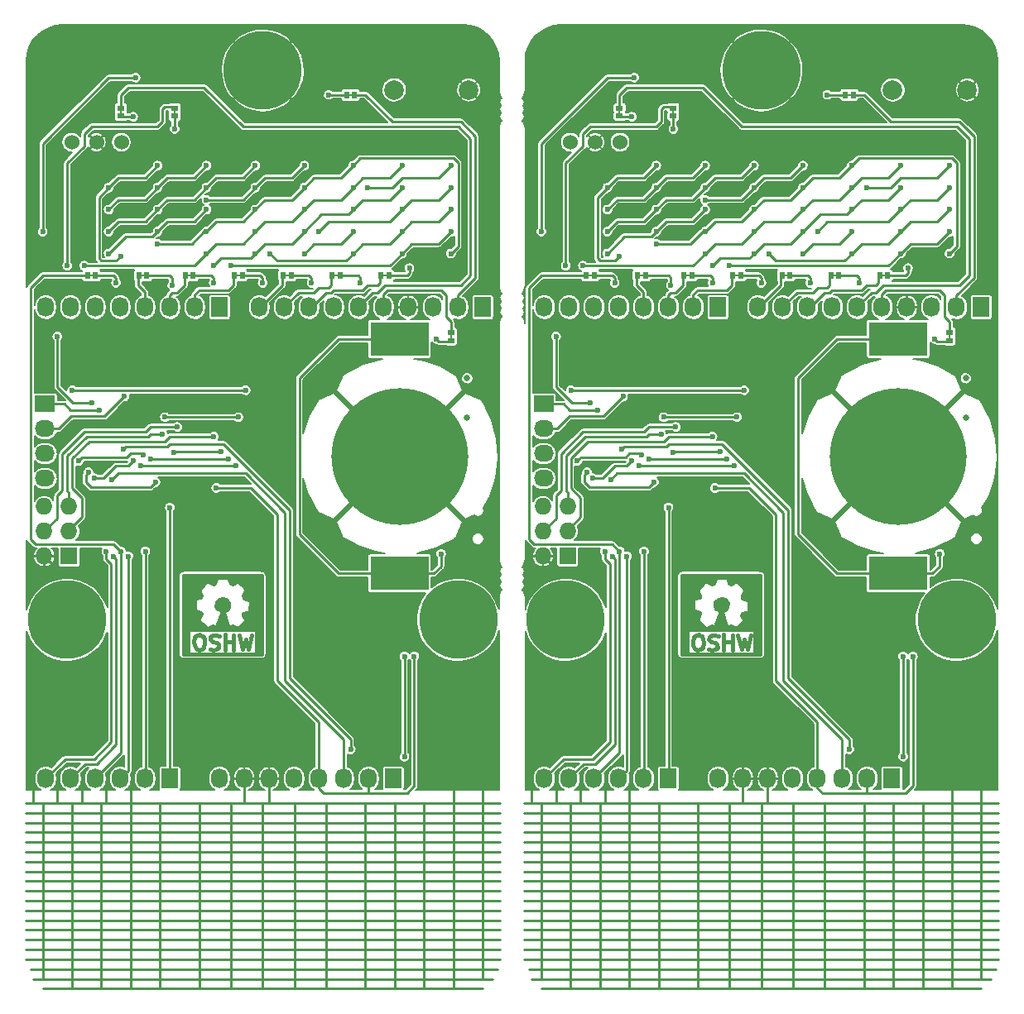
<source format=gtl>
G04 #@! TF.FileFunction,Copper,L1,Top,Signal*
%FSLAX46Y46*%
G04 Gerber Fmt 4.6, Leading zero omitted, Abs format (unit mm)*
G04 Created by KiCad (PCBNEW 4.0.0-rc1-stable) date 9/27/2016 10:31:32 AM*
%MOMM*%
G01*
G04 APERTURE LIST*
%ADD10C,0.100000*%
%ADD11C,0.150000*%
%ADD12C,0.381000*%
%ADD13R,2.032000X1.727200*%
%ADD14O,2.032000X1.727200*%
%ADD15R,0.800000X0.600000*%
%ADD16R,0.600000X0.800000*%
%ADD17C,0.650000*%
%ADD18C,1.524000*%
%ADD19C,8.000000*%
%ADD20C,0.700000*%
%ADD21R,6.000000X3.500000*%
%ADD22C,14.000000*%
%ADD23R,1.727200X1.727200*%
%ADD24O,1.727200X1.727200*%
%ADD25R,1.727200X2.032000*%
%ADD26O,1.727200X2.032000*%
%ADD27C,2.000000*%
%ADD28C,0.600000*%
%ADD29C,0.250000*%
%ADD30C,0.152400*%
G04 APERTURE END LIST*
D10*
D11*
X115000000Y-64742000D02*
X115000000Y-65758000D01*
X120500000Y-64742000D02*
X120500000Y-65758000D01*
X148750000Y-87742000D02*
X148750000Y-88758000D01*
X139008000Y-63500000D02*
X137992000Y-63500000D01*
X111492000Y-82000000D02*
X112508000Y-82000000D01*
X116742000Y-82000000D02*
X117758000Y-82000000D01*
X121492000Y-82000000D02*
X122508000Y-82000000D01*
X126492000Y-82000000D02*
X127508000Y-82000000D01*
X131492000Y-82000000D02*
X132508000Y-82000000D01*
X136492000Y-82000000D02*
X137508000Y-82000000D01*
X141492000Y-82000000D02*
X142508000Y-82000000D01*
D12*
X125387000Y-116327440D02*
X124787560Y-117927640D01*
X125486060Y-116429040D02*
X125887380Y-117927640D01*
X124988220Y-116027720D02*
X125785780Y-116027720D01*
X125986440Y-115728000D02*
X124988220Y-115728000D01*
X124988220Y-115428280D02*
X125785780Y-115428280D01*
X121386500Y-117927640D02*
X123388020Y-117927640D01*
X123085760Y-117627920D02*
X121488100Y-117627920D01*
X121386500Y-117328200D02*
X122887640Y-117328200D01*
X122986700Y-117028480D02*
X121386500Y-117028480D01*
X121488100Y-116728760D02*
X122887640Y-116728760D01*
X122587920Y-116429040D02*
X121488100Y-116429040D01*
X121386500Y-116126780D02*
X122387260Y-116126780D01*
X122387260Y-115827060D02*
X121386500Y-115827060D01*
X121488100Y-115527340D02*
X122387260Y-115527340D01*
X122486320Y-115227620D02*
X121488100Y-115227620D01*
X121386500Y-114927900D02*
X122887640Y-114927900D01*
X122986700Y-114628180D02*
X121488100Y-114628180D01*
X121386500Y-114529120D02*
X122786040Y-114529120D01*
X122887640Y-114226860D02*
X121488100Y-114226860D01*
X121488100Y-113927140D02*
X122887640Y-113927140D01*
X123388020Y-113627420D02*
X121587160Y-113627420D01*
X121488100Y-113327700D02*
X124487840Y-113327700D01*
X124685960Y-113027980D02*
X121488100Y-113027980D01*
X126187100Y-113027980D02*
X129285900Y-113027980D01*
X129387500Y-113228640D02*
X126286160Y-113228640D01*
X127385980Y-113528360D02*
X129285900Y-113528360D01*
X129387500Y-113729020D02*
X127688240Y-113729020D01*
X127886360Y-114028740D02*
X129285900Y-114028740D01*
X129285900Y-114328460D02*
X127987960Y-114328460D01*
X127688240Y-114628180D02*
X129387500Y-114628180D01*
X129387500Y-114927900D02*
X127787300Y-114927900D01*
X128287680Y-115227620D02*
X129387500Y-115227620D01*
X129387500Y-115527340D02*
X128386740Y-115527340D01*
X128287680Y-115827060D02*
X129387500Y-115827060D01*
X129387500Y-116126780D02*
X128287680Y-116126780D01*
X128186080Y-116429040D02*
X129285900Y-116429040D01*
X129387500Y-116728760D02*
X127688240Y-116728760D01*
X127787300Y-117028480D02*
X129285900Y-117028480D01*
X127787300Y-117328200D02*
X129186840Y-117328200D01*
X129285900Y-117627920D02*
X127787300Y-117627920D01*
X127487580Y-117927640D02*
X129186840Y-117927640D01*
X125387000Y-117328200D02*
X125587660Y-118029240D01*
X125387000Y-117229140D02*
X125186340Y-118029240D01*
X129087780Y-118227360D02*
X129186840Y-120528600D01*
X121587160Y-118227360D02*
X121587160Y-120528600D01*
X121886880Y-118227360D02*
X121886880Y-120729260D01*
X128887120Y-118227360D02*
X128887120Y-120729260D01*
X121386500Y-118227360D02*
X129387500Y-118227360D01*
X125407320Y-116408720D02*
X125376840Y-116698280D01*
X125376840Y-116698280D02*
X125945800Y-118067340D01*
X125945800Y-118067340D02*
X126387760Y-117917480D01*
X126387760Y-117917480D02*
X126425860Y-117869220D01*
X126425860Y-117869220D02*
X126817020Y-118138460D01*
X126806860Y-118097820D02*
X127007520Y-118067340D01*
X127017680Y-118107980D02*
X127695860Y-117467900D01*
X127695860Y-117467900D02*
X127787300Y-117236760D01*
X127787300Y-117236760D02*
X127518060Y-116759240D01*
X127518060Y-116759240D02*
X127546000Y-116606840D01*
X127546000Y-116606840D02*
X128226720Y-116418880D01*
X128226720Y-116418880D02*
X128287680Y-115237780D01*
X128287680Y-115237780D02*
X127617120Y-114988860D01*
X127617120Y-114988860D02*
X127546000Y-114788200D01*
X127546000Y-114788200D02*
X127817780Y-114257340D01*
X127817780Y-114257340D02*
X127695860Y-113947460D01*
X127695860Y-113947460D02*
X127055780Y-113337860D01*
X127055780Y-113337860D02*
X126847500Y-113327700D01*
X126847500Y-113327700D02*
X126425860Y-113586780D01*
X126425860Y-113586780D02*
X126248060Y-113508040D01*
X126248060Y-113508040D02*
X126027080Y-112949240D01*
X126027080Y-112949240D02*
X126006760Y-112878120D01*
X126006760Y-112878120D02*
X124835820Y-112857800D01*
X124845980Y-112817160D02*
X124597060Y-113487720D01*
X124597060Y-113487720D02*
X124477680Y-113558840D01*
X124477680Y-113558840D02*
X123776640Y-113259120D01*
X123776640Y-113259120D02*
X122925740Y-114158280D01*
X122925740Y-114158280D02*
X123197520Y-114788200D01*
X123197520Y-114788200D02*
X123156880Y-114917740D01*
X123156880Y-114917740D02*
X122636180Y-114999020D01*
X122636180Y-114999020D02*
X122486320Y-115057440D01*
X122486320Y-115057440D02*
X122516800Y-116317280D01*
X122516800Y-116317280D02*
X123156880Y-116548420D01*
X123156880Y-116548420D02*
X123187360Y-116647480D01*
X123187360Y-116647480D02*
X122887640Y-117257080D01*
X122887640Y-117257080D02*
X123708060Y-118097820D01*
X123708060Y-118097820D02*
X123817280Y-118189260D01*
X123817280Y-118189260D02*
X124406560Y-117897160D01*
X124406560Y-117897160D02*
X124668180Y-118036860D01*
X124668180Y-118036860D02*
X124896780Y-118036860D01*
X124896780Y-118036860D02*
X125437800Y-116528100D01*
X125437800Y-116528100D02*
X125196500Y-116218220D01*
X125196500Y-116218220D02*
X125117760Y-116228380D01*
X125117760Y-116228380D02*
X124906940Y-116088680D01*
X124906940Y-116088680D02*
X124767240Y-115888020D01*
X124767240Y-115888020D02*
X124807880Y-115448600D01*
X124807880Y-115448600D02*
X125087280Y-115159040D01*
X125087280Y-115159040D02*
X125447960Y-115087920D01*
X125447960Y-115087920D02*
X125785780Y-115207300D01*
X125785780Y-115207300D02*
X126016920Y-115507020D01*
X126016920Y-115507020D02*
X126006760Y-115908340D01*
X126006760Y-115908340D02*
X125897540Y-116098840D01*
X125897540Y-116098840D02*
X125387000Y-116408720D01*
X121386500Y-112728260D02*
X129387500Y-112728260D01*
X129387500Y-112728260D02*
X129387500Y-120729260D01*
X129387500Y-120729260D02*
X121386500Y-120729260D01*
X121386500Y-120729260D02*
X121386500Y-112728260D01*
X127104040Y-118809020D02*
X127464720Y-120279680D01*
X127464720Y-120279680D02*
X127744120Y-119217960D01*
X127744120Y-119217960D02*
X128054000Y-120289840D01*
X128054000Y-120289840D02*
X128394360Y-118839500D01*
X125684180Y-119499900D02*
X126474120Y-119489740D01*
X126474120Y-119489740D02*
X126484280Y-119499900D01*
X126484280Y-119499900D02*
X126484280Y-119489740D01*
X126524920Y-118778540D02*
X126524920Y-120320320D01*
X125635920Y-118768380D02*
X125635920Y-120338100D01*
X125635920Y-120338100D02*
X125646080Y-120327940D01*
X125084740Y-118869980D02*
X124734220Y-118788700D01*
X124734220Y-118788700D02*
X124414180Y-118778540D01*
X124414180Y-118778540D02*
X124175420Y-118979200D01*
X124175420Y-118979200D02*
X124144940Y-119248440D01*
X124144940Y-119248440D02*
X124386240Y-119489740D01*
X124386240Y-119489740D02*
X124774860Y-119619280D01*
X124774860Y-119619280D02*
X124955200Y-119779300D01*
X124955200Y-119779300D02*
X124995840Y-120079020D01*
X124995840Y-120079020D02*
X124764700Y-120300000D01*
X124764700Y-120300000D02*
X124444660Y-120327940D01*
X124444660Y-120327940D02*
X124094140Y-120218720D01*
X123055280Y-118768380D02*
X122806360Y-118788700D01*
X122806360Y-118788700D02*
X122565060Y-119030000D01*
X122565060Y-119030000D02*
X122476160Y-119520220D01*
X122476160Y-119520220D02*
X122504100Y-119868200D01*
X122504100Y-119868200D02*
X122704760Y-120188240D01*
X122704760Y-120188240D02*
X122956220Y-120310160D01*
X122956220Y-120310160D02*
X123266100Y-120239040D01*
X123266100Y-120239040D02*
X123484540Y-120058700D01*
X123484540Y-120058700D02*
X123555660Y-119598960D01*
X123555660Y-119598960D02*
X123504860Y-119190020D01*
X123504860Y-119190020D02*
X123395640Y-118908080D01*
X123395640Y-118908080D02*
X123034960Y-118778540D01*
X74387000Y-116327440D02*
X73787560Y-117927640D01*
X74486060Y-116429040D02*
X74887380Y-117927640D01*
X73988220Y-116027720D02*
X74785780Y-116027720D01*
X74986440Y-115728000D02*
X73988220Y-115728000D01*
X73988220Y-115428280D02*
X74785780Y-115428280D01*
X70386500Y-117927640D02*
X72388020Y-117927640D01*
X72085760Y-117627920D02*
X70488100Y-117627920D01*
X70386500Y-117328200D02*
X71887640Y-117328200D01*
X71986700Y-117028480D02*
X70386500Y-117028480D01*
X70488100Y-116728760D02*
X71887640Y-116728760D01*
X71587920Y-116429040D02*
X70488100Y-116429040D01*
X70386500Y-116126780D02*
X71387260Y-116126780D01*
X71387260Y-115827060D02*
X70386500Y-115827060D01*
X70488100Y-115527340D02*
X71387260Y-115527340D01*
X71486320Y-115227620D02*
X70488100Y-115227620D01*
X70386500Y-114927900D02*
X71887640Y-114927900D01*
X71986700Y-114628180D02*
X70488100Y-114628180D01*
X70386500Y-114529120D02*
X71786040Y-114529120D01*
X71887640Y-114226860D02*
X70488100Y-114226860D01*
X70488100Y-113927140D02*
X71887640Y-113927140D01*
X72388020Y-113627420D02*
X70587160Y-113627420D01*
X70488100Y-113327700D02*
X73487840Y-113327700D01*
X73685960Y-113027980D02*
X70488100Y-113027980D01*
X75187100Y-113027980D02*
X78285900Y-113027980D01*
X78387500Y-113228640D02*
X75286160Y-113228640D01*
X76385980Y-113528360D02*
X78285900Y-113528360D01*
X78387500Y-113729020D02*
X76688240Y-113729020D01*
X76886360Y-114028740D02*
X78285900Y-114028740D01*
X78285900Y-114328460D02*
X76987960Y-114328460D01*
X76688240Y-114628180D02*
X78387500Y-114628180D01*
X78387500Y-114927900D02*
X76787300Y-114927900D01*
X77287680Y-115227620D02*
X78387500Y-115227620D01*
X78387500Y-115527340D02*
X77386740Y-115527340D01*
X77287680Y-115827060D02*
X78387500Y-115827060D01*
X78387500Y-116126780D02*
X77287680Y-116126780D01*
X77186080Y-116429040D02*
X78285900Y-116429040D01*
X78387500Y-116728760D02*
X76688240Y-116728760D01*
X76787300Y-117028480D02*
X78285900Y-117028480D01*
X76787300Y-117328200D02*
X78186840Y-117328200D01*
X78285900Y-117627920D02*
X76787300Y-117627920D01*
X76487580Y-117927640D02*
X78186840Y-117927640D01*
X74387000Y-117328200D02*
X74587660Y-118029240D01*
X74387000Y-117229140D02*
X74186340Y-118029240D01*
X78087780Y-118227360D02*
X78186840Y-120528600D01*
X70587160Y-118227360D02*
X70587160Y-120528600D01*
X70886880Y-118227360D02*
X70886880Y-120729260D01*
X77887120Y-118227360D02*
X77887120Y-120729260D01*
X70386500Y-118227360D02*
X78387500Y-118227360D01*
X74407320Y-116408720D02*
X74376840Y-116698280D01*
X74376840Y-116698280D02*
X74945800Y-118067340D01*
X74945800Y-118067340D02*
X75387760Y-117917480D01*
X75387760Y-117917480D02*
X75425860Y-117869220D01*
X75425860Y-117869220D02*
X75817020Y-118138460D01*
X75806860Y-118097820D02*
X76007520Y-118067340D01*
X76017680Y-118107980D02*
X76695860Y-117467900D01*
X76695860Y-117467900D02*
X76787300Y-117236760D01*
X76787300Y-117236760D02*
X76518060Y-116759240D01*
X76518060Y-116759240D02*
X76546000Y-116606840D01*
X76546000Y-116606840D02*
X77226720Y-116418880D01*
X77226720Y-116418880D02*
X77287680Y-115237780D01*
X77287680Y-115237780D02*
X76617120Y-114988860D01*
X76617120Y-114988860D02*
X76546000Y-114788200D01*
X76546000Y-114788200D02*
X76817780Y-114257340D01*
X76817780Y-114257340D02*
X76695860Y-113947460D01*
X76695860Y-113947460D02*
X76055780Y-113337860D01*
X76055780Y-113337860D02*
X75847500Y-113327700D01*
X75847500Y-113327700D02*
X75425860Y-113586780D01*
X75425860Y-113586780D02*
X75248060Y-113508040D01*
X75248060Y-113508040D02*
X75027080Y-112949240D01*
X75027080Y-112949240D02*
X75006760Y-112878120D01*
X75006760Y-112878120D02*
X73835820Y-112857800D01*
X73845980Y-112817160D02*
X73597060Y-113487720D01*
X73597060Y-113487720D02*
X73477680Y-113558840D01*
X73477680Y-113558840D02*
X72776640Y-113259120D01*
X72776640Y-113259120D02*
X71925740Y-114158280D01*
X71925740Y-114158280D02*
X72197520Y-114788200D01*
X72197520Y-114788200D02*
X72156880Y-114917740D01*
X72156880Y-114917740D02*
X71636180Y-114999020D01*
X71636180Y-114999020D02*
X71486320Y-115057440D01*
X71486320Y-115057440D02*
X71516800Y-116317280D01*
X71516800Y-116317280D02*
X72156880Y-116548420D01*
X72156880Y-116548420D02*
X72187360Y-116647480D01*
X72187360Y-116647480D02*
X71887640Y-117257080D01*
X71887640Y-117257080D02*
X72708060Y-118097820D01*
X72708060Y-118097820D02*
X72817280Y-118189260D01*
X72817280Y-118189260D02*
X73406560Y-117897160D01*
X73406560Y-117897160D02*
X73668180Y-118036860D01*
X73668180Y-118036860D02*
X73896780Y-118036860D01*
X73896780Y-118036860D02*
X74437800Y-116528100D01*
X74437800Y-116528100D02*
X74196500Y-116218220D01*
X74196500Y-116218220D02*
X74117760Y-116228380D01*
X74117760Y-116228380D02*
X73906940Y-116088680D01*
X73906940Y-116088680D02*
X73767240Y-115888020D01*
X73767240Y-115888020D02*
X73807880Y-115448600D01*
X73807880Y-115448600D02*
X74087280Y-115159040D01*
X74087280Y-115159040D02*
X74447960Y-115087920D01*
X74447960Y-115087920D02*
X74785780Y-115207300D01*
X74785780Y-115207300D02*
X75016920Y-115507020D01*
X75016920Y-115507020D02*
X75006760Y-115908340D01*
X75006760Y-115908340D02*
X74897540Y-116098840D01*
X74897540Y-116098840D02*
X74387000Y-116408720D01*
X70386500Y-112728260D02*
X78387500Y-112728260D01*
X78387500Y-112728260D02*
X78387500Y-120729260D01*
X78387500Y-120729260D02*
X70386500Y-120729260D01*
X70386500Y-120729260D02*
X70386500Y-112728260D01*
X76104040Y-118809020D02*
X76464720Y-120279680D01*
X76464720Y-120279680D02*
X76744120Y-119217960D01*
X76744120Y-119217960D02*
X77054000Y-120289840D01*
X77054000Y-120289840D02*
X77394360Y-118839500D01*
X74684180Y-119499900D02*
X75474120Y-119489740D01*
X75474120Y-119489740D02*
X75484280Y-119499900D01*
X75484280Y-119499900D02*
X75484280Y-119489740D01*
X75524920Y-118778540D02*
X75524920Y-120320320D01*
X74635920Y-118768380D02*
X74635920Y-120338100D01*
X74635920Y-120338100D02*
X74646080Y-120327940D01*
X74084740Y-118869980D02*
X73734220Y-118788700D01*
X73734220Y-118788700D02*
X73414180Y-118778540D01*
X73414180Y-118778540D02*
X73175420Y-118979200D01*
X73175420Y-118979200D02*
X73144940Y-119248440D01*
X73144940Y-119248440D02*
X73386240Y-119489740D01*
X73386240Y-119489740D02*
X73774860Y-119619280D01*
X73774860Y-119619280D02*
X73955200Y-119779300D01*
X73955200Y-119779300D02*
X73995840Y-120079020D01*
X73995840Y-120079020D02*
X73764700Y-120300000D01*
X73764700Y-120300000D02*
X73444660Y-120327940D01*
X73444660Y-120327940D02*
X73094140Y-120218720D01*
X72055280Y-118768380D02*
X71806360Y-118788700D01*
X71806360Y-118788700D02*
X71565060Y-119030000D01*
X71565060Y-119030000D02*
X71476160Y-119520220D01*
X71476160Y-119520220D02*
X71504100Y-119868200D01*
X71504100Y-119868200D02*
X71704760Y-120188240D01*
X71704760Y-120188240D02*
X71956220Y-120310160D01*
X71956220Y-120310160D02*
X72266100Y-120239040D01*
X72266100Y-120239040D02*
X72484540Y-120058700D01*
X72484540Y-120058700D02*
X72555660Y-119598960D01*
X72555660Y-119598960D02*
X72504860Y-119190020D01*
X72504860Y-119190020D02*
X72395640Y-118908080D01*
X72395640Y-118908080D02*
X72034960Y-118778540D01*
D11*
X90492000Y-82000000D02*
X91508000Y-82000000D01*
X85492000Y-82000000D02*
X86508000Y-82000000D01*
X80492000Y-82000000D02*
X81508000Y-82000000D01*
X75492000Y-82000000D02*
X76508000Y-82000000D01*
X70492000Y-82000000D02*
X71508000Y-82000000D01*
X65742000Y-82000000D02*
X66758000Y-82000000D01*
X60492000Y-82000000D02*
X61508000Y-82000000D01*
X88008000Y-63500000D02*
X86992000Y-63500000D01*
X97750000Y-87742000D02*
X97750000Y-88758000D01*
X69500000Y-64742000D02*
X69500000Y-65758000D01*
X64000000Y-64742000D02*
X64000000Y-65758000D01*
D13*
X107226000Y-95154000D03*
D14*
X107226000Y-97694000D03*
X107226000Y-100234000D03*
X107226000Y-102774000D03*
D15*
X115000000Y-64850000D03*
X115000000Y-65650000D03*
X120500000Y-64850000D03*
X120500000Y-65650000D03*
X148750000Y-87850000D03*
X148750000Y-88650000D03*
D16*
X138900000Y-63500000D03*
X138100000Y-63500000D03*
X111600000Y-82000000D03*
X112400000Y-82000000D03*
X116850000Y-82000000D03*
X117650000Y-82000000D03*
X121600000Y-82000000D03*
X122400000Y-82000000D03*
X126600000Y-82000000D03*
X127400000Y-82000000D03*
X131600000Y-82000000D03*
X132400000Y-82000000D03*
X136600000Y-82000000D03*
X137400000Y-82000000D03*
X141600000Y-82000000D03*
X142400000Y-82000000D03*
D17*
X150415000Y-92519000D03*
X150415000Y-96519000D03*
D18*
X115040000Y-68350000D03*
X112500000Y-68350000D03*
X109960000Y-68350000D03*
D19*
X129500000Y-61000000D03*
D20*
X126500000Y-61000000D03*
X127378680Y-63121320D03*
X129500000Y-64000000D03*
X131621320Y-63121320D03*
X132500000Y-61000000D03*
X131621320Y-58878680D03*
X129500000Y-58000000D03*
X127378680Y-58878680D03*
D19*
X149500000Y-117250000D03*
D20*
X146500000Y-117250000D03*
X147378680Y-119371320D03*
X149500000Y-120250000D03*
X151621320Y-119371320D03*
X152500000Y-117250000D03*
X151621320Y-115128680D03*
X149500000Y-114250000D03*
X147378680Y-115128680D03*
D19*
X109500000Y-117250000D03*
D20*
X106500000Y-117250000D03*
X107378680Y-119371320D03*
X109500000Y-120250000D03*
X111621320Y-119371320D03*
X112500000Y-117250000D03*
X111621320Y-115128680D03*
X109500000Y-114250000D03*
X107378680Y-115128680D03*
D21*
X143500000Y-88500000D03*
D22*
X143500000Y-100500000D03*
D21*
X143500000Y-112500000D03*
D23*
X109695487Y-110730013D03*
D24*
X107155487Y-110730013D03*
X109695487Y-108190013D03*
X107155487Y-108190013D03*
X109695487Y-105650013D03*
X107155487Y-105650013D03*
D25*
X125076000Y-85240000D03*
D26*
X122536000Y-85240000D03*
X119996000Y-85240000D03*
X117456000Y-85240000D03*
X114916000Y-85240000D03*
X112376000Y-85240000D03*
X109836000Y-85240000D03*
X107296000Y-85240000D03*
D25*
X152000000Y-85240000D03*
D26*
X149460000Y-85240000D03*
X146920000Y-85240000D03*
X144380000Y-85240000D03*
X141840000Y-85240000D03*
X139300000Y-85240000D03*
X136760000Y-85240000D03*
X134220000Y-85240000D03*
X131680000Y-85240000D03*
X129140000Y-85240000D03*
D25*
X119996000Y-133500000D03*
D26*
X117456000Y-133500000D03*
X114916000Y-133500000D03*
X112376000Y-133500000D03*
X109836000Y-133500000D03*
X107296000Y-133500000D03*
D25*
X142856000Y-133500000D03*
D26*
X140316000Y-133500000D03*
X137776000Y-133500000D03*
X135236000Y-133500000D03*
X132696000Y-133500000D03*
X130156000Y-133500000D03*
X127616000Y-133500000D03*
X125076000Y-133500000D03*
D25*
X91856000Y-133500000D03*
D26*
X89316000Y-133500000D03*
X86776000Y-133500000D03*
X84236000Y-133500000D03*
X81696000Y-133500000D03*
X79156000Y-133500000D03*
X76616000Y-133500000D03*
X74076000Y-133500000D03*
D25*
X68996000Y-133500000D03*
D26*
X66456000Y-133500000D03*
X63916000Y-133500000D03*
X61376000Y-133500000D03*
X58836000Y-133500000D03*
X56296000Y-133500000D03*
D25*
X101000000Y-85240000D03*
D26*
X98460000Y-85240000D03*
X95920000Y-85240000D03*
X93380000Y-85240000D03*
X90840000Y-85240000D03*
X88300000Y-85240000D03*
X85760000Y-85240000D03*
X83220000Y-85240000D03*
X80680000Y-85240000D03*
X78140000Y-85240000D03*
D25*
X74076000Y-85240000D03*
D26*
X71536000Y-85240000D03*
X68996000Y-85240000D03*
X66456000Y-85240000D03*
X63916000Y-85240000D03*
X61376000Y-85240000D03*
X58836000Y-85240000D03*
X56296000Y-85240000D03*
D23*
X58695487Y-110730013D03*
D24*
X56155487Y-110730013D03*
X58695487Y-108190013D03*
X56155487Y-108190013D03*
X58695487Y-105650013D03*
X56155487Y-105650013D03*
D21*
X92500000Y-88500000D03*
D22*
X92500000Y-100500000D03*
D21*
X92500000Y-112500000D03*
D19*
X58500000Y-117250000D03*
D20*
X55500000Y-117250000D03*
X56378680Y-119371320D03*
X58500000Y-120250000D03*
X60621320Y-119371320D03*
X61500000Y-117250000D03*
X60621320Y-115128680D03*
X58500000Y-114250000D03*
X56378680Y-115128680D03*
D19*
X98500000Y-117250000D03*
D20*
X95500000Y-117250000D03*
X96378680Y-119371320D03*
X98500000Y-120250000D03*
X100621320Y-119371320D03*
X101500000Y-117250000D03*
X100621320Y-115128680D03*
X98500000Y-114250000D03*
X96378680Y-115128680D03*
D19*
X78500000Y-61000000D03*
D20*
X75500000Y-61000000D03*
X76378680Y-63121320D03*
X78500000Y-64000000D03*
X80621320Y-63121320D03*
X81500000Y-61000000D03*
X80621320Y-58878680D03*
X78500000Y-58000000D03*
X76378680Y-58878680D03*
D18*
X64040000Y-68350000D03*
X61500000Y-68350000D03*
X58960000Y-68350000D03*
D17*
X99415000Y-92519000D03*
X99415000Y-96519000D03*
D16*
X90600000Y-82000000D03*
X91400000Y-82000000D03*
X85600000Y-82000000D03*
X86400000Y-82000000D03*
X80600000Y-82000000D03*
X81400000Y-82000000D03*
X75600000Y-82000000D03*
X76400000Y-82000000D03*
X70600000Y-82000000D03*
X71400000Y-82000000D03*
X65850000Y-82000000D03*
X66650000Y-82000000D03*
X60600000Y-82000000D03*
X61400000Y-82000000D03*
X87900000Y-63500000D03*
X87100000Y-63500000D03*
D15*
X97750000Y-87850000D03*
X97750000Y-88650000D03*
X69500000Y-64850000D03*
X69500000Y-65650000D03*
X64000000Y-64850000D03*
X64000000Y-65650000D03*
D13*
X56226000Y-95154000D03*
D14*
X56226000Y-97694000D03*
X56226000Y-100234000D03*
X56226000Y-102774000D03*
D27*
X91940000Y-63000000D03*
X99560000Y-63000000D03*
X142940000Y-63000000D03*
X150560000Y-63000000D03*
D28*
X120434000Y-100107000D03*
X125250000Y-100000000D03*
X74250000Y-100000000D03*
X69434000Y-100107000D03*
X117150000Y-97350000D03*
X119500000Y-88250000D03*
X112500000Y-90750000D03*
X112000000Y-111500000D03*
X113000000Y-112500000D03*
X113000000Y-111500000D03*
X122000000Y-104500000D03*
X118500000Y-110250000D03*
X67500000Y-110250000D03*
X71000000Y-104500000D03*
X62000000Y-111500000D03*
X62000000Y-112500000D03*
X61000000Y-111500000D03*
X61500000Y-90750000D03*
X68500000Y-88250000D03*
X66150000Y-97350000D03*
X116500000Y-61750000D03*
X107000000Y-77500000D03*
X145000000Y-121000000D03*
X124750000Y-103750000D03*
X112000000Y-95000000D03*
X108500000Y-88250000D03*
X116243000Y-100996000D03*
X112250000Y-102750000D03*
X61250000Y-102750000D03*
X65243000Y-100996000D03*
X57500000Y-88250000D03*
X61000000Y-95000000D03*
X73750000Y-103750000D03*
X94000000Y-121000000D03*
X56000000Y-77500000D03*
X65500000Y-61750000D03*
X144000000Y-131250000D03*
X144000000Y-121000000D03*
X93000000Y-121000000D03*
X93000000Y-131250000D03*
X118750000Y-73000000D03*
X133750000Y-79750000D03*
X138750000Y-77500000D03*
X140250000Y-73000000D03*
X148750000Y-70750000D03*
X113750000Y-75250000D03*
X123750000Y-70750000D03*
X72750000Y-70750000D03*
X62750000Y-75250000D03*
X97750000Y-70750000D03*
X89250000Y-73000000D03*
X87750000Y-77500000D03*
X82750000Y-79750000D03*
X67750000Y-73000000D03*
X138750000Y-75250000D03*
X128750000Y-79750000D03*
X113750000Y-73000000D03*
X143750000Y-73000000D03*
X133750000Y-77500000D03*
X118750000Y-70750000D03*
X124500000Y-81000000D03*
X115000000Y-80000000D03*
X64000000Y-80000000D03*
X73500000Y-81000000D03*
X67750000Y-70750000D03*
X82750000Y-77500000D03*
X92750000Y-73000000D03*
X62750000Y-73000000D03*
X77750000Y-79750000D03*
X87750000Y-75250000D03*
X123750000Y-73000000D03*
X118750000Y-75250000D03*
X143750000Y-75250000D03*
X148750000Y-73000000D03*
X135250000Y-77500000D03*
X113750000Y-77500000D03*
X128750000Y-70750000D03*
X77750000Y-70750000D03*
X62750000Y-77500000D03*
X84250000Y-77500000D03*
X97750000Y-73000000D03*
X92750000Y-75250000D03*
X67750000Y-75250000D03*
X72750000Y-73000000D03*
X143750000Y-77500000D03*
X138750000Y-79750000D03*
X118750000Y-77500000D03*
X148750000Y-75250000D03*
X130250000Y-79750000D03*
X113750000Y-79750000D03*
X123750000Y-75250000D03*
X72750000Y-75250000D03*
X62750000Y-79750000D03*
X79250000Y-79750000D03*
X97750000Y-75250000D03*
X67750000Y-77500000D03*
X87750000Y-79750000D03*
X92750000Y-77500000D03*
X128750000Y-73000000D03*
X143750000Y-79750000D03*
X148750000Y-77500000D03*
X126250000Y-81000000D03*
X133750000Y-70750000D03*
X123750000Y-74250000D03*
X72750000Y-74250000D03*
X82750000Y-70750000D03*
X75250000Y-81000000D03*
X97750000Y-77500000D03*
X92750000Y-79750000D03*
X77750000Y-73000000D03*
X138750000Y-70750000D03*
X133750000Y-73000000D03*
X128750000Y-75250000D03*
X123750000Y-77500000D03*
X148750000Y-79750000D03*
X118750000Y-78750000D03*
X67750000Y-78750000D03*
X97750000Y-79750000D03*
X72750000Y-77500000D03*
X77750000Y-75250000D03*
X82750000Y-73000000D03*
X87750000Y-70750000D03*
X138750000Y-73000000D03*
X133750000Y-75250000D03*
X128750000Y-77500000D03*
X123750000Y-79750000D03*
X143750000Y-70750000D03*
X111250000Y-81000000D03*
X60250000Y-81000000D03*
X92750000Y-70750000D03*
X72750000Y-79750000D03*
X77750000Y-77500000D03*
X82750000Y-75250000D03*
X87750000Y-73000000D03*
X114084000Y-102901000D03*
X63084000Y-102901000D03*
X120000000Y-105750000D03*
X69000000Y-105750000D03*
X117500000Y-110250000D03*
X66500000Y-110250000D03*
X115750000Y-110750000D03*
X64750000Y-110750000D03*
X115000000Y-110250000D03*
X64000000Y-110250000D03*
X126000000Y-100750000D03*
X118000000Y-100750000D03*
X114250000Y-110750000D03*
X63250000Y-110750000D03*
X67000000Y-100750000D03*
X75000000Y-100750000D03*
X117000000Y-101500000D03*
X126750000Y-101500000D03*
X113500000Y-110250000D03*
X62500000Y-110250000D03*
X75750000Y-101500000D03*
X66000000Y-101500000D03*
X124500000Y-98500000D03*
X73500000Y-98500000D03*
X119250000Y-98250000D03*
X68250000Y-98250000D03*
X120750000Y-97500000D03*
X69750000Y-97500000D03*
X127000000Y-96500000D03*
X119500000Y-96500000D03*
X68500000Y-96500000D03*
X76000000Y-96500000D03*
X109500000Y-81000000D03*
X58500000Y-81000000D03*
X110020000Y-93757000D03*
X127750000Y-93750000D03*
X76750000Y-93750000D03*
X59020000Y-93757000D03*
X115250000Y-99750000D03*
X138500000Y-130500000D03*
X87500000Y-130500000D03*
X64250000Y-99750000D03*
X144500000Y-81250000D03*
X93500000Y-81250000D03*
X139500000Y-82750000D03*
X88500000Y-82750000D03*
X134500000Y-82750000D03*
X83500000Y-82750000D03*
X129500000Y-82750000D03*
X78500000Y-82750000D03*
X124500000Y-82750000D03*
X73500000Y-82750000D03*
X120250000Y-83000000D03*
X69250000Y-83000000D03*
X114500000Y-82750000D03*
X63500000Y-82750000D03*
X85250000Y-63500000D03*
X136250000Y-63500000D03*
X147250000Y-88500000D03*
X96250000Y-88500000D03*
X120500000Y-67000000D03*
X69500000Y-67000000D03*
X147750000Y-110500000D03*
X96750000Y-110500000D03*
X116250000Y-65750000D03*
X65250000Y-65750000D03*
X112750000Y-95750000D03*
X61750000Y-95750000D03*
X115354000Y-94392000D03*
X64354000Y-94392000D03*
X110655000Y-100996000D03*
X117259000Y-100361000D03*
X66259000Y-100361000D03*
X59655000Y-100996000D03*
X118529000Y-103155000D03*
X111671000Y-102139000D03*
X60671000Y-102139000D03*
X67529000Y-103155000D03*
D29*
X127500000Y-137000000D02*
X105250000Y-137000000D01*
X127500000Y-138000000D02*
X105250000Y-138000000D01*
X127500000Y-139000000D02*
X105250000Y-139000000D01*
X127500000Y-140000000D02*
X105250000Y-140000000D01*
X127500000Y-141000000D02*
X105250000Y-141000000D01*
X127500000Y-142000000D02*
X105250000Y-142000000D01*
X127500000Y-143000000D02*
X105250000Y-143000000D01*
X127500000Y-144000000D02*
X105250000Y-144000000D01*
X127500000Y-145000000D02*
X105250000Y-145000000D01*
X127500000Y-146000000D02*
X105250000Y-146000000D01*
X127500000Y-147000000D02*
X105250000Y-147000000D01*
X127500000Y-148000000D02*
X105250000Y-148000000D01*
X127500000Y-149000000D02*
X105250000Y-149000000D01*
X127500000Y-150000000D02*
X105250000Y-150000000D01*
X127500000Y-151000000D02*
X105250000Y-151000000D01*
X127500000Y-152000000D02*
X105250000Y-152000000D01*
X127500000Y-153000000D02*
X105750000Y-153000000D01*
X127500000Y-137000000D02*
X153750000Y-137000000D01*
X127500000Y-138000000D02*
X153750000Y-138000000D01*
X127500000Y-139000000D02*
X153750000Y-139000000D01*
X127500000Y-140000000D02*
X153750000Y-140000000D01*
X127500000Y-141000000D02*
X153750000Y-141000000D01*
X127500000Y-142000000D02*
X153750000Y-142000000D01*
X127500000Y-143000000D02*
X153750000Y-143000000D01*
X127500000Y-144000000D02*
X153750000Y-144000000D01*
X127500000Y-145000000D02*
X153750000Y-145000000D01*
X127500000Y-146000000D02*
X153750000Y-146000000D01*
X127500000Y-147000000D02*
X153750000Y-147000000D01*
X127500000Y-148000000D02*
X153750000Y-148000000D01*
X127500000Y-149000000D02*
X153750000Y-149000000D01*
X127500000Y-150000000D02*
X153750000Y-150000000D01*
X127500000Y-151000000D02*
X153750000Y-151000000D01*
X127500000Y-152000000D02*
X153750000Y-152000000D01*
X127500000Y-153000000D02*
X153500000Y-153000000D01*
X76500000Y-153000000D02*
X102500000Y-153000000D01*
X76500000Y-152000000D02*
X102750000Y-152000000D01*
X76500000Y-151000000D02*
X102750000Y-151000000D01*
X76500000Y-150000000D02*
X102750000Y-150000000D01*
X76500000Y-149000000D02*
X102750000Y-149000000D01*
X76500000Y-148000000D02*
X102750000Y-148000000D01*
X76500000Y-147000000D02*
X102750000Y-147000000D01*
X76500000Y-146000000D02*
X102750000Y-146000000D01*
X76500000Y-145000000D02*
X102750000Y-145000000D01*
X76500000Y-144000000D02*
X102750000Y-144000000D01*
X76500000Y-143000000D02*
X102750000Y-143000000D01*
X76500000Y-142000000D02*
X102750000Y-142000000D01*
X76500000Y-141000000D02*
X102750000Y-141000000D01*
X76500000Y-140000000D02*
X102750000Y-140000000D01*
X76500000Y-139000000D02*
X102750000Y-139000000D01*
X76500000Y-138000000D02*
X102750000Y-138000000D01*
X76500000Y-137000000D02*
X102750000Y-137000000D01*
X76500000Y-153000000D02*
X54750000Y-153000000D01*
X76500000Y-152000000D02*
X54250000Y-152000000D01*
X76500000Y-151000000D02*
X54250000Y-151000000D01*
X76500000Y-150000000D02*
X54250000Y-150000000D01*
X76500000Y-149000000D02*
X54250000Y-149000000D01*
X76500000Y-148000000D02*
X54250000Y-148000000D01*
X76500000Y-147000000D02*
X54250000Y-147000000D01*
X76500000Y-146000000D02*
X54250000Y-146000000D01*
X76500000Y-145000000D02*
X54250000Y-145000000D01*
X76500000Y-144000000D02*
X54250000Y-144000000D01*
X76500000Y-143000000D02*
X54250000Y-143000000D01*
X76500000Y-142000000D02*
X54250000Y-142000000D01*
X76500000Y-141000000D02*
X54250000Y-141000000D01*
X76500000Y-140000000D02*
X54250000Y-140000000D01*
X76500000Y-139000000D02*
X54250000Y-139000000D01*
X76500000Y-138000000D02*
X54250000Y-138000000D01*
X76500000Y-137000000D02*
X54250000Y-137000000D01*
X120541000Y-100000000D02*
X120434000Y-100107000D01*
X125250000Y-100000000D02*
X120541000Y-100000000D01*
X74250000Y-100000000D02*
X69541000Y-100000000D01*
X69541000Y-100000000D02*
X69434000Y-100107000D01*
X127500000Y-155000000D02*
X127500000Y-155000000D01*
X106000000Y-136000000D02*
X105250000Y-136000000D01*
X107000000Y-136000000D02*
X106000000Y-136000000D01*
X108500000Y-136000000D02*
X107000000Y-136000000D01*
X110000000Y-136000000D02*
X108500000Y-136000000D01*
X111000000Y-136000000D02*
X110000000Y-136000000D01*
X113000000Y-136000000D02*
X111000000Y-136000000D01*
X113500000Y-136000000D02*
X113000000Y-136000000D01*
X116000000Y-136000000D02*
X113500000Y-136000000D01*
X119000000Y-136000000D02*
X116000000Y-136000000D01*
X123000000Y-136000000D02*
X119000000Y-136000000D01*
X126250000Y-136000000D02*
X123000000Y-136000000D01*
X127500000Y-136000000D02*
X126250000Y-136000000D01*
X152000000Y-136000000D02*
X153750000Y-136000000D01*
X149000000Y-136000000D02*
X152000000Y-136000000D01*
X146000000Y-136000000D02*
X149000000Y-136000000D01*
X143000000Y-136000000D02*
X146000000Y-136000000D01*
X140000000Y-136000000D02*
X143000000Y-136000000D01*
X136000000Y-136000000D02*
X140000000Y-136000000D01*
X132750000Y-136000000D02*
X136000000Y-136000000D01*
X132500000Y-136000000D02*
X132750000Y-136000000D01*
X130250000Y-136000000D02*
X132500000Y-136000000D01*
X129500000Y-136000000D02*
X130250000Y-136000000D01*
X127500000Y-136000000D02*
X129500000Y-136000000D01*
X107000000Y-154000000D02*
X106000000Y-154000000D01*
X127500000Y-154000000D02*
X107000000Y-154000000D01*
X110000000Y-155000000D02*
X107000000Y-155000000D01*
X113000000Y-155000000D02*
X110000000Y-155000000D01*
X116000000Y-155000000D02*
X113000000Y-155000000D01*
X119000000Y-155000000D02*
X116000000Y-155000000D01*
X123000000Y-155000000D02*
X119000000Y-155000000D01*
X126250000Y-155000000D02*
X123000000Y-155000000D01*
X127500000Y-155000000D02*
X126250000Y-155000000D01*
X152000000Y-154000000D02*
X153000000Y-154000000D01*
X127500000Y-154000000D02*
X152000000Y-154000000D01*
X149000000Y-155000000D02*
X152000000Y-155000000D01*
X146000000Y-155000000D02*
X149000000Y-155000000D01*
X143000000Y-155000000D02*
X146000000Y-155000000D01*
X140000000Y-155000000D02*
X143000000Y-155000000D01*
X136000000Y-155000000D02*
X140000000Y-155000000D01*
X132750000Y-155000000D02*
X136000000Y-155000000D01*
X132500000Y-155000000D02*
X132750000Y-155000000D01*
X129500000Y-155000000D02*
X132500000Y-155000000D01*
X127500000Y-155000000D02*
X129500000Y-155000000D01*
X136000000Y-155000000D02*
X136000000Y-136000000D01*
X140000000Y-155000000D02*
X140000000Y-136000000D01*
X123000000Y-155000000D02*
X123000000Y-136000000D01*
X152000000Y-136000000D02*
X152000000Y-154000000D01*
X119000000Y-155000000D02*
X119000000Y-136000000D01*
X107000000Y-136000000D02*
X107000000Y-154000000D01*
X146000000Y-155000000D02*
X146000000Y-136000000D01*
X149000000Y-155000000D02*
X149000000Y-136000000D01*
X143000000Y-136000000D02*
X143000000Y-155000000D01*
X113000000Y-155000000D02*
X113000000Y-136000000D01*
X110000000Y-136000000D02*
X110000000Y-155000000D01*
X116000000Y-155000000D02*
X116000000Y-136000000D01*
X129500000Y-155000000D02*
X129500000Y-136000000D01*
X132750000Y-155000000D02*
X132750000Y-136000000D01*
X126250000Y-155000000D02*
X126250000Y-136000000D01*
X130156000Y-136000000D02*
X130250000Y-136000000D01*
X130156000Y-133500000D02*
X130156000Y-136000000D01*
X127616000Y-136000000D02*
X127500000Y-136000000D01*
X127616000Y-133500000D02*
X127616000Y-136000000D01*
X106000000Y-136000000D02*
X106000000Y-134500000D01*
X116000000Y-136000000D02*
X116000000Y-134500000D01*
X111000000Y-136000000D02*
X111000000Y-134500000D01*
X113500000Y-136000000D02*
X113500000Y-134500000D01*
X108500000Y-136000000D02*
X108500000Y-134500000D01*
X149000000Y-136000000D02*
X149000000Y-134500000D01*
X152000000Y-136000000D02*
X152000000Y-134500000D01*
X108925474Y-112500000D02*
X113000000Y-112500000D01*
X108925474Y-112500000D02*
X107155487Y-110730013D01*
X112000000Y-111500000D02*
X113000000Y-111500000D01*
X61000000Y-111500000D02*
X62000000Y-111500000D01*
X57925474Y-112500000D02*
X56155487Y-110730013D01*
X57925474Y-112500000D02*
X62000000Y-112500000D01*
X101000000Y-136000000D02*
X101000000Y-134500000D01*
X98000000Y-136000000D02*
X98000000Y-134500000D01*
X57500000Y-136000000D02*
X57500000Y-134500000D01*
X62500000Y-136000000D02*
X62500000Y-134500000D01*
X60000000Y-136000000D02*
X60000000Y-134500000D01*
X65000000Y-136000000D02*
X65000000Y-134500000D01*
X55000000Y-136000000D02*
X55000000Y-134500000D01*
X76616000Y-133500000D02*
X76616000Y-136000000D01*
X76616000Y-136000000D02*
X76500000Y-136000000D01*
X79156000Y-133500000D02*
X79156000Y-136000000D01*
X79156000Y-136000000D02*
X79250000Y-136000000D01*
X75250000Y-155000000D02*
X75250000Y-136000000D01*
X81750000Y-155000000D02*
X81750000Y-136000000D01*
X78500000Y-155000000D02*
X78500000Y-136000000D01*
X65000000Y-155000000D02*
X65000000Y-136000000D01*
X59000000Y-136000000D02*
X59000000Y-155000000D01*
X62000000Y-155000000D02*
X62000000Y-136000000D01*
X92000000Y-136000000D02*
X92000000Y-155000000D01*
X98000000Y-155000000D02*
X98000000Y-136000000D01*
X95000000Y-155000000D02*
X95000000Y-136000000D01*
X56000000Y-136000000D02*
X56000000Y-154000000D01*
X68000000Y-155000000D02*
X68000000Y-136000000D01*
X101000000Y-136000000D02*
X101000000Y-154000000D01*
X72000000Y-155000000D02*
X72000000Y-136000000D01*
X89000000Y-155000000D02*
X89000000Y-136000000D01*
X85000000Y-155000000D02*
X85000000Y-136000000D01*
X76500000Y-155000000D02*
X78500000Y-155000000D01*
X78500000Y-155000000D02*
X81500000Y-155000000D01*
X81500000Y-155000000D02*
X81750000Y-155000000D01*
X81750000Y-155000000D02*
X85000000Y-155000000D01*
X85000000Y-155000000D02*
X89000000Y-155000000D01*
X89000000Y-155000000D02*
X92000000Y-155000000D01*
X92000000Y-155000000D02*
X95000000Y-155000000D01*
X95000000Y-155000000D02*
X98000000Y-155000000D01*
X98000000Y-155000000D02*
X101000000Y-155000000D01*
X76500000Y-154000000D02*
X101000000Y-154000000D01*
X101000000Y-154000000D02*
X102000000Y-154000000D01*
X76500000Y-155000000D02*
X75250000Y-155000000D01*
X75250000Y-155000000D02*
X72000000Y-155000000D01*
X72000000Y-155000000D02*
X68000000Y-155000000D01*
X68000000Y-155000000D02*
X65000000Y-155000000D01*
X65000000Y-155000000D02*
X62000000Y-155000000D01*
X62000000Y-155000000D02*
X59000000Y-155000000D01*
X59000000Y-155000000D02*
X56000000Y-155000000D01*
X76500000Y-154000000D02*
X56000000Y-154000000D01*
X56000000Y-154000000D02*
X55000000Y-154000000D01*
X76500000Y-136000000D02*
X78500000Y-136000000D01*
X78500000Y-136000000D02*
X79250000Y-136000000D01*
X79250000Y-136000000D02*
X81500000Y-136000000D01*
X81500000Y-136000000D02*
X81750000Y-136000000D01*
X81750000Y-136000000D02*
X85000000Y-136000000D01*
X85000000Y-136000000D02*
X89000000Y-136000000D01*
X89000000Y-136000000D02*
X92000000Y-136000000D01*
X92000000Y-136000000D02*
X95000000Y-136000000D01*
X95000000Y-136000000D02*
X98000000Y-136000000D01*
X98000000Y-136000000D02*
X101000000Y-136000000D01*
X101000000Y-136000000D02*
X102750000Y-136000000D01*
X76500000Y-136000000D02*
X75250000Y-136000000D01*
X75250000Y-136000000D02*
X72000000Y-136000000D01*
X72000000Y-136000000D02*
X68000000Y-136000000D01*
X68000000Y-136000000D02*
X65000000Y-136000000D01*
X65000000Y-136000000D02*
X62500000Y-136000000D01*
X62500000Y-136000000D02*
X62000000Y-136000000D01*
X62000000Y-136000000D02*
X60000000Y-136000000D01*
X60000000Y-136000000D02*
X59000000Y-136000000D01*
X59000000Y-136000000D02*
X57500000Y-136000000D01*
X57500000Y-136000000D02*
X56000000Y-136000000D01*
X56000000Y-136000000D02*
X55000000Y-136000000D01*
X55000000Y-136000000D02*
X54250000Y-136000000D01*
X76500000Y-155000000D02*
X76500000Y-155000000D01*
X135236000Y-134486000D02*
X135236000Y-133500000D01*
X135236000Y-134486000D02*
X135750000Y-135000000D01*
X135750000Y-135000000D02*
X140500000Y-135000000D01*
X140316000Y-135000000D02*
X140500000Y-135000000D01*
X140316000Y-133500000D02*
X140316000Y-135000000D01*
X116500000Y-61750000D02*
X113750000Y-61750000D01*
X113750000Y-61750000D02*
X107000000Y-68500000D01*
X107000000Y-68500000D02*
X107000000Y-77500000D01*
X140500000Y-135000000D02*
X144250000Y-135000000D01*
X145000000Y-121000000D02*
X145000000Y-134250000D01*
X145000000Y-134250000D02*
X144250000Y-135000000D01*
X135236000Y-133500000D02*
X135236000Y-127736000D01*
X131000000Y-123500000D02*
X135236000Y-127736000D01*
X131000000Y-106500000D02*
X131000000Y-123500000D01*
X128250000Y-103750000D02*
X124750000Y-103750000D01*
X131000000Y-106500000D02*
X128250000Y-103750000D01*
X110120000Y-95000000D02*
X108500000Y-93380000D01*
X108500000Y-93380000D02*
X108500000Y-92750000D01*
X108500000Y-88250000D02*
X108500000Y-92750000D01*
X112000000Y-95000000D02*
X110120000Y-95000000D01*
X114496000Y-101504000D02*
X115735000Y-101504000D01*
X115735000Y-101504000D02*
X116243000Y-100996000D01*
X113250000Y-102750000D02*
X112250000Y-102750000D01*
X113250000Y-102750000D02*
X114496000Y-101504000D01*
X62250000Y-102750000D02*
X63496000Y-101504000D01*
X62250000Y-102750000D02*
X61250000Y-102750000D01*
X64735000Y-101504000D02*
X65243000Y-100996000D01*
X63496000Y-101504000D02*
X64735000Y-101504000D01*
X61000000Y-95000000D02*
X59120000Y-95000000D01*
X57500000Y-88250000D02*
X57500000Y-92750000D01*
X57500000Y-93380000D02*
X57500000Y-92750000D01*
X59120000Y-95000000D02*
X57500000Y-93380000D01*
X80000000Y-106500000D02*
X77250000Y-103750000D01*
X77250000Y-103750000D02*
X73750000Y-103750000D01*
X80000000Y-106500000D02*
X80000000Y-123500000D01*
X80000000Y-123500000D02*
X84236000Y-127736000D01*
X84236000Y-133500000D02*
X84236000Y-127736000D01*
X94000000Y-134250000D02*
X93250000Y-135000000D01*
X94000000Y-121000000D02*
X94000000Y-134250000D01*
X89500000Y-135000000D02*
X93250000Y-135000000D01*
X56000000Y-68500000D02*
X56000000Y-77500000D01*
X62750000Y-61750000D02*
X56000000Y-68500000D01*
X65500000Y-61750000D02*
X62750000Y-61750000D01*
X89316000Y-133500000D02*
X89316000Y-135000000D01*
X89316000Y-135000000D02*
X89500000Y-135000000D01*
X84750000Y-135000000D02*
X89500000Y-135000000D01*
X84236000Y-134486000D02*
X84750000Y-135000000D01*
X84236000Y-134486000D02*
X84236000Y-133500000D01*
X144000000Y-121000000D02*
X144000000Y-131250000D01*
X93000000Y-121000000D02*
X93000000Y-131250000D01*
X134750000Y-78750000D02*
X133750000Y-79750000D01*
X138750000Y-77500000D02*
X137500000Y-78750000D01*
X134750000Y-78750000D02*
X137500000Y-78750000D01*
X143750000Y-72000000D02*
X142750000Y-73000000D01*
X142750000Y-73000000D02*
X140250000Y-73000000D01*
X147500000Y-72000000D02*
X148750000Y-70750000D01*
X147500000Y-72000000D02*
X143750000Y-72000000D01*
X114750000Y-74250000D02*
X113750000Y-75250000D01*
X117500000Y-74250000D02*
X118750000Y-73000000D01*
X117500000Y-74250000D02*
X114750000Y-74250000D01*
X119750000Y-72000000D02*
X118750000Y-73000000D01*
X123750000Y-70750000D02*
X122500000Y-72000000D01*
X119750000Y-72000000D02*
X122500000Y-72000000D01*
X68750000Y-72000000D02*
X71500000Y-72000000D01*
X72750000Y-70750000D02*
X71500000Y-72000000D01*
X68750000Y-72000000D02*
X67750000Y-73000000D01*
X66500000Y-74250000D02*
X63750000Y-74250000D01*
X66500000Y-74250000D02*
X67750000Y-73000000D01*
X63750000Y-74250000D02*
X62750000Y-75250000D01*
X96500000Y-72000000D02*
X92750000Y-72000000D01*
X96500000Y-72000000D02*
X97750000Y-70750000D01*
X91750000Y-73000000D02*
X89250000Y-73000000D01*
X92750000Y-72000000D02*
X91750000Y-73000000D01*
X83750000Y-78750000D02*
X86500000Y-78750000D01*
X87750000Y-77500000D02*
X86500000Y-78750000D01*
X83750000Y-78750000D02*
X82750000Y-79750000D01*
X138750000Y-75250000D02*
X139750000Y-74250000D01*
X143750000Y-73000000D02*
X142500000Y-74250000D01*
X139750000Y-74250000D02*
X142500000Y-74250000D01*
X129750000Y-78750000D02*
X128750000Y-79750000D01*
X132500000Y-78750000D02*
X133750000Y-77500000D01*
X129750000Y-78750000D02*
X132500000Y-78750000D01*
X135500000Y-75750000D02*
X133750000Y-77500000D01*
X138750000Y-75250000D02*
X138250000Y-75750000D01*
X138250000Y-75750000D02*
X135500000Y-75750000D01*
X113750000Y-73000000D02*
X114750000Y-72000000D01*
X118750000Y-70750000D02*
X117500000Y-72000000D01*
X114750000Y-72000000D02*
X117500000Y-72000000D01*
X128250000Y-80250000D02*
X125250000Y-80250000D01*
X128250000Y-80250000D02*
X128750000Y-79750000D01*
X125250000Y-80250000D02*
X124500000Y-81000000D01*
X113750000Y-73000000D02*
X112750000Y-74000000D01*
X114500000Y-80500000D02*
X115000000Y-80000000D01*
X113000000Y-80500000D02*
X114500000Y-80500000D01*
X112750000Y-80250000D02*
X113000000Y-80500000D01*
X112750000Y-74000000D02*
X112750000Y-80250000D01*
X61750000Y-74000000D02*
X61750000Y-80250000D01*
X61750000Y-80250000D02*
X62000000Y-80500000D01*
X62000000Y-80500000D02*
X63500000Y-80500000D01*
X63500000Y-80500000D02*
X64000000Y-80000000D01*
X62750000Y-73000000D02*
X61750000Y-74000000D01*
X74250000Y-80250000D02*
X73500000Y-81000000D01*
X77250000Y-80250000D02*
X77750000Y-79750000D01*
X77250000Y-80250000D02*
X74250000Y-80250000D01*
X63750000Y-72000000D02*
X66500000Y-72000000D01*
X67750000Y-70750000D02*
X66500000Y-72000000D01*
X62750000Y-73000000D02*
X63750000Y-72000000D01*
X87250000Y-75750000D02*
X84500000Y-75750000D01*
X87750000Y-75250000D02*
X87250000Y-75750000D01*
X84500000Y-75750000D02*
X82750000Y-77500000D01*
X78750000Y-78750000D02*
X81500000Y-78750000D01*
X81500000Y-78750000D02*
X82750000Y-77500000D01*
X78750000Y-78750000D02*
X77750000Y-79750000D01*
X88750000Y-74250000D02*
X91500000Y-74250000D01*
X92750000Y-73000000D02*
X91500000Y-74250000D01*
X87750000Y-75250000D02*
X88750000Y-74250000D01*
X148750000Y-73000000D02*
X147500000Y-74250000D01*
X143750000Y-75250000D02*
X144750000Y-74250000D01*
X144750000Y-74250000D02*
X147500000Y-74250000D01*
X136250000Y-76500000D02*
X135250000Y-77500000D01*
X143750000Y-75250000D02*
X142500000Y-76500000D01*
X142500000Y-76500000D02*
X136250000Y-76500000D01*
X117500000Y-76500000D02*
X118750000Y-75250000D01*
X114750000Y-76500000D02*
X113750000Y-77500000D01*
X114750000Y-76500000D02*
X117500000Y-76500000D01*
X122500000Y-74250000D02*
X123750000Y-73000000D01*
X118750000Y-75250000D02*
X119750000Y-74250000D01*
X122500000Y-74250000D02*
X119750000Y-74250000D01*
X123750000Y-73000000D02*
X124750000Y-72000000D01*
X128750000Y-70750000D02*
X127500000Y-72000000D01*
X124750000Y-72000000D02*
X127500000Y-72000000D01*
X73750000Y-72000000D02*
X76500000Y-72000000D01*
X77750000Y-70750000D02*
X76500000Y-72000000D01*
X72750000Y-73000000D02*
X73750000Y-72000000D01*
X71500000Y-74250000D02*
X68750000Y-74250000D01*
X67750000Y-75250000D02*
X68750000Y-74250000D01*
X71500000Y-74250000D02*
X72750000Y-73000000D01*
X63750000Y-76500000D02*
X66500000Y-76500000D01*
X63750000Y-76500000D02*
X62750000Y-77500000D01*
X66500000Y-76500000D02*
X67750000Y-75250000D01*
X91500000Y-76500000D02*
X85250000Y-76500000D01*
X92750000Y-75250000D02*
X91500000Y-76500000D01*
X85250000Y-76500000D02*
X84250000Y-77500000D01*
X93750000Y-74250000D02*
X96500000Y-74250000D01*
X92750000Y-75250000D02*
X93750000Y-74250000D01*
X97750000Y-73000000D02*
X96500000Y-74250000D01*
X143750000Y-77500000D02*
X144750000Y-76500000D01*
X148750000Y-75250000D02*
X147500000Y-76500000D01*
X144750000Y-76500000D02*
X147500000Y-76500000D01*
X142500000Y-78750000D02*
X143750000Y-77500000D01*
X138750000Y-79750000D02*
X139750000Y-78750000D01*
X142500000Y-78750000D02*
X139750000Y-78750000D01*
X131000000Y-80500000D02*
X130250000Y-79750000D01*
X138750000Y-79750000D02*
X138000000Y-80500000D01*
X138000000Y-80500000D02*
X131000000Y-80500000D01*
X115500000Y-78000000D02*
X113750000Y-79750000D01*
X118250000Y-78000000D02*
X118750000Y-77500000D01*
X118250000Y-78000000D02*
X115500000Y-78000000D01*
X119750000Y-76500000D02*
X118750000Y-77500000D01*
X123750000Y-75250000D02*
X122500000Y-76500000D01*
X119750000Y-76500000D02*
X122500000Y-76500000D01*
X68750000Y-76500000D02*
X71500000Y-76500000D01*
X72750000Y-75250000D02*
X71500000Y-76500000D01*
X68750000Y-76500000D02*
X67750000Y-77500000D01*
X67250000Y-78000000D02*
X64500000Y-78000000D01*
X67250000Y-78000000D02*
X67750000Y-77500000D01*
X64500000Y-78000000D02*
X62750000Y-79750000D01*
X87000000Y-80500000D02*
X80000000Y-80500000D01*
X87750000Y-79750000D02*
X87000000Y-80500000D01*
X80000000Y-80500000D02*
X79250000Y-79750000D01*
X91500000Y-78750000D02*
X88750000Y-78750000D01*
X87750000Y-79750000D02*
X88750000Y-78750000D01*
X91500000Y-78750000D02*
X92750000Y-77500000D01*
X93750000Y-76500000D02*
X96500000Y-76500000D01*
X97750000Y-75250000D02*
X96500000Y-76500000D01*
X92750000Y-77500000D02*
X93750000Y-76500000D01*
X148750000Y-77500000D02*
X147500000Y-78750000D01*
X143750000Y-79750000D02*
X144750000Y-78750000D01*
X147500000Y-78750000D02*
X144750000Y-78750000D01*
X142500000Y-81000000D02*
X143750000Y-79750000D01*
X126250000Y-81000000D02*
X142500000Y-81000000D01*
X133750000Y-70750000D02*
X132500000Y-72000000D01*
X129750000Y-72000000D02*
X128750000Y-73000000D01*
X132500000Y-72000000D02*
X129750000Y-72000000D01*
X127500000Y-74250000D02*
X128750000Y-73000000D01*
X123750000Y-74250000D02*
X127500000Y-74250000D01*
X72750000Y-74250000D02*
X76500000Y-74250000D01*
X76500000Y-74250000D02*
X77750000Y-73000000D01*
X81500000Y-72000000D02*
X78750000Y-72000000D01*
X78750000Y-72000000D02*
X77750000Y-73000000D01*
X82750000Y-70750000D02*
X81500000Y-72000000D01*
X75250000Y-81000000D02*
X91500000Y-81000000D01*
X91500000Y-81000000D02*
X92750000Y-79750000D01*
X96500000Y-78750000D02*
X93750000Y-78750000D01*
X92750000Y-79750000D02*
X93750000Y-78750000D01*
X97750000Y-77500000D02*
X96500000Y-78750000D01*
X138750000Y-70750000D02*
X139500000Y-70000000D01*
X149500000Y-70500000D02*
X149000000Y-70000000D01*
X149500000Y-79000000D02*
X149500000Y-70500000D01*
X148750000Y-79750000D02*
X149500000Y-79000000D01*
X139500000Y-70000000D02*
X149000000Y-70000000D01*
X129750000Y-74250000D02*
X128750000Y-75250000D01*
X133750000Y-73000000D02*
X132500000Y-74250000D01*
X129750000Y-74250000D02*
X132500000Y-74250000D01*
X134750000Y-72000000D02*
X133750000Y-73000000D01*
X138750000Y-70750000D02*
X137500000Y-72000000D01*
X134750000Y-72000000D02*
X137500000Y-72000000D01*
X127500000Y-76500000D02*
X128750000Y-75250000D01*
X123750000Y-77500000D02*
X124750000Y-76500000D01*
X127500000Y-76500000D02*
X124750000Y-76500000D01*
X123500000Y-77500000D02*
X123750000Y-77500000D01*
X123500000Y-77500000D02*
X122250000Y-78750000D01*
X118750000Y-78750000D02*
X122250000Y-78750000D01*
X67750000Y-78750000D02*
X71250000Y-78750000D01*
X72500000Y-77500000D02*
X71250000Y-78750000D01*
X72500000Y-77500000D02*
X72750000Y-77500000D01*
X76500000Y-76500000D02*
X73750000Y-76500000D01*
X72750000Y-77500000D02*
X73750000Y-76500000D01*
X76500000Y-76500000D02*
X77750000Y-75250000D01*
X83750000Y-72000000D02*
X86500000Y-72000000D01*
X87750000Y-70750000D02*
X86500000Y-72000000D01*
X83750000Y-72000000D02*
X82750000Y-73000000D01*
X78750000Y-74250000D02*
X81500000Y-74250000D01*
X82750000Y-73000000D02*
X81500000Y-74250000D01*
X78750000Y-74250000D02*
X77750000Y-75250000D01*
X88500000Y-70000000D02*
X98000000Y-70000000D01*
X97750000Y-79750000D02*
X98500000Y-79000000D01*
X98500000Y-79000000D02*
X98500000Y-70500000D01*
X98500000Y-70500000D02*
X98000000Y-70000000D01*
X87750000Y-70750000D02*
X88500000Y-70000000D01*
X143750000Y-70750000D02*
X142500000Y-72000000D01*
X138750000Y-73000000D02*
X139750000Y-72000000D01*
X142500000Y-72000000D02*
X139750000Y-72000000D01*
X133750000Y-75250000D02*
X132500000Y-76500000D01*
X129750000Y-76500000D02*
X128750000Y-77500000D01*
X132500000Y-76500000D02*
X129750000Y-76500000D01*
X137500000Y-74250000D02*
X138750000Y-73000000D01*
X133750000Y-75250000D02*
X134750000Y-74250000D01*
X137500000Y-74250000D02*
X134750000Y-74250000D01*
X122500000Y-81000000D02*
X123750000Y-79750000D01*
X111250000Y-81000000D02*
X122500000Y-81000000D01*
X127500000Y-78750000D02*
X128750000Y-77500000D01*
X123750000Y-79750000D02*
X124750000Y-78750000D01*
X127500000Y-78750000D02*
X124750000Y-78750000D01*
X76500000Y-78750000D02*
X73750000Y-78750000D01*
X72750000Y-79750000D02*
X73750000Y-78750000D01*
X76500000Y-78750000D02*
X77750000Y-77500000D01*
X60250000Y-81000000D02*
X71500000Y-81000000D01*
X71500000Y-81000000D02*
X72750000Y-79750000D01*
X86500000Y-74250000D02*
X83750000Y-74250000D01*
X82750000Y-75250000D02*
X83750000Y-74250000D01*
X86500000Y-74250000D02*
X87750000Y-73000000D01*
X81500000Y-76500000D02*
X78750000Y-76500000D01*
X78750000Y-76500000D02*
X77750000Y-77500000D01*
X82750000Y-75250000D02*
X81500000Y-76500000D01*
X91500000Y-72000000D02*
X88750000Y-72000000D01*
X87750000Y-73000000D02*
X88750000Y-72000000D01*
X92750000Y-70750000D02*
X91500000Y-72000000D01*
X114084000Y-102901000D02*
X114735000Y-102250000D01*
X114735000Y-102250000D02*
X127750000Y-102250000D01*
X131750000Y-123500000D02*
X137776000Y-129526000D01*
X131750000Y-123500000D02*
X131750000Y-106250000D01*
X127750000Y-102250000D02*
X131750000Y-106250000D01*
X137776000Y-129526000D02*
X137776000Y-133500000D01*
X86776000Y-129526000D02*
X86776000Y-133500000D01*
X76750000Y-102250000D02*
X80750000Y-106250000D01*
X80750000Y-123500000D02*
X80750000Y-106250000D01*
X80750000Y-123500000D02*
X86776000Y-129526000D01*
X63735000Y-102250000D02*
X76750000Y-102250000D01*
X63084000Y-102901000D02*
X63735000Y-102250000D01*
X120000000Y-133496000D02*
X119996000Y-133500000D01*
X120000000Y-105750000D02*
X120000000Y-133496000D01*
X69000000Y-105750000D02*
X69000000Y-133496000D01*
X69000000Y-133496000D02*
X68996000Y-133500000D01*
X117500000Y-133456000D02*
X117456000Y-133500000D01*
X117500000Y-110250000D02*
X117500000Y-133456000D01*
X66500000Y-110250000D02*
X66500000Y-133456000D01*
X66500000Y-133456000D02*
X66456000Y-133500000D01*
X115750000Y-110750000D02*
X115750000Y-132666000D01*
X115750000Y-132666000D02*
X114916000Y-133500000D01*
X64750000Y-132666000D02*
X63916000Y-133500000D01*
X64750000Y-110750000D02*
X64750000Y-132666000D01*
X107000000Y-82000000D02*
X106000000Y-83000000D01*
X106000000Y-83000000D02*
X105750000Y-83250000D01*
X105750000Y-83250000D02*
X105750000Y-109000000D01*
X105750000Y-109000000D02*
X106250000Y-109500000D01*
X106250000Y-109500000D02*
X114250000Y-109500000D01*
X114250000Y-109500000D02*
X115000000Y-110250000D01*
X111500000Y-82000000D02*
X107000000Y-82000000D01*
X115000000Y-118000000D02*
X115000000Y-118000000D01*
X115000000Y-118000000D02*
X115000000Y-130876000D01*
X115000000Y-130876000D02*
X112376000Y-133500000D01*
X115000000Y-110250000D02*
X115000000Y-118000000D01*
X64000000Y-110250000D02*
X64000000Y-118000000D01*
X64000000Y-130876000D02*
X61376000Y-133500000D01*
X64000000Y-118000000D02*
X64000000Y-130876000D01*
X64000000Y-118000000D02*
X64000000Y-118000000D01*
X60500000Y-82000000D02*
X56000000Y-82000000D01*
X63250000Y-109500000D02*
X64000000Y-110250000D01*
X55250000Y-109500000D02*
X63250000Y-109500000D01*
X54750000Y-109000000D02*
X55250000Y-109500000D01*
X54750000Y-83250000D02*
X54750000Y-109000000D01*
X55000000Y-83000000D02*
X54750000Y-83250000D01*
X56000000Y-82000000D02*
X55000000Y-83000000D01*
X126000000Y-100750000D02*
X118000000Y-100750000D01*
X149460000Y-84040000D02*
X151250000Y-82250000D01*
X151250000Y-82250000D02*
X151250000Y-67750000D01*
X151250000Y-67750000D02*
X149750000Y-66250000D01*
X149750000Y-66250000D02*
X142750000Y-66250000D01*
X142750000Y-66250000D02*
X140000000Y-63500000D01*
X140000000Y-63500000D02*
X139000000Y-63500000D01*
X149460000Y-85240000D02*
X149460000Y-84040000D01*
X114500000Y-111000000D02*
X114500000Y-130000000D01*
X114500000Y-130000000D02*
X114250000Y-130250000D01*
X109836000Y-133500000D02*
X111336000Y-132000000D01*
X112500000Y-132000000D02*
X111336000Y-132000000D01*
X114250000Y-130250000D02*
X112500000Y-132000000D01*
X114250000Y-110750000D02*
X114500000Y-111000000D01*
X63250000Y-110750000D02*
X63500000Y-111000000D01*
X63250000Y-130250000D02*
X61500000Y-132000000D01*
X61500000Y-132000000D02*
X60336000Y-132000000D01*
X58836000Y-133500000D02*
X60336000Y-132000000D01*
X63500000Y-130000000D02*
X63250000Y-130250000D01*
X63500000Y-111000000D02*
X63500000Y-130000000D01*
X98460000Y-85240000D02*
X98460000Y-84040000D01*
X89000000Y-63500000D02*
X88000000Y-63500000D01*
X91750000Y-66250000D02*
X89000000Y-63500000D01*
X98750000Y-66250000D02*
X91750000Y-66250000D01*
X100250000Y-67750000D02*
X98750000Y-66250000D01*
X100250000Y-82250000D02*
X100250000Y-67750000D01*
X98460000Y-84040000D02*
X100250000Y-82250000D01*
X75000000Y-100750000D02*
X67000000Y-100750000D01*
X126750000Y-101500000D02*
X117000000Y-101500000D01*
X113500000Y-110250000D02*
X113500000Y-111000000D01*
X113500000Y-111000000D02*
X114000000Y-111500000D01*
X114000000Y-111500000D02*
X114000000Y-129750000D01*
X114000000Y-129750000D02*
X112250000Y-131500000D01*
X112250000Y-131500000D02*
X109296000Y-131500000D01*
X109296000Y-131500000D02*
X107296000Y-133500000D01*
X58296000Y-131500000D02*
X56296000Y-133500000D01*
X61250000Y-131500000D02*
X58296000Y-131500000D01*
X63000000Y-129750000D02*
X61250000Y-131500000D01*
X63000000Y-111500000D02*
X63000000Y-129750000D01*
X62500000Y-111000000D02*
X63000000Y-111500000D01*
X62500000Y-110250000D02*
X62500000Y-111000000D01*
X75750000Y-101500000D02*
X66000000Y-101500000D01*
X109695487Y-108190013D02*
X109695487Y-108054513D01*
X141840000Y-83910000D02*
X142250000Y-83500000D01*
X142250000Y-83500000D02*
X147750000Y-83500000D01*
X147750000Y-83500000D02*
X148250000Y-84000000D01*
X148250000Y-84000000D02*
X148250000Y-86250000D01*
X148250000Y-86250000D02*
X148750000Y-86750000D01*
X148750000Y-86750000D02*
X148750000Y-87750000D01*
X141840000Y-85240000D02*
X141840000Y-83910000D01*
X110020000Y-100730000D02*
X110020000Y-103790000D01*
X110020000Y-103790000D02*
X111000000Y-104770000D01*
X120000000Y-98500000D02*
X119500000Y-99000000D01*
X119500000Y-99000000D02*
X111750000Y-99000000D01*
X111000000Y-106750000D02*
X109695487Y-108054513D01*
X124500000Y-98500000D02*
X120000000Y-98500000D01*
X111000000Y-104770000D02*
X111000000Y-106750000D01*
X111750000Y-99000000D02*
X110020000Y-100730000D01*
X60750000Y-99000000D02*
X59020000Y-100730000D01*
X60000000Y-104770000D02*
X60000000Y-106750000D01*
X73500000Y-98500000D02*
X69000000Y-98500000D01*
X60000000Y-106750000D02*
X58695487Y-108054513D01*
X68500000Y-99000000D02*
X60750000Y-99000000D01*
X69000000Y-98500000D02*
X68500000Y-99000000D01*
X59020000Y-103790000D02*
X60000000Y-104770000D01*
X59020000Y-100730000D02*
X59020000Y-103790000D01*
X90840000Y-85240000D02*
X90840000Y-83910000D01*
X97750000Y-86750000D02*
X97750000Y-87750000D01*
X97250000Y-86250000D02*
X97750000Y-86750000D01*
X97250000Y-84000000D02*
X97250000Y-86250000D01*
X96750000Y-83500000D02*
X97250000Y-84000000D01*
X91250000Y-83500000D02*
X96750000Y-83500000D01*
X90840000Y-83910000D02*
X91250000Y-83500000D01*
X58695487Y-108190013D02*
X58695487Y-108054513D01*
X140770000Y-83770000D02*
X139300000Y-85240000D01*
X140790000Y-83750000D02*
X140770000Y-83770000D01*
X142000000Y-83000000D02*
X149750000Y-83000000D01*
X149750000Y-83000000D02*
X150750000Y-82000000D01*
X141230000Y-83770000D02*
X140770000Y-83770000D01*
X115000000Y-64750000D02*
X115000000Y-63500000D01*
X150750000Y-68000000D02*
X150750000Y-82000000D01*
X149500000Y-66750000D02*
X150750000Y-68000000D01*
X127500000Y-66750000D02*
X149500000Y-66750000D01*
X123500000Y-62750000D02*
X127500000Y-66750000D01*
X115750000Y-62750000D02*
X123500000Y-62750000D01*
X115000000Y-63500000D02*
X115750000Y-62750000D01*
X141230000Y-83770000D02*
X142000000Y-83000000D01*
X109512000Y-100488000D02*
X109512000Y-104044000D01*
X109512000Y-104044000D02*
X109695487Y-104227487D01*
X109695487Y-104227487D02*
X109695487Y-105650013D01*
X117750000Y-98500000D02*
X111500000Y-98500000D01*
X118000000Y-98250000D02*
X117750000Y-98500000D01*
X119250000Y-98250000D02*
X118000000Y-98250000D01*
X111500000Y-98500000D02*
X109512000Y-100488000D01*
X60500000Y-98500000D02*
X58512000Y-100488000D01*
X68250000Y-98250000D02*
X67000000Y-98250000D01*
X67000000Y-98250000D02*
X66750000Y-98500000D01*
X66750000Y-98500000D02*
X60500000Y-98500000D01*
X58695487Y-104227487D02*
X58695487Y-105650013D01*
X58512000Y-104044000D02*
X58695487Y-104227487D01*
X58512000Y-100488000D02*
X58512000Y-104044000D01*
X90230000Y-83770000D02*
X91000000Y-83000000D01*
X64000000Y-63500000D02*
X64750000Y-62750000D01*
X64750000Y-62750000D02*
X72500000Y-62750000D01*
X72500000Y-62750000D02*
X76500000Y-66750000D01*
X76500000Y-66750000D02*
X98500000Y-66750000D01*
X98500000Y-66750000D02*
X99750000Y-68000000D01*
X99750000Y-68000000D02*
X99750000Y-82000000D01*
X64000000Y-64750000D02*
X64000000Y-63500000D01*
X90230000Y-83770000D02*
X89770000Y-83770000D01*
X98750000Y-83000000D02*
X99750000Y-82000000D01*
X91000000Y-83000000D02*
X98750000Y-83000000D01*
X89790000Y-83750000D02*
X89770000Y-83770000D01*
X89770000Y-83770000D02*
X88300000Y-85240000D01*
X108496000Y-106849500D02*
X107155487Y-108190013D01*
X108500000Y-106845500D02*
X108496000Y-106849500D01*
X109004000Y-100246000D02*
X109004000Y-104044000D01*
X109004000Y-104044000D02*
X108496000Y-104552000D01*
X108496000Y-104552000D02*
X108496000Y-106849500D01*
X118000000Y-97500000D02*
X117500000Y-98000000D01*
X117500000Y-98000000D02*
X111250000Y-98000000D01*
X120750000Y-97500000D02*
X118000000Y-97500000D01*
X111250000Y-98000000D02*
X109004000Y-100246000D01*
X60250000Y-98000000D02*
X58004000Y-100246000D01*
X69750000Y-97500000D02*
X67000000Y-97500000D01*
X66500000Y-98000000D02*
X60250000Y-98000000D01*
X67000000Y-97500000D02*
X66500000Y-98000000D01*
X57496000Y-104552000D02*
X57496000Y-106849500D01*
X58004000Y-104044000D02*
X57496000Y-104552000D01*
X58004000Y-100246000D02*
X58004000Y-104044000D01*
X57500000Y-106845500D02*
X57496000Y-106849500D01*
X57496000Y-106849500D02*
X56155487Y-108190013D01*
X134510000Y-85240000D02*
X134220000Y-85240000D01*
X141250000Y-83000000D02*
X141500000Y-82750000D01*
X141500000Y-82750000D02*
X141500000Y-82000000D01*
X136000000Y-83750000D02*
X136500000Y-83750000D01*
X134510000Y-85240000D02*
X136000000Y-83750000D01*
X139750000Y-83500000D02*
X140250000Y-83000000D01*
X136750000Y-83500000D02*
X139750000Y-83500000D01*
X136500000Y-83750000D02*
X136750000Y-83500000D01*
X140250000Y-83000000D02*
X141250000Y-83000000D01*
X89250000Y-83000000D02*
X90250000Y-83000000D01*
X85500000Y-83750000D02*
X85750000Y-83500000D01*
X85750000Y-83500000D02*
X88750000Y-83500000D01*
X88750000Y-83500000D02*
X89250000Y-83000000D01*
X83510000Y-85240000D02*
X85000000Y-83750000D01*
X85000000Y-83750000D02*
X85500000Y-83750000D01*
X90500000Y-82750000D02*
X90500000Y-82000000D01*
X90250000Y-83000000D02*
X90500000Y-82750000D01*
X83510000Y-85240000D02*
X83220000Y-85240000D01*
X136500000Y-83000000D02*
X136250000Y-83250000D01*
X136250000Y-83250000D02*
X135250000Y-83250000D01*
X135250000Y-83250000D02*
X134750000Y-83750000D01*
X134750000Y-83750000D02*
X133170000Y-83750000D01*
X133170000Y-83750000D02*
X131680000Y-85240000D01*
X136500000Y-82000000D02*
X136500000Y-83000000D01*
X85500000Y-82000000D02*
X85500000Y-83000000D01*
X82170000Y-83750000D02*
X80680000Y-85240000D01*
X83750000Y-83750000D02*
X82170000Y-83750000D01*
X84250000Y-83250000D02*
X83750000Y-83750000D01*
X85250000Y-83250000D02*
X84250000Y-83250000D01*
X85500000Y-83000000D02*
X85250000Y-83250000D01*
X129260000Y-85240000D02*
X129140000Y-85240000D01*
X131500000Y-83000000D02*
X129260000Y-85240000D01*
X131500000Y-82000000D02*
X131500000Y-83000000D01*
X80500000Y-82000000D02*
X80500000Y-83000000D01*
X80500000Y-83000000D02*
X78260000Y-85240000D01*
X78260000Y-85240000D02*
X78140000Y-85240000D01*
X127000000Y-96500000D02*
X119500000Y-96500000D01*
X76000000Y-96500000D02*
X68500000Y-96500000D01*
X126500000Y-83000000D02*
X126000000Y-83500000D01*
X126000000Y-83500000D02*
X123000000Y-83500000D01*
X123000000Y-83500000D02*
X122536000Y-83964000D01*
X122536000Y-83964000D02*
X122536000Y-85240000D01*
X126500000Y-82000000D02*
X126500000Y-83000000D01*
X75500000Y-82000000D02*
X75500000Y-83000000D01*
X71536000Y-83964000D02*
X71536000Y-85240000D01*
X72000000Y-83500000D02*
X71536000Y-83964000D01*
X75000000Y-83500000D02*
X72000000Y-83500000D01*
X75500000Y-83000000D02*
X75000000Y-83500000D01*
X121500000Y-83000000D02*
X120750000Y-83750000D01*
X120750000Y-83750000D02*
X120250000Y-83750000D01*
X120250000Y-83750000D02*
X119996000Y-84004000D01*
X119996000Y-84004000D02*
X119996000Y-85240000D01*
X121500000Y-82000000D02*
X121500000Y-83000000D01*
X70500000Y-82000000D02*
X70500000Y-83000000D01*
X68996000Y-84004000D02*
X68996000Y-85240000D01*
X69250000Y-83750000D02*
X68996000Y-84004000D01*
X69750000Y-83750000D02*
X69250000Y-83750000D01*
X70500000Y-83000000D02*
X69750000Y-83750000D01*
X116750000Y-83000000D02*
X117456000Y-83706000D01*
X117456000Y-83706000D02*
X117456000Y-85240000D01*
X116750000Y-82000000D02*
X116750000Y-83000000D01*
X65750000Y-82000000D02*
X65750000Y-83000000D01*
X66456000Y-83706000D02*
X66456000Y-85240000D01*
X65750000Y-83000000D02*
X66456000Y-83706000D01*
X109500000Y-81000000D02*
X109500000Y-70500000D01*
X109500000Y-70500000D02*
X111250000Y-68750000D01*
X111250000Y-68750000D02*
X111250000Y-67500000D01*
X111250000Y-67500000D02*
X112000000Y-66750000D01*
X112000000Y-66750000D02*
X118750000Y-66750000D01*
X118750000Y-66750000D02*
X119250000Y-66250000D01*
X119250000Y-66250000D02*
X119250000Y-65000000D01*
X119250000Y-65000000D02*
X119500000Y-64750000D01*
X119500000Y-64750000D02*
X120500000Y-64750000D01*
X68500000Y-64750000D02*
X69500000Y-64750000D01*
X68250000Y-65000000D02*
X68500000Y-64750000D01*
X68250000Y-66250000D02*
X68250000Y-65000000D01*
X67750000Y-66750000D02*
X68250000Y-66250000D01*
X61000000Y-66750000D02*
X67750000Y-66750000D01*
X60250000Y-67500000D02*
X61000000Y-66750000D01*
X60250000Y-68750000D02*
X60250000Y-67500000D01*
X58500000Y-70500000D02*
X60250000Y-68750000D01*
X58500000Y-81000000D02*
X58500000Y-70500000D01*
X110020000Y-93757000D02*
X127743000Y-93757000D01*
X127743000Y-93757000D02*
X127750000Y-93750000D01*
X76743000Y-93757000D02*
X76750000Y-93750000D01*
X59020000Y-93757000D02*
X76743000Y-93757000D01*
X115250000Y-99750000D02*
X115500000Y-99500000D01*
X115500000Y-99500000D02*
X118750000Y-99500000D01*
X118750000Y-99500000D02*
X119750000Y-99500000D01*
X119750000Y-99500000D02*
X120000000Y-99250000D01*
X120000000Y-99250000D02*
X125500000Y-99250000D01*
X138500000Y-129500000D02*
X138500000Y-130500000D01*
X132250000Y-123250000D02*
X138500000Y-129500000D01*
X132250000Y-106000000D02*
X132250000Y-123250000D01*
X125500000Y-99250000D02*
X132250000Y-106000000D01*
X74500000Y-99250000D02*
X81250000Y-106000000D01*
X81250000Y-106000000D02*
X81250000Y-123250000D01*
X81250000Y-123250000D02*
X87500000Y-129500000D01*
X87500000Y-129500000D02*
X87500000Y-130500000D01*
X69000000Y-99250000D02*
X74500000Y-99250000D01*
X68750000Y-99500000D02*
X69000000Y-99250000D01*
X67750000Y-99500000D02*
X68750000Y-99500000D01*
X64500000Y-99500000D02*
X67750000Y-99500000D01*
X64250000Y-99750000D02*
X64500000Y-99500000D01*
X144250000Y-82000000D02*
X144500000Y-81750000D01*
X144500000Y-81750000D02*
X144500000Y-81250000D01*
X142500000Y-82000000D02*
X144250000Y-82000000D01*
X91500000Y-82000000D02*
X93250000Y-82000000D01*
X93500000Y-81750000D02*
X93500000Y-81250000D01*
X93250000Y-82000000D02*
X93500000Y-81750000D01*
X139250000Y-82000000D02*
X139500000Y-82250000D01*
X139500000Y-82250000D02*
X139500000Y-82750000D01*
X137500000Y-82000000D02*
X139250000Y-82000000D01*
X86500000Y-82000000D02*
X88250000Y-82000000D01*
X88500000Y-82250000D02*
X88500000Y-82750000D01*
X88250000Y-82000000D02*
X88500000Y-82250000D01*
X134250000Y-82000000D02*
X134500000Y-82250000D01*
X134500000Y-82250000D02*
X134500000Y-82750000D01*
X132500000Y-82000000D02*
X134250000Y-82000000D01*
X81500000Y-82000000D02*
X83250000Y-82000000D01*
X83500000Y-82250000D02*
X83500000Y-82750000D01*
X83250000Y-82000000D02*
X83500000Y-82250000D01*
X129250000Y-82000000D02*
X129500000Y-82250000D01*
X129500000Y-82250000D02*
X129500000Y-82750000D01*
X127500000Y-82000000D02*
X129250000Y-82000000D01*
X76500000Y-82000000D02*
X78250000Y-82000000D01*
X78500000Y-82250000D02*
X78500000Y-82750000D01*
X78250000Y-82000000D02*
X78500000Y-82250000D01*
X124250000Y-82000000D02*
X124500000Y-82250000D01*
X124500000Y-82250000D02*
X124500000Y-82750000D01*
X122500000Y-82000000D02*
X124250000Y-82000000D01*
X71500000Y-82000000D02*
X73250000Y-82000000D01*
X73500000Y-82250000D02*
X73500000Y-82750000D01*
X73250000Y-82000000D02*
X73500000Y-82250000D01*
X120000000Y-82000000D02*
X120250000Y-82250000D01*
X120250000Y-82250000D02*
X120250000Y-83000000D01*
X117750000Y-82000000D02*
X120000000Y-82000000D01*
X66750000Y-82000000D02*
X69000000Y-82000000D01*
X69250000Y-82250000D02*
X69250000Y-83000000D01*
X69000000Y-82000000D02*
X69250000Y-82250000D01*
X114250000Y-82000000D02*
X114500000Y-82250000D01*
X114500000Y-82250000D02*
X114500000Y-82750000D01*
X112500000Y-82000000D02*
X114250000Y-82000000D01*
X61500000Y-82000000D02*
X63250000Y-82000000D01*
X63500000Y-82250000D02*
X63500000Y-82750000D01*
X63250000Y-82000000D02*
X63500000Y-82250000D01*
X85250000Y-63500000D02*
X87000000Y-63500000D01*
X138000000Y-63500000D02*
X136250000Y-63500000D01*
X147500000Y-88750000D02*
X147250000Y-88500000D01*
X148750000Y-88750000D02*
X147500000Y-88750000D01*
X97750000Y-88750000D02*
X96500000Y-88750000D01*
X96500000Y-88750000D02*
X96250000Y-88500000D01*
X120500000Y-65750000D02*
X120500000Y-67000000D01*
X69500000Y-65750000D02*
X69500000Y-67000000D01*
X137250000Y-88500000D02*
X133250000Y-92500000D01*
X133250000Y-92500000D02*
X133250000Y-108500000D01*
X133250000Y-108500000D02*
X137250000Y-112500000D01*
X137250000Y-112500000D02*
X143500000Y-112500000D01*
X143500000Y-88500000D02*
X137250000Y-88500000D01*
X147000000Y-112500000D02*
X143500000Y-112500000D01*
X147000000Y-112500000D02*
X147750000Y-111750000D01*
X147750000Y-111750000D02*
X147750000Y-110500000D01*
X96750000Y-111750000D02*
X96750000Y-110500000D01*
X96000000Y-112500000D02*
X96750000Y-111750000D01*
X96000000Y-112500000D02*
X92500000Y-112500000D01*
X92500000Y-88500000D02*
X86250000Y-88500000D01*
X86250000Y-112500000D02*
X92500000Y-112500000D01*
X82250000Y-108500000D02*
X86250000Y-112500000D01*
X82250000Y-92500000D02*
X82250000Y-108500000D01*
X86250000Y-88500000D02*
X82250000Y-92500000D01*
X115000000Y-65750000D02*
X116250000Y-65750000D01*
X64000000Y-65750000D02*
X65250000Y-65750000D01*
X109854000Y-95750000D02*
X109258000Y-95154000D01*
X109258000Y-95154000D02*
X107226000Y-95154000D01*
X112750000Y-95750000D02*
X109854000Y-95750000D01*
X61750000Y-95750000D02*
X58854000Y-95750000D01*
X58258000Y-95154000D02*
X56226000Y-95154000D01*
X58854000Y-95750000D02*
X58258000Y-95154000D01*
X108623000Y-97694000D02*
X109893000Y-96424000D01*
X109893000Y-96424000D02*
X113322000Y-96424000D01*
X113322000Y-96424000D02*
X115354000Y-94392000D01*
X107226000Y-97694000D02*
X108623000Y-97694000D01*
X56226000Y-97694000D02*
X57623000Y-97694000D01*
X62322000Y-96424000D02*
X64354000Y-94392000D01*
X58893000Y-96424000D02*
X62322000Y-96424000D01*
X57623000Y-97694000D02*
X58893000Y-96424000D01*
X110655000Y-100996000D02*
X111036000Y-100615000D01*
X111036000Y-100615000D02*
X115608000Y-100615000D01*
X115608000Y-100615000D02*
X115989000Y-100234000D01*
X115989000Y-100234000D02*
X117132000Y-100234000D01*
X117132000Y-100234000D02*
X117259000Y-100361000D01*
X66132000Y-100234000D02*
X66259000Y-100361000D01*
X64989000Y-100234000D02*
X66132000Y-100234000D01*
X64608000Y-100615000D02*
X64989000Y-100234000D01*
X60036000Y-100615000D02*
X64608000Y-100615000D01*
X59655000Y-100996000D02*
X60036000Y-100615000D01*
X111671000Y-102139000D02*
X111417000Y-102393000D01*
X118529000Y-103155000D02*
X118275000Y-103409000D01*
X118021000Y-103663000D02*
X118275000Y-103409000D01*
X111925000Y-103663000D02*
X118021000Y-103663000D01*
X111417000Y-103155000D02*
X111925000Y-103663000D01*
X111417000Y-102393000D02*
X111417000Y-103155000D01*
X60417000Y-102393000D02*
X60417000Y-103155000D01*
X60417000Y-103155000D02*
X60925000Y-103663000D01*
X60925000Y-103663000D02*
X67021000Y-103663000D01*
X67021000Y-103663000D02*
X67275000Y-103409000D01*
X67529000Y-103155000D02*
X67275000Y-103409000D01*
X60671000Y-102139000D02*
X60417000Y-102393000D01*
D30*
G36*
X64567244Y-101099000D02*
X63496000Y-101099000D01*
X63458782Y-101102649D01*
X63421500Y-101105911D01*
X63419455Y-101106505D01*
X63417335Y-101106713D01*
X63381495Y-101117534D01*
X63345595Y-101127964D01*
X63343706Y-101128943D01*
X63341666Y-101129559D01*
X63308638Y-101147120D01*
X63275421Y-101164338D01*
X63273755Y-101165668D01*
X63271876Y-101166667D01*
X63242904Y-101190296D01*
X63213648Y-101213651D01*
X63210686Y-101216573D01*
X63210623Y-101216624D01*
X63210575Y-101216682D01*
X63209622Y-101217622D01*
X62082244Y-102345000D01*
X61665248Y-102345000D01*
X61621495Y-102300940D01*
X61527197Y-102237336D01*
X61422340Y-102193258D01*
X61310920Y-102170387D01*
X61249798Y-102169960D01*
X61251025Y-102082128D01*
X61228932Y-101970551D01*
X61185587Y-101865389D01*
X61122642Y-101770650D01*
X61042495Y-101689940D01*
X60948197Y-101626336D01*
X60843340Y-101582258D01*
X60731920Y-101559387D01*
X60618179Y-101558593D01*
X60506450Y-101579906D01*
X60400988Y-101622515D01*
X60305812Y-101684797D01*
X60224545Y-101764380D01*
X60160283Y-101858231D01*
X60115475Y-101962777D01*
X60091826Y-102074035D01*
X60090698Y-102154810D01*
X60082829Y-102164188D01*
X60081803Y-102166054D01*
X60080451Y-102167700D01*
X60062775Y-102200666D01*
X60044750Y-102233454D01*
X60044106Y-102235486D01*
X60043100Y-102237361D01*
X60032168Y-102273118D01*
X60020850Y-102308796D01*
X60020613Y-102310913D01*
X60019990Y-102312949D01*
X60016210Y-102350163D01*
X60012039Y-102387345D01*
X60012010Y-102391504D01*
X60012002Y-102391586D01*
X60012009Y-102391662D01*
X60012000Y-102393000D01*
X60012000Y-103155000D01*
X60015650Y-103192222D01*
X60018911Y-103229500D01*
X60019505Y-103231545D01*
X60019713Y-103233665D01*
X60030524Y-103269472D01*
X60040963Y-103305404D01*
X60041944Y-103307296D01*
X60042559Y-103309334D01*
X60060111Y-103342345D01*
X60077338Y-103375579D01*
X60078668Y-103377245D01*
X60079667Y-103379124D01*
X60103296Y-103408096D01*
X60126651Y-103437352D01*
X60129573Y-103440314D01*
X60129624Y-103440377D01*
X60129682Y-103440425D01*
X60130622Y-103441378D01*
X60638621Y-103949378D01*
X60667546Y-103973137D01*
X60696188Y-103997171D01*
X60698054Y-103998197D01*
X60699700Y-103999549D01*
X60732666Y-104017225D01*
X60765454Y-104035250D01*
X60767486Y-104035894D01*
X60769361Y-104036900D01*
X60805118Y-104047832D01*
X60840796Y-104059150D01*
X60842913Y-104059387D01*
X60844949Y-104060010D01*
X60882119Y-104063785D01*
X60919345Y-104067961D01*
X60923515Y-104067990D01*
X60923586Y-104067997D01*
X60923653Y-104067991D01*
X60925000Y-104068000D01*
X67021000Y-104068000D01*
X67058222Y-104064350D01*
X67095500Y-104061089D01*
X67097545Y-104060495D01*
X67099665Y-104060287D01*
X67135472Y-104049476D01*
X67171404Y-104039037D01*
X67173296Y-104038056D01*
X67175334Y-104037441D01*
X67208345Y-104019889D01*
X67241579Y-104002662D01*
X67243245Y-104001332D01*
X67245124Y-104000333D01*
X67274096Y-103976704D01*
X67303352Y-103953349D01*
X67306314Y-103950427D01*
X67306377Y-103950376D01*
X67306425Y-103950318D01*
X67307378Y-103949378D01*
X67521756Y-103735000D01*
X67573712Y-103736088D01*
X67685728Y-103716337D01*
X67791774Y-103675204D01*
X67887811Y-103614257D01*
X67970181Y-103535817D01*
X68035747Y-103442872D01*
X68082011Y-103338962D01*
X68107210Y-103228045D01*
X68109025Y-103098128D01*
X68086932Y-102986551D01*
X68043587Y-102881389D01*
X67980642Y-102786650D01*
X67900495Y-102705940D01*
X67824972Y-102655000D01*
X76582244Y-102655000D01*
X77274384Y-103347140D01*
X77255655Y-103345039D01*
X77251496Y-103345010D01*
X77251414Y-103345002D01*
X77251338Y-103345009D01*
X77250000Y-103345000D01*
X74165248Y-103345000D01*
X74121495Y-103300940D01*
X74027197Y-103237336D01*
X73922340Y-103193258D01*
X73810920Y-103170387D01*
X73697179Y-103169593D01*
X73585450Y-103190906D01*
X73479988Y-103233515D01*
X73384812Y-103295797D01*
X73303545Y-103375380D01*
X73239283Y-103469231D01*
X73194475Y-103573777D01*
X73170826Y-103685035D01*
X73169238Y-103798768D01*
X73189771Y-103910643D01*
X73231643Y-104016399D01*
X73293259Y-104112009D01*
X73372272Y-104193829D01*
X73465672Y-104258744D01*
X73569903Y-104304281D01*
X73680993Y-104328706D01*
X73794712Y-104331088D01*
X73906728Y-104311337D01*
X74012774Y-104270204D01*
X74108811Y-104209257D01*
X74165786Y-104155000D01*
X77082244Y-104155000D01*
X79595000Y-106667756D01*
X79595000Y-123500000D01*
X79598650Y-123537222D01*
X79601911Y-123574500D01*
X79602505Y-123576545D01*
X79602713Y-123578665D01*
X79613524Y-123614472D01*
X79623963Y-123650404D01*
X79624944Y-123652296D01*
X79625559Y-123654334D01*
X79643111Y-123687345D01*
X79660338Y-123720579D01*
X79661668Y-123722245D01*
X79662667Y-123724124D01*
X79686296Y-123753096D01*
X79709651Y-123782352D01*
X79712573Y-123785314D01*
X79712624Y-123785377D01*
X79712682Y-123785425D01*
X79713622Y-123786378D01*
X83831000Y-127903756D01*
X83831000Y-132274115D01*
X83807600Y-132281002D01*
X83609807Y-132384405D01*
X83435865Y-132524258D01*
X83292400Y-132695233D01*
X83184877Y-132890817D01*
X83117390Y-133103561D01*
X83092511Y-133325362D01*
X83092400Y-133341329D01*
X83092400Y-133658671D01*
X83114180Y-133880797D01*
X83178689Y-134094463D01*
X83283471Y-134291530D01*
X83424535Y-134464491D01*
X83596507Y-134606758D01*
X83720498Y-134673800D01*
X82210856Y-134673800D01*
X82322193Y-134615595D01*
X82496135Y-134475742D01*
X82639600Y-134304767D01*
X82747123Y-134109183D01*
X82814610Y-133896439D01*
X82839489Y-133674638D01*
X82839600Y-133658671D01*
X82839600Y-133341329D01*
X82817820Y-133119203D01*
X82753311Y-132905537D01*
X82648529Y-132708470D01*
X82507465Y-132535509D01*
X82335493Y-132393242D01*
X82139163Y-132287086D01*
X81925953Y-132221087D01*
X81703984Y-132197757D01*
X81481711Y-132217985D01*
X81267600Y-132281002D01*
X81069807Y-132384405D01*
X80895865Y-132524258D01*
X80752400Y-132695233D01*
X80644877Y-132890817D01*
X80577390Y-133103561D01*
X80552511Y-133325362D01*
X80552400Y-133341329D01*
X80552400Y-133658671D01*
X80574180Y-133880797D01*
X80638689Y-134094463D01*
X80743471Y-134291530D01*
X80884535Y-134464491D01*
X81056507Y-134606758D01*
X81180498Y-134673800D01*
X79601428Y-134673800D01*
X79755537Y-134595928D01*
X79928090Y-134460835D01*
X80070972Y-134294674D01*
X80178693Y-134103831D01*
X80247112Y-133895639D01*
X80273600Y-133678100D01*
X80273600Y-133525700D01*
X79181700Y-133525700D01*
X79181700Y-133545700D01*
X79130300Y-133545700D01*
X79130300Y-133525700D01*
X78038400Y-133525700D01*
X78038400Y-133678100D01*
X78064888Y-133895639D01*
X78133307Y-134103831D01*
X78241028Y-134294674D01*
X78383910Y-134460835D01*
X78556463Y-134595928D01*
X78710572Y-134673800D01*
X77061428Y-134673800D01*
X77215537Y-134595928D01*
X77388090Y-134460835D01*
X77530972Y-134294674D01*
X77638693Y-134103831D01*
X77707112Y-133895639D01*
X77733600Y-133678100D01*
X77733600Y-133525700D01*
X76641700Y-133525700D01*
X76641700Y-133545700D01*
X76590300Y-133545700D01*
X76590300Y-133525700D01*
X75498400Y-133525700D01*
X75498400Y-133678100D01*
X75524888Y-133895639D01*
X75593307Y-134103831D01*
X75701028Y-134294674D01*
X75843910Y-134460835D01*
X76016463Y-134595928D01*
X76170572Y-134673800D01*
X74590856Y-134673800D01*
X74702193Y-134615595D01*
X74876135Y-134475742D01*
X75019600Y-134304767D01*
X75127123Y-134109183D01*
X75194610Y-133896439D01*
X75219489Y-133674638D01*
X75219600Y-133658671D01*
X75219600Y-133341329D01*
X75217695Y-133321900D01*
X75498400Y-133321900D01*
X75498400Y-133474300D01*
X76590300Y-133474300D01*
X76590300Y-132293813D01*
X76641700Y-132293813D01*
X76641700Y-133474300D01*
X77733600Y-133474300D01*
X77733600Y-133321900D01*
X78038400Y-133321900D01*
X78038400Y-133474300D01*
X79130300Y-133474300D01*
X79130300Y-132293813D01*
X79181700Y-132293813D01*
X79181700Y-133474300D01*
X80273600Y-133474300D01*
X80273600Y-133321900D01*
X80247112Y-133104361D01*
X80178693Y-132896169D01*
X80070972Y-132705326D01*
X79928090Y-132539165D01*
X79755537Y-132404072D01*
X79559944Y-132305238D01*
X79356168Y-132248072D01*
X79181700Y-132293813D01*
X79130300Y-132293813D01*
X78955832Y-132248072D01*
X78752056Y-132305238D01*
X78556463Y-132404072D01*
X78383910Y-132539165D01*
X78241028Y-132705326D01*
X78133307Y-132896169D01*
X78064888Y-133104361D01*
X78038400Y-133321900D01*
X77733600Y-133321900D01*
X77707112Y-133104361D01*
X77638693Y-132896169D01*
X77530972Y-132705326D01*
X77388090Y-132539165D01*
X77215537Y-132404072D01*
X77019944Y-132305238D01*
X76816168Y-132248072D01*
X76641700Y-132293813D01*
X76590300Y-132293813D01*
X76415832Y-132248072D01*
X76212056Y-132305238D01*
X76016463Y-132404072D01*
X75843910Y-132539165D01*
X75701028Y-132705326D01*
X75593307Y-132896169D01*
X75524888Y-133104361D01*
X75498400Y-133321900D01*
X75217695Y-133321900D01*
X75197820Y-133119203D01*
X75133311Y-132905537D01*
X75028529Y-132708470D01*
X74887465Y-132535509D01*
X74715493Y-132393242D01*
X74519163Y-132287086D01*
X74305953Y-132221087D01*
X74083984Y-132197757D01*
X73861711Y-132217985D01*
X73647600Y-132281002D01*
X73449807Y-132384405D01*
X73275865Y-132524258D01*
X73132400Y-132695233D01*
X73024877Y-132890817D01*
X72957390Y-133103561D01*
X72932511Y-133325362D01*
X72932400Y-133341329D01*
X72932400Y-133658671D01*
X72954180Y-133880797D01*
X73018689Y-134094463D01*
X73123471Y-134291530D01*
X73264535Y-134464491D01*
X73436507Y-134606758D01*
X73560498Y-134673800D01*
X70091109Y-134673800D01*
X70097280Y-134666560D01*
X70129815Y-134594383D01*
X70140954Y-134516000D01*
X70140954Y-132484000D01*
X70137398Y-132439411D01*
X70113978Y-132363784D01*
X70070415Y-132297675D01*
X70010160Y-132246320D01*
X69937983Y-132213785D01*
X69859600Y-132202646D01*
X69405000Y-132202646D01*
X69405000Y-112728260D01*
X69916000Y-112728260D01*
X69916000Y-120729260D01*
X69920316Y-120773278D01*
X69924334Y-120817423D01*
X69924800Y-120819007D01*
X69924961Y-120820647D01*
X69937758Y-120863032D01*
X69950260Y-120905512D01*
X69951024Y-120906973D01*
X69951501Y-120908554D01*
X69972291Y-120947654D01*
X69992802Y-120986888D01*
X69993837Y-120988175D01*
X69994611Y-120989631D01*
X70022579Y-121023923D01*
X70050341Y-121058452D01*
X70051606Y-121059513D01*
X70052647Y-121060790D01*
X70086721Y-121088979D01*
X70120683Y-121117476D01*
X70122130Y-121118272D01*
X70123400Y-121119322D01*
X70162343Y-121140379D01*
X70201150Y-121161713D01*
X70202721Y-121162211D01*
X70204174Y-121162997D01*
X70246528Y-121176107D01*
X70288678Y-121189478D01*
X70290315Y-121189662D01*
X70291893Y-121190150D01*
X70335996Y-121194786D01*
X70379931Y-121199714D01*
X70383093Y-121199736D01*
X70383215Y-121199749D01*
X70383337Y-121199738D01*
X70386500Y-121199760D01*
X78387500Y-121199760D01*
X78431518Y-121195444D01*
X78475663Y-121191426D01*
X78477247Y-121190960D01*
X78478887Y-121190799D01*
X78521272Y-121178002D01*
X78563752Y-121165500D01*
X78565213Y-121164736D01*
X78566794Y-121164259D01*
X78605894Y-121143469D01*
X78645128Y-121122958D01*
X78646415Y-121121923D01*
X78647871Y-121121149D01*
X78682163Y-121093181D01*
X78716692Y-121065419D01*
X78717753Y-121064154D01*
X78719030Y-121063113D01*
X78747219Y-121029039D01*
X78775716Y-120995077D01*
X78776512Y-120993630D01*
X78777562Y-120992360D01*
X78798619Y-120953417D01*
X78819953Y-120914610D01*
X78820451Y-120913039D01*
X78821237Y-120911586D01*
X78834347Y-120869232D01*
X78847718Y-120827082D01*
X78847902Y-120825445D01*
X78848390Y-120823867D01*
X78853026Y-120779764D01*
X78857954Y-120735829D01*
X78857976Y-120732667D01*
X78857989Y-120732545D01*
X78857978Y-120732423D01*
X78858000Y-120729260D01*
X78858000Y-112728260D01*
X78853684Y-112684242D01*
X78849666Y-112640097D01*
X78849200Y-112638513D01*
X78849039Y-112636873D01*
X78836242Y-112594488D01*
X78823740Y-112552008D01*
X78822976Y-112550547D01*
X78822499Y-112548966D01*
X78801709Y-112509866D01*
X78781198Y-112470632D01*
X78780163Y-112469345D01*
X78779389Y-112467889D01*
X78751421Y-112433597D01*
X78723659Y-112399068D01*
X78722394Y-112398007D01*
X78721353Y-112396730D01*
X78687279Y-112368541D01*
X78653317Y-112340044D01*
X78651870Y-112339248D01*
X78650600Y-112338198D01*
X78611657Y-112317141D01*
X78572850Y-112295807D01*
X78571279Y-112295309D01*
X78569826Y-112294523D01*
X78527472Y-112281413D01*
X78485322Y-112268042D01*
X78483685Y-112267858D01*
X78482107Y-112267370D01*
X78438004Y-112262734D01*
X78394069Y-112257806D01*
X78390907Y-112257784D01*
X78390785Y-112257771D01*
X78390663Y-112257782D01*
X78387500Y-112257760D01*
X70386500Y-112257760D01*
X70342482Y-112262076D01*
X70298337Y-112266094D01*
X70296753Y-112266560D01*
X70295113Y-112266721D01*
X70252728Y-112279518D01*
X70210248Y-112292020D01*
X70208787Y-112292784D01*
X70207206Y-112293261D01*
X70168106Y-112314051D01*
X70128872Y-112334562D01*
X70127585Y-112335597D01*
X70126129Y-112336371D01*
X70091837Y-112364339D01*
X70057308Y-112392101D01*
X70056247Y-112393366D01*
X70054970Y-112394407D01*
X70026781Y-112428481D01*
X69998284Y-112462443D01*
X69997488Y-112463890D01*
X69996438Y-112465160D01*
X69975381Y-112504103D01*
X69954047Y-112542910D01*
X69953549Y-112544481D01*
X69952763Y-112545934D01*
X69939653Y-112588288D01*
X69926282Y-112630438D01*
X69926098Y-112632075D01*
X69925610Y-112633653D01*
X69920974Y-112677756D01*
X69916046Y-112721691D01*
X69916024Y-112724853D01*
X69916011Y-112724975D01*
X69916022Y-112725097D01*
X69916000Y-112728260D01*
X69405000Y-112728260D01*
X69405000Y-106165272D01*
X69441181Y-106130817D01*
X69506747Y-106037872D01*
X69553011Y-105933962D01*
X69578210Y-105823045D01*
X69580025Y-105693128D01*
X69557932Y-105581551D01*
X69514587Y-105476389D01*
X69451642Y-105381650D01*
X69371495Y-105300940D01*
X69277197Y-105237336D01*
X69172340Y-105193258D01*
X69060920Y-105170387D01*
X68947179Y-105169593D01*
X68835450Y-105190906D01*
X68729988Y-105233515D01*
X68634812Y-105295797D01*
X68553545Y-105375380D01*
X68489283Y-105469231D01*
X68444475Y-105573777D01*
X68420826Y-105685035D01*
X68419238Y-105798768D01*
X68439771Y-105910643D01*
X68481643Y-106016399D01*
X68543259Y-106112009D01*
X68595000Y-106165588D01*
X68595000Y-132202646D01*
X68132400Y-132202646D01*
X68087811Y-132206202D01*
X68012184Y-132229622D01*
X67946075Y-132273185D01*
X67894720Y-132333440D01*
X67862185Y-132405617D01*
X67851046Y-132484000D01*
X67851046Y-134516000D01*
X67854602Y-134560589D01*
X67878022Y-134636216D01*
X67902788Y-134673800D01*
X66970856Y-134673800D01*
X67082193Y-134615595D01*
X67256135Y-134475742D01*
X67399600Y-134304767D01*
X67507123Y-134109183D01*
X67574610Y-133896439D01*
X67599489Y-133674638D01*
X67599600Y-133658671D01*
X67599600Y-133341329D01*
X67577820Y-133119203D01*
X67513311Y-132905537D01*
X67408529Y-132708470D01*
X67267465Y-132535509D01*
X67095493Y-132393242D01*
X66905000Y-132290242D01*
X66905000Y-110665272D01*
X66941181Y-110630817D01*
X67006747Y-110537872D01*
X67053011Y-110433962D01*
X67078210Y-110323045D01*
X67080025Y-110193128D01*
X67057932Y-110081551D01*
X67014587Y-109976389D01*
X66951642Y-109881650D01*
X66871495Y-109800940D01*
X66777197Y-109737336D01*
X66672340Y-109693258D01*
X66560920Y-109670387D01*
X66447179Y-109669593D01*
X66335450Y-109690906D01*
X66229988Y-109733515D01*
X66134812Y-109795797D01*
X66053545Y-109875380D01*
X65989283Y-109969231D01*
X65944475Y-110073777D01*
X65920826Y-110185035D01*
X65919238Y-110298768D01*
X65939771Y-110410643D01*
X65981643Y-110516399D01*
X66043259Y-110612009D01*
X66095000Y-110665588D01*
X66095000Y-132261165D01*
X66027600Y-132281002D01*
X65829807Y-132384405D01*
X65655865Y-132524258D01*
X65512400Y-132695233D01*
X65404877Y-132890817D01*
X65337390Y-133103561D01*
X65312511Y-133325362D01*
X65312400Y-133341329D01*
X65312400Y-133658671D01*
X65334180Y-133880797D01*
X65398689Y-134094463D01*
X65503471Y-134291530D01*
X65644535Y-134464491D01*
X65816507Y-134606758D01*
X65940498Y-134673800D01*
X64430856Y-134673800D01*
X64542193Y-134615595D01*
X64716135Y-134475742D01*
X64859600Y-134304767D01*
X64967123Y-134109183D01*
X65034610Y-133896439D01*
X65059489Y-133674638D01*
X65059600Y-133658671D01*
X65059600Y-133341329D01*
X65037820Y-133119203D01*
X64998799Y-132989957D01*
X65036378Y-132952378D01*
X65060116Y-132923479D01*
X65084171Y-132894812D01*
X65085197Y-132892946D01*
X65086549Y-132891300D01*
X65104225Y-132858334D01*
X65122250Y-132825546D01*
X65122894Y-132823514D01*
X65123900Y-132821639D01*
X65134832Y-132785882D01*
X65146150Y-132750204D01*
X65146387Y-132748087D01*
X65147010Y-132746051D01*
X65150785Y-132708881D01*
X65154961Y-132671655D01*
X65154990Y-132667485D01*
X65154997Y-132667414D01*
X65154991Y-132667347D01*
X65155000Y-132666000D01*
X65155000Y-111165272D01*
X65191181Y-111130817D01*
X65256747Y-111037872D01*
X65303011Y-110933962D01*
X65328210Y-110823045D01*
X65330025Y-110693128D01*
X65307932Y-110581551D01*
X65264587Y-110476389D01*
X65201642Y-110381650D01*
X65121495Y-110300940D01*
X65027197Y-110237336D01*
X64922340Y-110193258D01*
X64810920Y-110170387D01*
X64697179Y-110169593D01*
X64585450Y-110190906D01*
X64580019Y-110193100D01*
X64557932Y-110081551D01*
X64514587Y-109976389D01*
X64451642Y-109881650D01*
X64371495Y-109800940D01*
X64277197Y-109737336D01*
X64172340Y-109693258D01*
X64060920Y-109670387D01*
X63992667Y-109669911D01*
X63536378Y-109213622D01*
X63507479Y-109189884D01*
X63478812Y-109165829D01*
X63476946Y-109164803D01*
X63475300Y-109163451D01*
X63442334Y-109145775D01*
X63409546Y-109127750D01*
X63407514Y-109127106D01*
X63405639Y-109126100D01*
X63369882Y-109115168D01*
X63334204Y-109103850D01*
X63332087Y-109103613D01*
X63330051Y-109102990D01*
X63292837Y-109099210D01*
X63255655Y-109095039D01*
X63251496Y-109095010D01*
X63251414Y-109095002D01*
X63251338Y-109095009D01*
X63250000Y-109095000D01*
X59393158Y-109095000D01*
X59495622Y-109012617D01*
X59639087Y-108841642D01*
X59746610Y-108646058D01*
X59814097Y-108433314D01*
X59838976Y-108211513D01*
X59839087Y-108195546D01*
X59839087Y-108184480D01*
X59817307Y-107962354D01*
X59752798Y-107748688D01*
X59690755Y-107632001D01*
X60286378Y-107036378D01*
X60310116Y-107007479D01*
X60334171Y-106978812D01*
X60335197Y-106976946D01*
X60336549Y-106975300D01*
X60354225Y-106942334D01*
X60372250Y-106909546D01*
X60372894Y-106907514D01*
X60373900Y-106905639D01*
X60384832Y-106869882D01*
X60396150Y-106834204D01*
X60396387Y-106832087D01*
X60397010Y-106830051D01*
X60400790Y-106792841D01*
X60404961Y-106755655D01*
X60404990Y-106751495D01*
X60404998Y-106751413D01*
X60404991Y-106751337D01*
X60405000Y-106750000D01*
X60405000Y-104770000D01*
X60401351Y-104732782D01*
X60398089Y-104695500D01*
X60397495Y-104693455D01*
X60397287Y-104691335D01*
X60386466Y-104655495D01*
X60376036Y-104619595D01*
X60375057Y-104617706D01*
X60374441Y-104615666D01*
X60356859Y-104582599D01*
X60339661Y-104549421D01*
X60338334Y-104547759D01*
X60337333Y-104545876D01*
X60313681Y-104516876D01*
X60290349Y-104487648D01*
X60287427Y-104484686D01*
X60287376Y-104484623D01*
X60287318Y-104484575D01*
X60286378Y-104483622D01*
X59425000Y-103622244D01*
X59425000Y-101528479D01*
X59474903Y-101550281D01*
X59585993Y-101574706D01*
X59699712Y-101577088D01*
X59811728Y-101557337D01*
X59917774Y-101516204D01*
X60013811Y-101455257D01*
X60096181Y-101376817D01*
X60161747Y-101283872D01*
X60208011Y-101179962D01*
X60233210Y-101069045D01*
X60233895Y-101020000D01*
X64608000Y-101020000D01*
X64645222Y-101016350D01*
X64650341Y-101015903D01*
X64567244Y-101099000D01*
X64567244Y-101099000D01*
G37*
X64567244Y-101099000D02*
X63496000Y-101099000D01*
X63458782Y-101102649D01*
X63421500Y-101105911D01*
X63419455Y-101106505D01*
X63417335Y-101106713D01*
X63381495Y-101117534D01*
X63345595Y-101127964D01*
X63343706Y-101128943D01*
X63341666Y-101129559D01*
X63308638Y-101147120D01*
X63275421Y-101164338D01*
X63273755Y-101165668D01*
X63271876Y-101166667D01*
X63242904Y-101190296D01*
X63213648Y-101213651D01*
X63210686Y-101216573D01*
X63210623Y-101216624D01*
X63210575Y-101216682D01*
X63209622Y-101217622D01*
X62082244Y-102345000D01*
X61665248Y-102345000D01*
X61621495Y-102300940D01*
X61527197Y-102237336D01*
X61422340Y-102193258D01*
X61310920Y-102170387D01*
X61249798Y-102169960D01*
X61251025Y-102082128D01*
X61228932Y-101970551D01*
X61185587Y-101865389D01*
X61122642Y-101770650D01*
X61042495Y-101689940D01*
X60948197Y-101626336D01*
X60843340Y-101582258D01*
X60731920Y-101559387D01*
X60618179Y-101558593D01*
X60506450Y-101579906D01*
X60400988Y-101622515D01*
X60305812Y-101684797D01*
X60224545Y-101764380D01*
X60160283Y-101858231D01*
X60115475Y-101962777D01*
X60091826Y-102074035D01*
X60090698Y-102154810D01*
X60082829Y-102164188D01*
X60081803Y-102166054D01*
X60080451Y-102167700D01*
X60062775Y-102200666D01*
X60044750Y-102233454D01*
X60044106Y-102235486D01*
X60043100Y-102237361D01*
X60032168Y-102273118D01*
X60020850Y-102308796D01*
X60020613Y-102310913D01*
X60019990Y-102312949D01*
X60016210Y-102350163D01*
X60012039Y-102387345D01*
X60012010Y-102391504D01*
X60012002Y-102391586D01*
X60012009Y-102391662D01*
X60012000Y-102393000D01*
X60012000Y-103155000D01*
X60015650Y-103192222D01*
X60018911Y-103229500D01*
X60019505Y-103231545D01*
X60019713Y-103233665D01*
X60030524Y-103269472D01*
X60040963Y-103305404D01*
X60041944Y-103307296D01*
X60042559Y-103309334D01*
X60060111Y-103342345D01*
X60077338Y-103375579D01*
X60078668Y-103377245D01*
X60079667Y-103379124D01*
X60103296Y-103408096D01*
X60126651Y-103437352D01*
X60129573Y-103440314D01*
X60129624Y-103440377D01*
X60129682Y-103440425D01*
X60130622Y-103441378D01*
X60638621Y-103949378D01*
X60667546Y-103973137D01*
X60696188Y-103997171D01*
X60698054Y-103998197D01*
X60699700Y-103999549D01*
X60732666Y-104017225D01*
X60765454Y-104035250D01*
X60767486Y-104035894D01*
X60769361Y-104036900D01*
X60805118Y-104047832D01*
X60840796Y-104059150D01*
X60842913Y-104059387D01*
X60844949Y-104060010D01*
X60882119Y-104063785D01*
X60919345Y-104067961D01*
X60923515Y-104067990D01*
X60923586Y-104067997D01*
X60923653Y-104067991D01*
X60925000Y-104068000D01*
X67021000Y-104068000D01*
X67058222Y-104064350D01*
X67095500Y-104061089D01*
X67097545Y-104060495D01*
X67099665Y-104060287D01*
X67135472Y-104049476D01*
X67171404Y-104039037D01*
X67173296Y-104038056D01*
X67175334Y-104037441D01*
X67208345Y-104019889D01*
X67241579Y-104002662D01*
X67243245Y-104001332D01*
X67245124Y-104000333D01*
X67274096Y-103976704D01*
X67303352Y-103953349D01*
X67306314Y-103950427D01*
X67306377Y-103950376D01*
X67306425Y-103950318D01*
X67307378Y-103949378D01*
X67521756Y-103735000D01*
X67573712Y-103736088D01*
X67685728Y-103716337D01*
X67791774Y-103675204D01*
X67887811Y-103614257D01*
X67970181Y-103535817D01*
X68035747Y-103442872D01*
X68082011Y-103338962D01*
X68107210Y-103228045D01*
X68109025Y-103098128D01*
X68086932Y-102986551D01*
X68043587Y-102881389D01*
X67980642Y-102786650D01*
X67900495Y-102705940D01*
X67824972Y-102655000D01*
X76582244Y-102655000D01*
X77274384Y-103347140D01*
X77255655Y-103345039D01*
X77251496Y-103345010D01*
X77251414Y-103345002D01*
X77251338Y-103345009D01*
X77250000Y-103345000D01*
X74165248Y-103345000D01*
X74121495Y-103300940D01*
X74027197Y-103237336D01*
X73922340Y-103193258D01*
X73810920Y-103170387D01*
X73697179Y-103169593D01*
X73585450Y-103190906D01*
X73479988Y-103233515D01*
X73384812Y-103295797D01*
X73303545Y-103375380D01*
X73239283Y-103469231D01*
X73194475Y-103573777D01*
X73170826Y-103685035D01*
X73169238Y-103798768D01*
X73189771Y-103910643D01*
X73231643Y-104016399D01*
X73293259Y-104112009D01*
X73372272Y-104193829D01*
X73465672Y-104258744D01*
X73569903Y-104304281D01*
X73680993Y-104328706D01*
X73794712Y-104331088D01*
X73906728Y-104311337D01*
X74012774Y-104270204D01*
X74108811Y-104209257D01*
X74165786Y-104155000D01*
X77082244Y-104155000D01*
X79595000Y-106667756D01*
X79595000Y-123500000D01*
X79598650Y-123537222D01*
X79601911Y-123574500D01*
X79602505Y-123576545D01*
X79602713Y-123578665D01*
X79613524Y-123614472D01*
X79623963Y-123650404D01*
X79624944Y-123652296D01*
X79625559Y-123654334D01*
X79643111Y-123687345D01*
X79660338Y-123720579D01*
X79661668Y-123722245D01*
X79662667Y-123724124D01*
X79686296Y-123753096D01*
X79709651Y-123782352D01*
X79712573Y-123785314D01*
X79712624Y-123785377D01*
X79712682Y-123785425D01*
X79713622Y-123786378D01*
X83831000Y-127903756D01*
X83831000Y-132274115D01*
X83807600Y-132281002D01*
X83609807Y-132384405D01*
X83435865Y-132524258D01*
X83292400Y-132695233D01*
X83184877Y-132890817D01*
X83117390Y-133103561D01*
X83092511Y-133325362D01*
X83092400Y-133341329D01*
X83092400Y-133658671D01*
X83114180Y-133880797D01*
X83178689Y-134094463D01*
X83283471Y-134291530D01*
X83424535Y-134464491D01*
X83596507Y-134606758D01*
X83720498Y-134673800D01*
X82210856Y-134673800D01*
X82322193Y-134615595D01*
X82496135Y-134475742D01*
X82639600Y-134304767D01*
X82747123Y-134109183D01*
X82814610Y-133896439D01*
X82839489Y-133674638D01*
X82839600Y-133658671D01*
X82839600Y-133341329D01*
X82817820Y-133119203D01*
X82753311Y-132905537D01*
X82648529Y-132708470D01*
X82507465Y-132535509D01*
X82335493Y-132393242D01*
X82139163Y-132287086D01*
X81925953Y-132221087D01*
X81703984Y-132197757D01*
X81481711Y-132217985D01*
X81267600Y-132281002D01*
X81069807Y-132384405D01*
X80895865Y-132524258D01*
X80752400Y-132695233D01*
X80644877Y-132890817D01*
X80577390Y-133103561D01*
X80552511Y-133325362D01*
X80552400Y-133341329D01*
X80552400Y-133658671D01*
X80574180Y-133880797D01*
X80638689Y-134094463D01*
X80743471Y-134291530D01*
X80884535Y-134464491D01*
X81056507Y-134606758D01*
X81180498Y-134673800D01*
X79601428Y-134673800D01*
X79755537Y-134595928D01*
X79928090Y-134460835D01*
X80070972Y-134294674D01*
X80178693Y-134103831D01*
X80247112Y-133895639D01*
X80273600Y-133678100D01*
X80273600Y-133525700D01*
X79181700Y-133525700D01*
X79181700Y-133545700D01*
X79130300Y-133545700D01*
X79130300Y-133525700D01*
X78038400Y-133525700D01*
X78038400Y-133678100D01*
X78064888Y-133895639D01*
X78133307Y-134103831D01*
X78241028Y-134294674D01*
X78383910Y-134460835D01*
X78556463Y-134595928D01*
X78710572Y-134673800D01*
X77061428Y-134673800D01*
X77215537Y-134595928D01*
X77388090Y-134460835D01*
X77530972Y-134294674D01*
X77638693Y-134103831D01*
X77707112Y-133895639D01*
X77733600Y-133678100D01*
X77733600Y-133525700D01*
X76641700Y-133525700D01*
X76641700Y-133545700D01*
X76590300Y-133545700D01*
X76590300Y-133525700D01*
X75498400Y-133525700D01*
X75498400Y-133678100D01*
X75524888Y-133895639D01*
X75593307Y-134103831D01*
X75701028Y-134294674D01*
X75843910Y-134460835D01*
X76016463Y-134595928D01*
X76170572Y-134673800D01*
X74590856Y-134673800D01*
X74702193Y-134615595D01*
X74876135Y-134475742D01*
X75019600Y-134304767D01*
X75127123Y-134109183D01*
X75194610Y-133896439D01*
X75219489Y-133674638D01*
X75219600Y-133658671D01*
X75219600Y-133341329D01*
X75217695Y-133321900D01*
X75498400Y-133321900D01*
X75498400Y-133474300D01*
X76590300Y-133474300D01*
X76590300Y-132293813D01*
X76641700Y-132293813D01*
X76641700Y-133474300D01*
X77733600Y-133474300D01*
X77733600Y-133321900D01*
X78038400Y-133321900D01*
X78038400Y-133474300D01*
X79130300Y-133474300D01*
X79130300Y-132293813D01*
X79181700Y-132293813D01*
X79181700Y-133474300D01*
X80273600Y-133474300D01*
X80273600Y-133321900D01*
X80247112Y-133104361D01*
X80178693Y-132896169D01*
X80070972Y-132705326D01*
X79928090Y-132539165D01*
X79755537Y-132404072D01*
X79559944Y-132305238D01*
X79356168Y-132248072D01*
X79181700Y-132293813D01*
X79130300Y-132293813D01*
X78955832Y-132248072D01*
X78752056Y-132305238D01*
X78556463Y-132404072D01*
X78383910Y-132539165D01*
X78241028Y-132705326D01*
X78133307Y-132896169D01*
X78064888Y-133104361D01*
X78038400Y-133321900D01*
X77733600Y-133321900D01*
X77707112Y-133104361D01*
X77638693Y-132896169D01*
X77530972Y-132705326D01*
X77388090Y-132539165D01*
X77215537Y-132404072D01*
X77019944Y-132305238D01*
X76816168Y-132248072D01*
X76641700Y-132293813D01*
X76590300Y-132293813D01*
X76415832Y-132248072D01*
X76212056Y-132305238D01*
X76016463Y-132404072D01*
X75843910Y-132539165D01*
X75701028Y-132705326D01*
X75593307Y-132896169D01*
X75524888Y-133104361D01*
X75498400Y-133321900D01*
X75217695Y-133321900D01*
X75197820Y-133119203D01*
X75133311Y-132905537D01*
X75028529Y-132708470D01*
X74887465Y-132535509D01*
X74715493Y-132393242D01*
X74519163Y-132287086D01*
X74305953Y-132221087D01*
X74083984Y-132197757D01*
X73861711Y-132217985D01*
X73647600Y-132281002D01*
X73449807Y-132384405D01*
X73275865Y-132524258D01*
X73132400Y-132695233D01*
X73024877Y-132890817D01*
X72957390Y-133103561D01*
X72932511Y-133325362D01*
X72932400Y-133341329D01*
X72932400Y-133658671D01*
X72954180Y-133880797D01*
X73018689Y-134094463D01*
X73123471Y-134291530D01*
X73264535Y-134464491D01*
X73436507Y-134606758D01*
X73560498Y-134673800D01*
X70091109Y-134673800D01*
X70097280Y-134666560D01*
X70129815Y-134594383D01*
X70140954Y-134516000D01*
X70140954Y-132484000D01*
X70137398Y-132439411D01*
X70113978Y-132363784D01*
X70070415Y-132297675D01*
X70010160Y-132246320D01*
X69937983Y-132213785D01*
X69859600Y-132202646D01*
X69405000Y-132202646D01*
X69405000Y-112728260D01*
X69916000Y-112728260D01*
X69916000Y-120729260D01*
X69920316Y-120773278D01*
X69924334Y-120817423D01*
X69924800Y-120819007D01*
X69924961Y-120820647D01*
X69937758Y-120863032D01*
X69950260Y-120905512D01*
X69951024Y-120906973D01*
X69951501Y-120908554D01*
X69972291Y-120947654D01*
X69992802Y-120986888D01*
X69993837Y-120988175D01*
X69994611Y-120989631D01*
X70022579Y-121023923D01*
X70050341Y-121058452D01*
X70051606Y-121059513D01*
X70052647Y-121060790D01*
X70086721Y-121088979D01*
X70120683Y-121117476D01*
X70122130Y-121118272D01*
X70123400Y-121119322D01*
X70162343Y-121140379D01*
X70201150Y-121161713D01*
X70202721Y-121162211D01*
X70204174Y-121162997D01*
X70246528Y-121176107D01*
X70288678Y-121189478D01*
X70290315Y-121189662D01*
X70291893Y-121190150D01*
X70335996Y-121194786D01*
X70379931Y-121199714D01*
X70383093Y-121199736D01*
X70383215Y-121199749D01*
X70383337Y-121199738D01*
X70386500Y-121199760D01*
X78387500Y-121199760D01*
X78431518Y-121195444D01*
X78475663Y-121191426D01*
X78477247Y-121190960D01*
X78478887Y-121190799D01*
X78521272Y-121178002D01*
X78563752Y-121165500D01*
X78565213Y-121164736D01*
X78566794Y-121164259D01*
X78605894Y-121143469D01*
X78645128Y-121122958D01*
X78646415Y-121121923D01*
X78647871Y-121121149D01*
X78682163Y-121093181D01*
X78716692Y-121065419D01*
X78717753Y-121064154D01*
X78719030Y-121063113D01*
X78747219Y-121029039D01*
X78775716Y-120995077D01*
X78776512Y-120993630D01*
X78777562Y-120992360D01*
X78798619Y-120953417D01*
X78819953Y-120914610D01*
X78820451Y-120913039D01*
X78821237Y-120911586D01*
X78834347Y-120869232D01*
X78847718Y-120827082D01*
X78847902Y-120825445D01*
X78848390Y-120823867D01*
X78853026Y-120779764D01*
X78857954Y-120735829D01*
X78857976Y-120732667D01*
X78857989Y-120732545D01*
X78857978Y-120732423D01*
X78858000Y-120729260D01*
X78858000Y-112728260D01*
X78853684Y-112684242D01*
X78849666Y-112640097D01*
X78849200Y-112638513D01*
X78849039Y-112636873D01*
X78836242Y-112594488D01*
X78823740Y-112552008D01*
X78822976Y-112550547D01*
X78822499Y-112548966D01*
X78801709Y-112509866D01*
X78781198Y-112470632D01*
X78780163Y-112469345D01*
X78779389Y-112467889D01*
X78751421Y-112433597D01*
X78723659Y-112399068D01*
X78722394Y-112398007D01*
X78721353Y-112396730D01*
X78687279Y-112368541D01*
X78653317Y-112340044D01*
X78651870Y-112339248D01*
X78650600Y-112338198D01*
X78611657Y-112317141D01*
X78572850Y-112295807D01*
X78571279Y-112295309D01*
X78569826Y-112294523D01*
X78527472Y-112281413D01*
X78485322Y-112268042D01*
X78483685Y-112267858D01*
X78482107Y-112267370D01*
X78438004Y-112262734D01*
X78394069Y-112257806D01*
X78390907Y-112257784D01*
X78390785Y-112257771D01*
X78390663Y-112257782D01*
X78387500Y-112257760D01*
X70386500Y-112257760D01*
X70342482Y-112262076D01*
X70298337Y-112266094D01*
X70296753Y-112266560D01*
X70295113Y-112266721D01*
X70252728Y-112279518D01*
X70210248Y-112292020D01*
X70208787Y-112292784D01*
X70207206Y-112293261D01*
X70168106Y-112314051D01*
X70128872Y-112334562D01*
X70127585Y-112335597D01*
X70126129Y-112336371D01*
X70091837Y-112364339D01*
X70057308Y-112392101D01*
X70056247Y-112393366D01*
X70054970Y-112394407D01*
X70026781Y-112428481D01*
X69998284Y-112462443D01*
X69997488Y-112463890D01*
X69996438Y-112465160D01*
X69975381Y-112504103D01*
X69954047Y-112542910D01*
X69953549Y-112544481D01*
X69952763Y-112545934D01*
X69939653Y-112588288D01*
X69926282Y-112630438D01*
X69926098Y-112632075D01*
X69925610Y-112633653D01*
X69920974Y-112677756D01*
X69916046Y-112721691D01*
X69916024Y-112724853D01*
X69916011Y-112724975D01*
X69916022Y-112725097D01*
X69916000Y-112728260D01*
X69405000Y-112728260D01*
X69405000Y-106165272D01*
X69441181Y-106130817D01*
X69506747Y-106037872D01*
X69553011Y-105933962D01*
X69578210Y-105823045D01*
X69580025Y-105693128D01*
X69557932Y-105581551D01*
X69514587Y-105476389D01*
X69451642Y-105381650D01*
X69371495Y-105300940D01*
X69277197Y-105237336D01*
X69172340Y-105193258D01*
X69060920Y-105170387D01*
X68947179Y-105169593D01*
X68835450Y-105190906D01*
X68729988Y-105233515D01*
X68634812Y-105295797D01*
X68553545Y-105375380D01*
X68489283Y-105469231D01*
X68444475Y-105573777D01*
X68420826Y-105685035D01*
X68419238Y-105798768D01*
X68439771Y-105910643D01*
X68481643Y-106016399D01*
X68543259Y-106112009D01*
X68595000Y-106165588D01*
X68595000Y-132202646D01*
X68132400Y-132202646D01*
X68087811Y-132206202D01*
X68012184Y-132229622D01*
X67946075Y-132273185D01*
X67894720Y-132333440D01*
X67862185Y-132405617D01*
X67851046Y-132484000D01*
X67851046Y-134516000D01*
X67854602Y-134560589D01*
X67878022Y-134636216D01*
X67902788Y-134673800D01*
X66970856Y-134673800D01*
X67082193Y-134615595D01*
X67256135Y-134475742D01*
X67399600Y-134304767D01*
X67507123Y-134109183D01*
X67574610Y-133896439D01*
X67599489Y-133674638D01*
X67599600Y-133658671D01*
X67599600Y-133341329D01*
X67577820Y-133119203D01*
X67513311Y-132905537D01*
X67408529Y-132708470D01*
X67267465Y-132535509D01*
X67095493Y-132393242D01*
X66905000Y-132290242D01*
X66905000Y-110665272D01*
X66941181Y-110630817D01*
X67006747Y-110537872D01*
X67053011Y-110433962D01*
X67078210Y-110323045D01*
X67080025Y-110193128D01*
X67057932Y-110081551D01*
X67014587Y-109976389D01*
X66951642Y-109881650D01*
X66871495Y-109800940D01*
X66777197Y-109737336D01*
X66672340Y-109693258D01*
X66560920Y-109670387D01*
X66447179Y-109669593D01*
X66335450Y-109690906D01*
X66229988Y-109733515D01*
X66134812Y-109795797D01*
X66053545Y-109875380D01*
X65989283Y-109969231D01*
X65944475Y-110073777D01*
X65920826Y-110185035D01*
X65919238Y-110298768D01*
X65939771Y-110410643D01*
X65981643Y-110516399D01*
X66043259Y-110612009D01*
X66095000Y-110665588D01*
X66095000Y-132261165D01*
X66027600Y-132281002D01*
X65829807Y-132384405D01*
X65655865Y-132524258D01*
X65512400Y-132695233D01*
X65404877Y-132890817D01*
X65337390Y-133103561D01*
X65312511Y-133325362D01*
X65312400Y-133341329D01*
X65312400Y-133658671D01*
X65334180Y-133880797D01*
X65398689Y-134094463D01*
X65503471Y-134291530D01*
X65644535Y-134464491D01*
X65816507Y-134606758D01*
X65940498Y-134673800D01*
X64430856Y-134673800D01*
X64542193Y-134615595D01*
X64716135Y-134475742D01*
X64859600Y-134304767D01*
X64967123Y-134109183D01*
X65034610Y-133896439D01*
X65059489Y-133674638D01*
X65059600Y-133658671D01*
X65059600Y-133341329D01*
X65037820Y-133119203D01*
X64998799Y-132989957D01*
X65036378Y-132952378D01*
X65060116Y-132923479D01*
X65084171Y-132894812D01*
X65085197Y-132892946D01*
X65086549Y-132891300D01*
X65104225Y-132858334D01*
X65122250Y-132825546D01*
X65122894Y-132823514D01*
X65123900Y-132821639D01*
X65134832Y-132785882D01*
X65146150Y-132750204D01*
X65146387Y-132748087D01*
X65147010Y-132746051D01*
X65150785Y-132708881D01*
X65154961Y-132671655D01*
X65154990Y-132667485D01*
X65154997Y-132667414D01*
X65154991Y-132667347D01*
X65155000Y-132666000D01*
X65155000Y-111165272D01*
X65191181Y-111130817D01*
X65256747Y-111037872D01*
X65303011Y-110933962D01*
X65328210Y-110823045D01*
X65330025Y-110693128D01*
X65307932Y-110581551D01*
X65264587Y-110476389D01*
X65201642Y-110381650D01*
X65121495Y-110300940D01*
X65027197Y-110237336D01*
X64922340Y-110193258D01*
X64810920Y-110170387D01*
X64697179Y-110169593D01*
X64585450Y-110190906D01*
X64580019Y-110193100D01*
X64557932Y-110081551D01*
X64514587Y-109976389D01*
X64451642Y-109881650D01*
X64371495Y-109800940D01*
X64277197Y-109737336D01*
X64172340Y-109693258D01*
X64060920Y-109670387D01*
X63992667Y-109669911D01*
X63536378Y-109213622D01*
X63507479Y-109189884D01*
X63478812Y-109165829D01*
X63476946Y-109164803D01*
X63475300Y-109163451D01*
X63442334Y-109145775D01*
X63409546Y-109127750D01*
X63407514Y-109127106D01*
X63405639Y-109126100D01*
X63369882Y-109115168D01*
X63334204Y-109103850D01*
X63332087Y-109103613D01*
X63330051Y-109102990D01*
X63292837Y-109099210D01*
X63255655Y-109095039D01*
X63251496Y-109095010D01*
X63251414Y-109095002D01*
X63251338Y-109095009D01*
X63250000Y-109095000D01*
X59393158Y-109095000D01*
X59495622Y-109012617D01*
X59639087Y-108841642D01*
X59746610Y-108646058D01*
X59814097Y-108433314D01*
X59838976Y-108211513D01*
X59839087Y-108195546D01*
X59839087Y-108184480D01*
X59817307Y-107962354D01*
X59752798Y-107748688D01*
X59690755Y-107632001D01*
X60286378Y-107036378D01*
X60310116Y-107007479D01*
X60334171Y-106978812D01*
X60335197Y-106976946D01*
X60336549Y-106975300D01*
X60354225Y-106942334D01*
X60372250Y-106909546D01*
X60372894Y-106907514D01*
X60373900Y-106905639D01*
X60384832Y-106869882D01*
X60396150Y-106834204D01*
X60396387Y-106832087D01*
X60397010Y-106830051D01*
X60400790Y-106792841D01*
X60404961Y-106755655D01*
X60404990Y-106751495D01*
X60404998Y-106751413D01*
X60404991Y-106751337D01*
X60405000Y-106750000D01*
X60405000Y-104770000D01*
X60401351Y-104732782D01*
X60398089Y-104695500D01*
X60397495Y-104693455D01*
X60397287Y-104691335D01*
X60386466Y-104655495D01*
X60376036Y-104619595D01*
X60375057Y-104617706D01*
X60374441Y-104615666D01*
X60356859Y-104582599D01*
X60339661Y-104549421D01*
X60338334Y-104547759D01*
X60337333Y-104545876D01*
X60313681Y-104516876D01*
X60290349Y-104487648D01*
X60287427Y-104484686D01*
X60287376Y-104484623D01*
X60287318Y-104484575D01*
X60286378Y-104483622D01*
X59425000Y-103622244D01*
X59425000Y-101528479D01*
X59474903Y-101550281D01*
X59585993Y-101574706D01*
X59699712Y-101577088D01*
X59811728Y-101557337D01*
X59917774Y-101516204D01*
X60013811Y-101455257D01*
X60096181Y-101376817D01*
X60161747Y-101283872D01*
X60208011Y-101179962D01*
X60233210Y-101069045D01*
X60233895Y-101020000D01*
X64608000Y-101020000D01*
X64645222Y-101016350D01*
X64650341Y-101015903D01*
X64567244Y-101099000D01*
G36*
X54365893Y-118435436D02*
X54674879Y-119215845D01*
X55129562Y-119921376D01*
X55712625Y-120525155D01*
X56401858Y-121004184D01*
X57171008Y-121340217D01*
X57990779Y-121520456D01*
X58829946Y-121538034D01*
X59656546Y-121392282D01*
X60439093Y-121088752D01*
X61147781Y-120639005D01*
X61755615Y-120060172D01*
X62239445Y-119374300D01*
X62580840Y-118607515D01*
X62595000Y-118545190D01*
X62595000Y-129582244D01*
X61082244Y-131095000D01*
X58296000Y-131095000D01*
X58258782Y-131098649D01*
X58221500Y-131101911D01*
X58219455Y-131102505D01*
X58217335Y-131102713D01*
X58181495Y-131113534D01*
X58145595Y-131123964D01*
X58143706Y-131124943D01*
X58141666Y-131125559D01*
X58108599Y-131143141D01*
X58075421Y-131160339D01*
X58073759Y-131161666D01*
X58071876Y-131162667D01*
X58042876Y-131186319D01*
X58013648Y-131209651D01*
X58010686Y-131212573D01*
X58010623Y-131212624D01*
X58010575Y-131212682D01*
X58009622Y-131213622D01*
X56867024Y-132356220D01*
X56739163Y-132287086D01*
X56525953Y-132221087D01*
X56303984Y-132197757D01*
X56081711Y-132217985D01*
X55867600Y-132281002D01*
X55669807Y-132384405D01*
X55495865Y-132524258D01*
X55352400Y-132695233D01*
X55244877Y-132890817D01*
X55177390Y-133103561D01*
X55152511Y-133325362D01*
X55152400Y-133341329D01*
X55152400Y-133658671D01*
X55174180Y-133880797D01*
X55238689Y-134094463D01*
X55343471Y-134291530D01*
X55484535Y-134464491D01*
X55656507Y-134606758D01*
X55780498Y-134673800D01*
X54355000Y-134673800D01*
X54355000Y-118376085D01*
X54365893Y-118435436D01*
X54365893Y-118435436D01*
G37*
X54365893Y-118435436D02*
X54674879Y-119215845D01*
X55129562Y-119921376D01*
X55712625Y-120525155D01*
X56401858Y-121004184D01*
X57171008Y-121340217D01*
X57990779Y-121520456D01*
X58829946Y-121538034D01*
X59656546Y-121392282D01*
X60439093Y-121088752D01*
X61147781Y-120639005D01*
X61755615Y-120060172D01*
X62239445Y-119374300D01*
X62580840Y-118607515D01*
X62595000Y-118545190D01*
X62595000Y-129582244D01*
X61082244Y-131095000D01*
X58296000Y-131095000D01*
X58258782Y-131098649D01*
X58221500Y-131101911D01*
X58219455Y-131102505D01*
X58217335Y-131102713D01*
X58181495Y-131113534D01*
X58145595Y-131123964D01*
X58143706Y-131124943D01*
X58141666Y-131125559D01*
X58108599Y-131143141D01*
X58075421Y-131160339D01*
X58073759Y-131161666D01*
X58071876Y-131162667D01*
X58042876Y-131186319D01*
X58013648Y-131209651D01*
X58010686Y-131212573D01*
X58010623Y-131212624D01*
X58010575Y-131212682D01*
X58009622Y-131213622D01*
X56867024Y-132356220D01*
X56739163Y-132287086D01*
X56525953Y-132221087D01*
X56303984Y-132197757D01*
X56081711Y-132217985D01*
X55867600Y-132281002D01*
X55669807Y-132384405D01*
X55495865Y-132524258D01*
X55352400Y-132695233D01*
X55244877Y-132890817D01*
X55177390Y-133103561D01*
X55152511Y-133325362D01*
X55152400Y-133341329D01*
X55152400Y-133658671D01*
X55174180Y-133880797D01*
X55238689Y-134094463D01*
X55343471Y-134291530D01*
X55484535Y-134464491D01*
X55656507Y-134606758D01*
X55780498Y-134673800D01*
X54355000Y-134673800D01*
X54355000Y-118376085D01*
X54365893Y-118435436D01*
G36*
X60575865Y-132524258D02*
X60432400Y-132695233D01*
X60324877Y-132890817D01*
X60257390Y-133103561D01*
X60232511Y-133325362D01*
X60232400Y-133341329D01*
X60232400Y-133658671D01*
X60254180Y-133880797D01*
X60318689Y-134094463D01*
X60423471Y-134291530D01*
X60564535Y-134464491D01*
X60736507Y-134606758D01*
X60860498Y-134673800D01*
X59350856Y-134673800D01*
X59462193Y-134615595D01*
X59636135Y-134475742D01*
X59779600Y-134304767D01*
X59887123Y-134109183D01*
X59954610Y-133896439D01*
X59979489Y-133674638D01*
X59979600Y-133658671D01*
X59979600Y-133341329D01*
X59957820Y-133119203D01*
X59918799Y-132989957D01*
X60503756Y-132405000D01*
X60724192Y-132405000D01*
X60575865Y-132524258D01*
X60575865Y-132524258D01*
G37*
X60575865Y-132524258D02*
X60432400Y-132695233D01*
X60324877Y-132890817D01*
X60257390Y-133103561D01*
X60232511Y-133325362D01*
X60232400Y-133341329D01*
X60232400Y-133658671D01*
X60254180Y-133880797D01*
X60318689Y-134094463D01*
X60423471Y-134291530D01*
X60564535Y-134464491D01*
X60736507Y-134606758D01*
X60860498Y-134673800D01*
X59350856Y-134673800D01*
X59462193Y-134615595D01*
X59636135Y-134475742D01*
X59779600Y-134304767D01*
X59887123Y-134109183D01*
X59954610Y-133896439D01*
X59979489Y-133674638D01*
X59979600Y-133658671D01*
X59979600Y-133341329D01*
X59957820Y-133119203D01*
X59918799Y-132989957D01*
X60503756Y-132405000D01*
X60724192Y-132405000D01*
X60575865Y-132524258D01*
G36*
X64345000Y-132282702D02*
X64145953Y-132221087D01*
X63923984Y-132197757D01*
X63701711Y-132217985D01*
X63487600Y-132281002D01*
X63289807Y-132384405D01*
X63115865Y-132524258D01*
X62972400Y-132695233D01*
X62864877Y-132890817D01*
X62797390Y-133103561D01*
X62772511Y-133325362D01*
X62772400Y-133341329D01*
X62772400Y-133658671D01*
X62794180Y-133880797D01*
X62858689Y-134094463D01*
X62963471Y-134291530D01*
X63104535Y-134464491D01*
X63276507Y-134606758D01*
X63400498Y-134673800D01*
X61890856Y-134673800D01*
X62002193Y-134615595D01*
X62176135Y-134475742D01*
X62319600Y-134304767D01*
X62427123Y-134109183D01*
X62494610Y-133896439D01*
X62519489Y-133674638D01*
X62519600Y-133658671D01*
X62519600Y-133341329D01*
X62497820Y-133119203D01*
X62458799Y-132989957D01*
X64286378Y-131162379D01*
X64310137Y-131133454D01*
X64334171Y-131104812D01*
X64335197Y-131102946D01*
X64336549Y-131101300D01*
X64345000Y-131085539D01*
X64345000Y-132282702D01*
X64345000Y-132282702D01*
G37*
X64345000Y-132282702D02*
X64145953Y-132221087D01*
X63923984Y-132197757D01*
X63701711Y-132217985D01*
X63487600Y-132281002D01*
X63289807Y-132384405D01*
X63115865Y-132524258D01*
X62972400Y-132695233D01*
X62864877Y-132890817D01*
X62797390Y-133103561D01*
X62772511Y-133325362D01*
X62772400Y-133341329D01*
X62772400Y-133658671D01*
X62794180Y-133880797D01*
X62858689Y-134094463D01*
X62963471Y-134291530D01*
X63104535Y-134464491D01*
X63276507Y-134606758D01*
X63400498Y-134673800D01*
X61890856Y-134673800D01*
X62002193Y-134615595D01*
X62176135Y-134475742D01*
X62319600Y-134304767D01*
X62427123Y-134109183D01*
X62494610Y-133896439D01*
X62519489Y-133674638D01*
X62519600Y-133658671D01*
X62519600Y-133341329D01*
X62497820Y-133119203D01*
X62458799Y-132989957D01*
X64286378Y-131162379D01*
X64310137Y-131133454D01*
X64334171Y-131104812D01*
X64335197Y-131102946D01*
X64336549Y-131101300D01*
X64345000Y-131085539D01*
X64345000Y-132282702D01*
G36*
X65312320Y-81449440D02*
X65279785Y-81521617D01*
X65268646Y-81600000D01*
X65268646Y-82400000D01*
X65272202Y-82444589D01*
X65295622Y-82520216D01*
X65339185Y-82586325D01*
X65345000Y-82591281D01*
X65345000Y-83000000D01*
X65348650Y-83037222D01*
X65351911Y-83074500D01*
X65352505Y-83076545D01*
X65352713Y-83078665D01*
X65363524Y-83114472D01*
X65373963Y-83150404D01*
X65374944Y-83152296D01*
X65375559Y-83154334D01*
X65393111Y-83187345D01*
X65410338Y-83220579D01*
X65411668Y-83222245D01*
X65412667Y-83224124D01*
X65436296Y-83253096D01*
X65459651Y-83282352D01*
X65462573Y-83285314D01*
X65462624Y-83285377D01*
X65462682Y-83285425D01*
X65463622Y-83286378D01*
X66051000Y-83873756D01*
X66051000Y-84014115D01*
X66027600Y-84021002D01*
X65829807Y-84124405D01*
X65655865Y-84264258D01*
X65512400Y-84435233D01*
X65404877Y-84630817D01*
X65337390Y-84843561D01*
X65312511Y-85065362D01*
X65312400Y-85081329D01*
X65312400Y-85398671D01*
X65334180Y-85620797D01*
X65398689Y-85834463D01*
X65503471Y-86031530D01*
X65644535Y-86204491D01*
X65816507Y-86346758D01*
X66012837Y-86452914D01*
X66226047Y-86518913D01*
X66448016Y-86542243D01*
X66670289Y-86522015D01*
X66884400Y-86458998D01*
X67082193Y-86355595D01*
X67256135Y-86215742D01*
X67399600Y-86044767D01*
X67507123Y-85849183D01*
X67574610Y-85636439D01*
X67599489Y-85414638D01*
X67599600Y-85398671D01*
X67599600Y-85081329D01*
X67577820Y-84859203D01*
X67513311Y-84645537D01*
X67408529Y-84448470D01*
X67267465Y-84275509D01*
X67095493Y-84133242D01*
X66899163Y-84027086D01*
X66861000Y-84015273D01*
X66861000Y-83706000D01*
X66857350Y-83668778D01*
X66854089Y-83631500D01*
X66853495Y-83629455D01*
X66853287Y-83627335D01*
X66842476Y-83591528D01*
X66832037Y-83555596D01*
X66831056Y-83553704D01*
X66830441Y-83551666D01*
X66812889Y-83518655D01*
X66795662Y-83485421D01*
X66794332Y-83483755D01*
X66793333Y-83481876D01*
X66769729Y-83452934D01*
X66746350Y-83423648D01*
X66743426Y-83420684D01*
X66743376Y-83420623D01*
X66743319Y-83420576D01*
X66742378Y-83419622D01*
X66155000Y-82832244D01*
X66155000Y-82680955D01*
X66194589Y-82677798D01*
X66250220Y-82660570D01*
X66271617Y-82670215D01*
X66350000Y-82681354D01*
X66950000Y-82681354D01*
X66994589Y-82677798D01*
X67070216Y-82654378D01*
X67136325Y-82610815D01*
X67187680Y-82550560D01*
X67220215Y-82478383D01*
X67230643Y-82405000D01*
X68832244Y-82405000D01*
X68845000Y-82417757D01*
X68845000Y-82584784D01*
X68803545Y-82625380D01*
X68739283Y-82719231D01*
X68694475Y-82823777D01*
X68670826Y-82935035D01*
X68669238Y-83048768D01*
X68689771Y-83160643D01*
X68731643Y-83266399D01*
X68793259Y-83362009D01*
X68872272Y-83443829D01*
X68937842Y-83489402D01*
X68709622Y-83717622D01*
X68685884Y-83746521D01*
X68661829Y-83775188D01*
X68660803Y-83777054D01*
X68659451Y-83778700D01*
X68641775Y-83811666D01*
X68623750Y-83844454D01*
X68623106Y-83846486D01*
X68622100Y-83848361D01*
X68611168Y-83884118D01*
X68599850Y-83919796D01*
X68599613Y-83921913D01*
X68598990Y-83923949D01*
X68595210Y-83961163D01*
X68591039Y-83998345D01*
X68591010Y-84002504D01*
X68591002Y-84002586D01*
X68591009Y-84002662D01*
X68591000Y-84004000D01*
X68591000Y-84014115D01*
X68567600Y-84021002D01*
X68369807Y-84124405D01*
X68195865Y-84264258D01*
X68052400Y-84435233D01*
X67944877Y-84630817D01*
X67877390Y-84843561D01*
X67852511Y-85065362D01*
X67852400Y-85081329D01*
X67852400Y-85398671D01*
X67874180Y-85620797D01*
X67938689Y-85834463D01*
X68043471Y-86031530D01*
X68184535Y-86204491D01*
X68356507Y-86346758D01*
X68552837Y-86452914D01*
X68766047Y-86518913D01*
X68988016Y-86542243D01*
X69210289Y-86522015D01*
X69424400Y-86458998D01*
X69622193Y-86355595D01*
X69796135Y-86215742D01*
X69939600Y-86044767D01*
X70047123Y-85849183D01*
X70114610Y-85636439D01*
X70139489Y-85414638D01*
X70139600Y-85398671D01*
X70139600Y-85081329D01*
X70117820Y-84859203D01*
X70053311Y-84645537D01*
X69948529Y-84448470D01*
X69807465Y-84275509D01*
X69661794Y-84155000D01*
X69750000Y-84155000D01*
X69787222Y-84151350D01*
X69824500Y-84148089D01*
X69826545Y-84147495D01*
X69828665Y-84147287D01*
X69864472Y-84136476D01*
X69900404Y-84126037D01*
X69902296Y-84125056D01*
X69904334Y-84124441D01*
X69937345Y-84106889D01*
X69970579Y-84089662D01*
X69972245Y-84088332D01*
X69974124Y-84087333D01*
X70003096Y-84063704D01*
X70032352Y-84040349D01*
X70035314Y-84037427D01*
X70035377Y-84037376D01*
X70035425Y-84037318D01*
X70036378Y-84036378D01*
X70786378Y-83286378D01*
X70810116Y-83257479D01*
X70834171Y-83228812D01*
X70835197Y-83226946D01*
X70836549Y-83225300D01*
X70854225Y-83192334D01*
X70872250Y-83159546D01*
X70872894Y-83157514D01*
X70873900Y-83155639D01*
X70884832Y-83119882D01*
X70896150Y-83084204D01*
X70896387Y-83082087D01*
X70897010Y-83080051D01*
X70900785Y-83042881D01*
X70904961Y-83005655D01*
X70904990Y-83001485D01*
X70904997Y-83001414D01*
X70904991Y-83001347D01*
X70905000Y-83000000D01*
X70905000Y-82680955D01*
X70944589Y-82677798D01*
X71000220Y-82660570D01*
X71021617Y-82670215D01*
X71100000Y-82681354D01*
X71700000Y-82681354D01*
X71744589Y-82677798D01*
X71820216Y-82654378D01*
X71886325Y-82610815D01*
X71937680Y-82550560D01*
X71970215Y-82478383D01*
X71980643Y-82405000D01*
X73033263Y-82405000D01*
X72989283Y-82469231D01*
X72944475Y-82573777D01*
X72920826Y-82685035D01*
X72919238Y-82798768D01*
X72939771Y-82910643D01*
X72981643Y-83016399D01*
X73032298Y-83095000D01*
X72000000Y-83095000D01*
X71962782Y-83098649D01*
X71925500Y-83101911D01*
X71923455Y-83102505D01*
X71921335Y-83102713D01*
X71885495Y-83113534D01*
X71849595Y-83123964D01*
X71847706Y-83124943D01*
X71845666Y-83125559D01*
X71812638Y-83143120D01*
X71779421Y-83160338D01*
X71777755Y-83161668D01*
X71775876Y-83162667D01*
X71746904Y-83186296D01*
X71717648Y-83209651D01*
X71714686Y-83212573D01*
X71714623Y-83212624D01*
X71714575Y-83212682D01*
X71713622Y-83213622D01*
X71249622Y-83677622D01*
X71225884Y-83706521D01*
X71201829Y-83735188D01*
X71200803Y-83737054D01*
X71199451Y-83738700D01*
X71181775Y-83771666D01*
X71163750Y-83804454D01*
X71163106Y-83806486D01*
X71162100Y-83808361D01*
X71151168Y-83844118D01*
X71139850Y-83879796D01*
X71139613Y-83881913D01*
X71138990Y-83883949D01*
X71135210Y-83921163D01*
X71131039Y-83958345D01*
X71131010Y-83962504D01*
X71131002Y-83962586D01*
X71131009Y-83962662D01*
X71131000Y-83964000D01*
X71131000Y-84014115D01*
X71107600Y-84021002D01*
X70909807Y-84124405D01*
X70735865Y-84264258D01*
X70592400Y-84435233D01*
X70484877Y-84630817D01*
X70417390Y-84843561D01*
X70392511Y-85065362D01*
X70392400Y-85081329D01*
X70392400Y-85398671D01*
X70414180Y-85620797D01*
X70478689Y-85834463D01*
X70583471Y-86031530D01*
X70724535Y-86204491D01*
X70896507Y-86346758D01*
X71092837Y-86452914D01*
X71306047Y-86518913D01*
X71528016Y-86542243D01*
X71750289Y-86522015D01*
X71964400Y-86458998D01*
X72162193Y-86355595D01*
X72336135Y-86215742D01*
X72479600Y-86044767D01*
X72587123Y-85849183D01*
X72654610Y-85636439D01*
X72679489Y-85414638D01*
X72679600Y-85398671D01*
X72679600Y-85081329D01*
X72657820Y-84859203D01*
X72593311Y-84645537D01*
X72488529Y-84448470D01*
X72347465Y-84275509D01*
X72285202Y-84224000D01*
X72931046Y-84224000D01*
X72931046Y-86256000D01*
X72934602Y-86300589D01*
X72958022Y-86376216D01*
X73001585Y-86442325D01*
X73061840Y-86493680D01*
X73134017Y-86526215D01*
X73212400Y-86537354D01*
X74939600Y-86537354D01*
X74984189Y-86533798D01*
X75059816Y-86510378D01*
X75125925Y-86466815D01*
X75177280Y-86406560D01*
X75209815Y-86334383D01*
X75220954Y-86256000D01*
X75220954Y-84224000D01*
X75217398Y-84179411D01*
X75193978Y-84103784D01*
X75150415Y-84037675D01*
X75090160Y-83986320D01*
X75017983Y-83953785D01*
X74939600Y-83942646D01*
X73212400Y-83942646D01*
X73167811Y-83946202D01*
X73092184Y-83969622D01*
X73026075Y-84013185D01*
X72974720Y-84073440D01*
X72942185Y-84145617D01*
X72931046Y-84224000D01*
X72285202Y-84224000D01*
X72175493Y-84133242D01*
X72022330Y-84050426D01*
X72167756Y-83905000D01*
X75000000Y-83905000D01*
X75037222Y-83901350D01*
X75074500Y-83898089D01*
X75076545Y-83897495D01*
X75078665Y-83897287D01*
X75114472Y-83886476D01*
X75150404Y-83876037D01*
X75152296Y-83875056D01*
X75154334Y-83874441D01*
X75187345Y-83856889D01*
X75220579Y-83839662D01*
X75222245Y-83838332D01*
X75224124Y-83837333D01*
X75253096Y-83813704D01*
X75282352Y-83790349D01*
X75285314Y-83787427D01*
X75285377Y-83787376D01*
X75285425Y-83787318D01*
X75286378Y-83786378D01*
X75786378Y-83286378D01*
X75810116Y-83257479D01*
X75834171Y-83228812D01*
X75835197Y-83226946D01*
X75836549Y-83225300D01*
X75854244Y-83192299D01*
X75872250Y-83159546D01*
X75872893Y-83157519D01*
X75873901Y-83155639D01*
X75884847Y-83119837D01*
X75896150Y-83084204D01*
X75896387Y-83082087D01*
X75897010Y-83080051D01*
X75900790Y-83042841D01*
X75904961Y-83005655D01*
X75904990Y-83001495D01*
X75904998Y-83001413D01*
X75904991Y-83001337D01*
X75905000Y-83000000D01*
X75905000Y-82680955D01*
X75944589Y-82677798D01*
X76000220Y-82660570D01*
X76021617Y-82670215D01*
X76100000Y-82681354D01*
X76700000Y-82681354D01*
X76744589Y-82677798D01*
X76820216Y-82654378D01*
X76886325Y-82610815D01*
X76937680Y-82550560D01*
X76970215Y-82478383D01*
X76980643Y-82405000D01*
X78033263Y-82405000D01*
X77989283Y-82469231D01*
X77944475Y-82573777D01*
X77920826Y-82685035D01*
X77919238Y-82798768D01*
X77939771Y-82910643D01*
X77981643Y-83016399D01*
X78043259Y-83112009D01*
X78122272Y-83193829D01*
X78215672Y-83258744D01*
X78319903Y-83304281D01*
X78430993Y-83328706D01*
X78544712Y-83331088D01*
X78656728Y-83311337D01*
X78762774Y-83270204D01*
X78858811Y-83209257D01*
X78941181Y-83130817D01*
X79006747Y-83037872D01*
X79053011Y-82933962D01*
X79078210Y-82823045D01*
X79080025Y-82693128D01*
X79057932Y-82581551D01*
X79014587Y-82476389D01*
X78951642Y-82381650D01*
X78905000Y-82334680D01*
X78905000Y-82250000D01*
X78901346Y-82212737D01*
X78898089Y-82175500D01*
X78897495Y-82173455D01*
X78897287Y-82171335D01*
X78886466Y-82135495D01*
X78876036Y-82099595D01*
X78875057Y-82097706D01*
X78874441Y-82095666D01*
X78856859Y-82062599D01*
X78839661Y-82029421D01*
X78838334Y-82027759D01*
X78837333Y-82025876D01*
X78813681Y-81996876D01*
X78790349Y-81967648D01*
X78787424Y-81964681D01*
X78787376Y-81964623D01*
X78787322Y-81964578D01*
X78786378Y-81963621D01*
X78536378Y-81713622D01*
X78507479Y-81689884D01*
X78478812Y-81665829D01*
X78476946Y-81664803D01*
X78475300Y-81663451D01*
X78442334Y-81645775D01*
X78409546Y-81627750D01*
X78407514Y-81627106D01*
X78405639Y-81626100D01*
X78369882Y-81615168D01*
X78334204Y-81603850D01*
X78332087Y-81603613D01*
X78330051Y-81602990D01*
X78292837Y-81599210D01*
X78255655Y-81595039D01*
X78251496Y-81595010D01*
X78251414Y-81595002D01*
X78251338Y-81595009D01*
X78250000Y-81595000D01*
X76980955Y-81595000D01*
X76977798Y-81555411D01*
X76954378Y-81479784D01*
X76910815Y-81413675D01*
X76900637Y-81405000D01*
X80100196Y-81405000D01*
X80062320Y-81449440D01*
X80029785Y-81521617D01*
X80018646Y-81600000D01*
X80018646Y-82400000D01*
X80022202Y-82444589D01*
X80045622Y-82520216D01*
X80089185Y-82586325D01*
X80095000Y-82591281D01*
X80095000Y-82832243D01*
X78787433Y-84139811D01*
X78779493Y-84133242D01*
X78583163Y-84027086D01*
X78369953Y-83961087D01*
X78147984Y-83937757D01*
X77925711Y-83957985D01*
X77711600Y-84021002D01*
X77513807Y-84124405D01*
X77339865Y-84264258D01*
X77196400Y-84435233D01*
X77088877Y-84630817D01*
X77021390Y-84843561D01*
X76996511Y-85065362D01*
X76996400Y-85081329D01*
X76996400Y-85398671D01*
X77018180Y-85620797D01*
X77082689Y-85834463D01*
X77187471Y-86031530D01*
X77328535Y-86204491D01*
X77500507Y-86346758D01*
X77696837Y-86452914D01*
X77910047Y-86518913D01*
X78132016Y-86542243D01*
X78354289Y-86522015D01*
X78568400Y-86458998D01*
X78766193Y-86355595D01*
X78940135Y-86215742D01*
X79083600Y-86044767D01*
X79191123Y-85849183D01*
X79258610Y-85636439D01*
X79283489Y-85414638D01*
X79283600Y-85398671D01*
X79283600Y-85081329D01*
X79261820Y-84859203D01*
X79250627Y-84822129D01*
X80786378Y-83286379D01*
X80810137Y-83257454D01*
X80834171Y-83228812D01*
X80835197Y-83226946D01*
X80836549Y-83225300D01*
X80854225Y-83192334D01*
X80872250Y-83159546D01*
X80872894Y-83157514D01*
X80873900Y-83155639D01*
X80884832Y-83119882D01*
X80896150Y-83084204D01*
X80896387Y-83082087D01*
X80897010Y-83080051D01*
X80900785Y-83042881D01*
X80904961Y-83005655D01*
X80904990Y-83001485D01*
X80904997Y-83001414D01*
X80904991Y-83001347D01*
X80905000Y-83000000D01*
X80905000Y-82680955D01*
X80944589Y-82677798D01*
X81000220Y-82660570D01*
X81021617Y-82670215D01*
X81100000Y-82681354D01*
X81700000Y-82681354D01*
X81744589Y-82677798D01*
X81820216Y-82654378D01*
X81886325Y-82610815D01*
X81937680Y-82550560D01*
X81970215Y-82478383D01*
X81980643Y-82405000D01*
X83033263Y-82405000D01*
X82989283Y-82469231D01*
X82944475Y-82573777D01*
X82920826Y-82685035D01*
X82919238Y-82798768D01*
X82939771Y-82910643D01*
X82981643Y-83016399D01*
X83043259Y-83112009D01*
X83122272Y-83193829D01*
X83215672Y-83258744D01*
X83319903Y-83304281D01*
X83430993Y-83328706D01*
X83544712Y-83331088D01*
X83607169Y-83320075D01*
X83582244Y-83345000D01*
X82170000Y-83345000D01*
X82132782Y-83348649D01*
X82095500Y-83351911D01*
X82093455Y-83352505D01*
X82091335Y-83352713D01*
X82055495Y-83363534D01*
X82019595Y-83373964D01*
X82017706Y-83374943D01*
X82015666Y-83375559D01*
X81982599Y-83393141D01*
X81949421Y-83410339D01*
X81947759Y-83411666D01*
X81945876Y-83412667D01*
X81916876Y-83436319D01*
X81887648Y-83459651D01*
X81884686Y-83462573D01*
X81884623Y-83462624D01*
X81884575Y-83462682D01*
X81883622Y-83463622D01*
X81251024Y-84096220D01*
X81123163Y-84027086D01*
X80909953Y-83961087D01*
X80687984Y-83937757D01*
X80465711Y-83957985D01*
X80251600Y-84021002D01*
X80053807Y-84124405D01*
X79879865Y-84264258D01*
X79736400Y-84435233D01*
X79628877Y-84630817D01*
X79561390Y-84843561D01*
X79536511Y-85065362D01*
X79536400Y-85081329D01*
X79536400Y-85398671D01*
X79558180Y-85620797D01*
X79622689Y-85834463D01*
X79727471Y-86031530D01*
X79868535Y-86204491D01*
X80040507Y-86346758D01*
X80236837Y-86452914D01*
X80450047Y-86518913D01*
X80672016Y-86542243D01*
X80894289Y-86522015D01*
X81108400Y-86458998D01*
X81306193Y-86355595D01*
X81480135Y-86215742D01*
X81623600Y-86044767D01*
X81731123Y-85849183D01*
X81798610Y-85636439D01*
X81823489Y-85414638D01*
X81823600Y-85398671D01*
X81823600Y-85081329D01*
X81801820Y-84859203D01*
X81762799Y-84729957D01*
X82337756Y-84155000D01*
X82555755Y-84155000D01*
X82419865Y-84264258D01*
X82276400Y-84435233D01*
X82168877Y-84630817D01*
X82101390Y-84843561D01*
X82076511Y-85065362D01*
X82076400Y-85081329D01*
X82076400Y-85398671D01*
X82098180Y-85620797D01*
X82162689Y-85834463D01*
X82267471Y-86031530D01*
X82408535Y-86204491D01*
X82580507Y-86346758D01*
X82776837Y-86452914D01*
X82990047Y-86518913D01*
X83212016Y-86542243D01*
X83434289Y-86522015D01*
X83648400Y-86458998D01*
X83846193Y-86355595D01*
X84020135Y-86215742D01*
X84163600Y-86044767D01*
X84271123Y-85849183D01*
X84338610Y-85636439D01*
X84363489Y-85414638D01*
X84363600Y-85398671D01*
X84363600Y-85081329D01*
X84352690Y-84970066D01*
X84729558Y-84593198D01*
X84708877Y-84630817D01*
X84641390Y-84843561D01*
X84616511Y-85065362D01*
X84616400Y-85081329D01*
X84616400Y-85398671D01*
X84638180Y-85620797D01*
X84702689Y-85834463D01*
X84807471Y-86031530D01*
X84948535Y-86204491D01*
X85120507Y-86346758D01*
X85316837Y-86452914D01*
X85530047Y-86518913D01*
X85752016Y-86542243D01*
X85974289Y-86522015D01*
X86188400Y-86458998D01*
X86386193Y-86355595D01*
X86560135Y-86215742D01*
X86703600Y-86044767D01*
X86811123Y-85849183D01*
X86878610Y-85636439D01*
X86903489Y-85414638D01*
X86903600Y-85398671D01*
X86903600Y-85081329D01*
X86881820Y-84859203D01*
X86817311Y-84645537D01*
X86712529Y-84448470D01*
X86571465Y-84275509D01*
X86399493Y-84133242D01*
X86203163Y-84027086D01*
X85989953Y-83961087D01*
X85873870Y-83948886D01*
X85917757Y-83905000D01*
X88750000Y-83905000D01*
X88787222Y-83901350D01*
X88824500Y-83898089D01*
X88826545Y-83897495D01*
X88828665Y-83897287D01*
X88864472Y-83886476D01*
X88900404Y-83876037D01*
X88902296Y-83875056D01*
X88904334Y-83874441D01*
X88937345Y-83856889D01*
X88970579Y-83839662D01*
X88972245Y-83838332D01*
X88974124Y-83837333D01*
X89003096Y-83813704D01*
X89032352Y-83790349D01*
X89035314Y-83787427D01*
X89035377Y-83787376D01*
X89035425Y-83787318D01*
X89036378Y-83786378D01*
X89417756Y-83405000D01*
X89579721Y-83405000D01*
X89569421Y-83410339D01*
X89507648Y-83459651D01*
X89503622Y-83463622D01*
X88871024Y-84096220D01*
X88743163Y-84027086D01*
X88529953Y-83961087D01*
X88307984Y-83937757D01*
X88085711Y-83957985D01*
X87871600Y-84021002D01*
X87673807Y-84124405D01*
X87499865Y-84264258D01*
X87356400Y-84435233D01*
X87248877Y-84630817D01*
X87181390Y-84843561D01*
X87156511Y-85065362D01*
X87156400Y-85081329D01*
X87156400Y-85398671D01*
X87178180Y-85620797D01*
X87242689Y-85834463D01*
X87347471Y-86031530D01*
X87488535Y-86204491D01*
X87660507Y-86346758D01*
X87856837Y-86452914D01*
X88070047Y-86518913D01*
X88292016Y-86542243D01*
X88514289Y-86522015D01*
X88728400Y-86458998D01*
X88926193Y-86355595D01*
X89100135Y-86215742D01*
X89243600Y-86044767D01*
X89351123Y-85849183D01*
X89418610Y-85636439D01*
X89443489Y-85414638D01*
X89443600Y-85398671D01*
X89443600Y-85081329D01*
X89421820Y-84859203D01*
X89382799Y-84729957D01*
X89937756Y-84175000D01*
X90150880Y-84175000D01*
X90039865Y-84264258D01*
X89896400Y-84435233D01*
X89788877Y-84630817D01*
X89721390Y-84843561D01*
X89696511Y-85065362D01*
X89696400Y-85081329D01*
X89696400Y-85398671D01*
X89718180Y-85620797D01*
X89782689Y-85834463D01*
X89887471Y-86031530D01*
X90028535Y-86204491D01*
X90200507Y-86346758D01*
X90396837Y-86452914D01*
X90447659Y-86468646D01*
X89500000Y-86468646D01*
X89455411Y-86472202D01*
X89379784Y-86495622D01*
X89313675Y-86539185D01*
X89262320Y-86599440D01*
X89229785Y-86671617D01*
X89218646Y-86750000D01*
X89218646Y-88095000D01*
X86250000Y-88095000D01*
X86212782Y-88098649D01*
X86175500Y-88101911D01*
X86173455Y-88102505D01*
X86171335Y-88102713D01*
X86135495Y-88113534D01*
X86099595Y-88123964D01*
X86097706Y-88124943D01*
X86095666Y-88125559D01*
X86062599Y-88143141D01*
X86029421Y-88160339D01*
X86027759Y-88161666D01*
X86025876Y-88162667D01*
X85996876Y-88186319D01*
X85967648Y-88209651D01*
X85964686Y-88212573D01*
X85964623Y-88212624D01*
X85964575Y-88212682D01*
X85963622Y-88213622D01*
X81963622Y-92213622D01*
X81939884Y-92242521D01*
X81915829Y-92271188D01*
X81914803Y-92273054D01*
X81913451Y-92274700D01*
X81895775Y-92307666D01*
X81877750Y-92340454D01*
X81877106Y-92342486D01*
X81876100Y-92344361D01*
X81865168Y-92380118D01*
X81853850Y-92415796D01*
X81853613Y-92417913D01*
X81852990Y-92419949D01*
X81849210Y-92457163D01*
X81845039Y-92494345D01*
X81845010Y-92498504D01*
X81845002Y-92498586D01*
X81845009Y-92498662D01*
X81845000Y-92500000D01*
X81845000Y-108500000D01*
X81848650Y-108537222D01*
X81851911Y-108574500D01*
X81852505Y-108576545D01*
X81852713Y-108578665D01*
X81863524Y-108614472D01*
X81873963Y-108650404D01*
X81874944Y-108652296D01*
X81875559Y-108654334D01*
X81893111Y-108687345D01*
X81910338Y-108720579D01*
X81911668Y-108722245D01*
X81912667Y-108724124D01*
X81936296Y-108753096D01*
X81959651Y-108782352D01*
X81962573Y-108785314D01*
X81962624Y-108785377D01*
X81962682Y-108785425D01*
X81963622Y-108786378D01*
X85963622Y-112786378D01*
X85992521Y-112810116D01*
X86021188Y-112834171D01*
X86023054Y-112835197D01*
X86024700Y-112836549D01*
X86057666Y-112854225D01*
X86090454Y-112872250D01*
X86092486Y-112872894D01*
X86094361Y-112873900D01*
X86130118Y-112884832D01*
X86165796Y-112896150D01*
X86167913Y-112896387D01*
X86169949Y-112897010D01*
X86207119Y-112900785D01*
X86244345Y-112904961D01*
X86248515Y-112904990D01*
X86248586Y-112904997D01*
X86248653Y-112904991D01*
X86250000Y-112905000D01*
X89218646Y-112905000D01*
X89218646Y-114250000D01*
X89222202Y-114294589D01*
X89245622Y-114370216D01*
X89289185Y-114436325D01*
X89349440Y-114487680D01*
X89421617Y-114520215D01*
X89500000Y-114531354D01*
X95174109Y-114531354D01*
X94731260Y-115178118D01*
X94400604Y-115949595D01*
X94226093Y-116770605D01*
X94214374Y-117609874D01*
X94365893Y-118435436D01*
X94674879Y-119215845D01*
X95129562Y-119921376D01*
X95712625Y-120525155D01*
X96401858Y-121004184D01*
X97171008Y-121340217D01*
X97990779Y-121520456D01*
X98829946Y-121538034D01*
X99656546Y-121392282D01*
X100439093Y-121088752D01*
X101147781Y-120639005D01*
X101755615Y-120060172D01*
X102239445Y-119374300D01*
X102580840Y-118607515D01*
X102645000Y-118325114D01*
X102645000Y-134673800D01*
X94148956Y-134673800D01*
X94286378Y-134536378D01*
X94310116Y-134507479D01*
X94334171Y-134478812D01*
X94335197Y-134476946D01*
X94336549Y-134475300D01*
X94354225Y-134442334D01*
X94372250Y-134409546D01*
X94372894Y-134407514D01*
X94373900Y-134405639D01*
X94384832Y-134369882D01*
X94396150Y-134334204D01*
X94396387Y-134332087D01*
X94397010Y-134330051D01*
X94400785Y-134292881D01*
X94404961Y-134255655D01*
X94404990Y-134251485D01*
X94404997Y-134251414D01*
X94404991Y-134251347D01*
X94405000Y-134250000D01*
X94405000Y-121415272D01*
X94441181Y-121380817D01*
X94506747Y-121287872D01*
X94553011Y-121183962D01*
X94578210Y-121073045D01*
X94580025Y-120943128D01*
X94557932Y-120831551D01*
X94514587Y-120726389D01*
X94451642Y-120631650D01*
X94371495Y-120550940D01*
X94277197Y-120487336D01*
X94172340Y-120443258D01*
X94060920Y-120420387D01*
X93947179Y-120419593D01*
X93835450Y-120440906D01*
X93729988Y-120483515D01*
X93634812Y-120545797D01*
X93553545Y-120625380D01*
X93499712Y-120704000D01*
X93451642Y-120631650D01*
X93371495Y-120550940D01*
X93277197Y-120487336D01*
X93172340Y-120443258D01*
X93060920Y-120420387D01*
X92947179Y-120419593D01*
X92835450Y-120440906D01*
X92729988Y-120483515D01*
X92634812Y-120545797D01*
X92553545Y-120625380D01*
X92489283Y-120719231D01*
X92444475Y-120823777D01*
X92420826Y-120935035D01*
X92419238Y-121048768D01*
X92439771Y-121160643D01*
X92481643Y-121266399D01*
X92543259Y-121362009D01*
X92595000Y-121415588D01*
X92595000Y-130834784D01*
X92553545Y-130875380D01*
X92489283Y-130969231D01*
X92444475Y-131073777D01*
X92420826Y-131185035D01*
X92419238Y-131298768D01*
X92439771Y-131410643D01*
X92481643Y-131516399D01*
X92543259Y-131612009D01*
X92622272Y-131693829D01*
X92715672Y-131758744D01*
X92819903Y-131804281D01*
X92930993Y-131828706D01*
X93044712Y-131831088D01*
X93156728Y-131811337D01*
X93262774Y-131770204D01*
X93358811Y-131709257D01*
X93441181Y-131630817D01*
X93506747Y-131537872D01*
X93553011Y-131433962D01*
X93578210Y-131323045D01*
X93580025Y-131193128D01*
X93557932Y-131081551D01*
X93514587Y-130976389D01*
X93451642Y-130881650D01*
X93405000Y-130834680D01*
X93405000Y-121415272D01*
X93441181Y-121380817D01*
X93500860Y-121296218D01*
X93543259Y-121362009D01*
X93595000Y-121415588D01*
X93595000Y-134082244D01*
X93082244Y-134595000D01*
X92989537Y-134595000D01*
X92989815Y-134594383D01*
X93000954Y-134516000D01*
X93000954Y-132484000D01*
X92997398Y-132439411D01*
X92973978Y-132363784D01*
X92930415Y-132297675D01*
X92870160Y-132246320D01*
X92797983Y-132213785D01*
X92719600Y-132202646D01*
X90992400Y-132202646D01*
X90947811Y-132206202D01*
X90872184Y-132229622D01*
X90806075Y-132273185D01*
X90754720Y-132333440D01*
X90722185Y-132405617D01*
X90711046Y-132484000D01*
X90711046Y-134516000D01*
X90714602Y-134560589D01*
X90725258Y-134595000D01*
X89967808Y-134595000D01*
X90116135Y-134475742D01*
X90259600Y-134304767D01*
X90367123Y-134109183D01*
X90434610Y-133896439D01*
X90459489Y-133674638D01*
X90459600Y-133658671D01*
X90459600Y-133341329D01*
X90437820Y-133119203D01*
X90373311Y-132905537D01*
X90268529Y-132708470D01*
X90127465Y-132535509D01*
X89955493Y-132393242D01*
X89759163Y-132287086D01*
X89545953Y-132221087D01*
X89323984Y-132197757D01*
X89101711Y-132217985D01*
X88887600Y-132281002D01*
X88689807Y-132384405D01*
X88515865Y-132524258D01*
X88372400Y-132695233D01*
X88264877Y-132890817D01*
X88197390Y-133103561D01*
X88172511Y-133325362D01*
X88172400Y-133341329D01*
X88172400Y-133658671D01*
X88194180Y-133880797D01*
X88258689Y-134094463D01*
X88363471Y-134291530D01*
X88504535Y-134464491D01*
X88662294Y-134595000D01*
X87427808Y-134595000D01*
X87576135Y-134475742D01*
X87719600Y-134304767D01*
X87827123Y-134109183D01*
X87894610Y-133896439D01*
X87919489Y-133674638D01*
X87919600Y-133658671D01*
X87919600Y-133341329D01*
X87897820Y-133119203D01*
X87833311Y-132905537D01*
X87728529Y-132708470D01*
X87587465Y-132535509D01*
X87415493Y-132393242D01*
X87219163Y-132287086D01*
X87181000Y-132275273D01*
X87181000Y-130984646D01*
X87215672Y-131008744D01*
X87319903Y-131054281D01*
X87430993Y-131078706D01*
X87544712Y-131081088D01*
X87656728Y-131061337D01*
X87762774Y-131020204D01*
X87858811Y-130959257D01*
X87941181Y-130880817D01*
X88006747Y-130787872D01*
X88053011Y-130683962D01*
X88078210Y-130573045D01*
X88080025Y-130443128D01*
X88057932Y-130331551D01*
X88014587Y-130226389D01*
X87951642Y-130131650D01*
X87905000Y-130084680D01*
X87905000Y-129500000D01*
X87901350Y-129462778D01*
X87898089Y-129425500D01*
X87897495Y-129423455D01*
X87897287Y-129421335D01*
X87886476Y-129385528D01*
X87876037Y-129349596D01*
X87875056Y-129347704D01*
X87874441Y-129345666D01*
X87856889Y-129312655D01*
X87839662Y-129279421D01*
X87838332Y-129277755D01*
X87837333Y-129275876D01*
X87813729Y-129246934D01*
X87790350Y-129217648D01*
X87787426Y-129214684D01*
X87787376Y-129214623D01*
X87787319Y-129214576D01*
X87786378Y-129213622D01*
X81655000Y-123082244D01*
X81655000Y-106000000D01*
X81651350Y-105962778D01*
X81648089Y-105925500D01*
X81647495Y-105923455D01*
X81647287Y-105921335D01*
X81636476Y-105885528D01*
X81626037Y-105849596D01*
X81625056Y-105847704D01*
X81624441Y-105845666D01*
X81606889Y-105812655D01*
X81589662Y-105779421D01*
X81588332Y-105777755D01*
X81587333Y-105775876D01*
X81563729Y-105746934D01*
X81540350Y-105717648D01*
X81537422Y-105714680D01*
X81537376Y-105714623D01*
X81537323Y-105714580D01*
X81536379Y-105713622D01*
X74786378Y-98963622D01*
X74757479Y-98939884D01*
X74728812Y-98915829D01*
X74726946Y-98914803D01*
X74725300Y-98913451D01*
X74692334Y-98895775D01*
X74659546Y-98877750D01*
X74657514Y-98877106D01*
X74655639Y-98876100D01*
X74619882Y-98865168D01*
X74584204Y-98853850D01*
X74582087Y-98853613D01*
X74580051Y-98852990D01*
X74542837Y-98849210D01*
X74505655Y-98845039D01*
X74501496Y-98845010D01*
X74501414Y-98845002D01*
X74501338Y-98845009D01*
X74500000Y-98845000D01*
X73966447Y-98845000D01*
X74006747Y-98787872D01*
X74053011Y-98683962D01*
X74078210Y-98573045D01*
X74080025Y-98443128D01*
X74057932Y-98331551D01*
X74014587Y-98226389D01*
X73951642Y-98131650D01*
X73871495Y-98050940D01*
X73777197Y-97987336D01*
X73672340Y-97943258D01*
X73560920Y-97920387D01*
X73447179Y-97919593D01*
X73335450Y-97940906D01*
X73229988Y-97983515D01*
X73134812Y-98045797D01*
X73084568Y-98095000D01*
X69000000Y-98095000D01*
X68962778Y-98098650D01*
X68925500Y-98101911D01*
X68923455Y-98102505D01*
X68921335Y-98102713D01*
X68885528Y-98113524D01*
X68849596Y-98123963D01*
X68847704Y-98124944D01*
X68845666Y-98125559D01*
X68819410Y-98139519D01*
X68807932Y-98081551D01*
X68764587Y-97976389D01*
X68717156Y-97905000D01*
X69334775Y-97905000D01*
X69372272Y-97943829D01*
X69465672Y-98008744D01*
X69569903Y-98054281D01*
X69680993Y-98078706D01*
X69794712Y-98081088D01*
X69906728Y-98061337D01*
X70012774Y-98020204D01*
X70108811Y-97959257D01*
X70191181Y-97880817D01*
X70256747Y-97787872D01*
X70303011Y-97683962D01*
X70328210Y-97573045D01*
X70330025Y-97443128D01*
X70307932Y-97331551D01*
X70264587Y-97226389D01*
X70201642Y-97131650D01*
X70121495Y-97050940D01*
X70027197Y-96987336D01*
X69922340Y-96943258D01*
X69810920Y-96920387D01*
X69697179Y-96919593D01*
X69585450Y-96940906D01*
X69479988Y-96983515D01*
X69384812Y-97045797D01*
X69334568Y-97095000D01*
X67000000Y-97095000D01*
X66962778Y-97098650D01*
X66925500Y-97101911D01*
X66923455Y-97102505D01*
X66921335Y-97102713D01*
X66885528Y-97113524D01*
X66849596Y-97123963D01*
X66847704Y-97124944D01*
X66845666Y-97125559D01*
X66812655Y-97143111D01*
X66779421Y-97160338D01*
X66777755Y-97161668D01*
X66775876Y-97162667D01*
X66746934Y-97186271D01*
X66717648Y-97209650D01*
X66714684Y-97212574D01*
X66714623Y-97212624D01*
X66714576Y-97212681D01*
X66713622Y-97213622D01*
X66332244Y-97595000D01*
X60250000Y-97595000D01*
X60212778Y-97598650D01*
X60175500Y-97601911D01*
X60173455Y-97602505D01*
X60171335Y-97602713D01*
X60135528Y-97613524D01*
X60099596Y-97623963D01*
X60097704Y-97624944D01*
X60095666Y-97625559D01*
X60062655Y-97643111D01*
X60029421Y-97660338D01*
X60027755Y-97661668D01*
X60025876Y-97662667D01*
X59996934Y-97686271D01*
X59967648Y-97709650D01*
X59964684Y-97712574D01*
X59964623Y-97712624D01*
X59964576Y-97712681D01*
X59963622Y-97713622D01*
X57717622Y-99959622D01*
X57693884Y-99988521D01*
X57669829Y-100017188D01*
X57668803Y-100019054D01*
X57667451Y-100020700D01*
X57649775Y-100053666D01*
X57631750Y-100086454D01*
X57631106Y-100088486D01*
X57630100Y-100090361D01*
X57619193Y-100126037D01*
X57607850Y-100161796D01*
X57607613Y-100163913D01*
X57606990Y-100165949D01*
X57603210Y-100203163D01*
X57599039Y-100240345D01*
X57599010Y-100244504D01*
X57599002Y-100244586D01*
X57599009Y-100244662D01*
X57599000Y-100246000D01*
X57599000Y-103876243D01*
X57209622Y-104265622D01*
X57185884Y-104294521D01*
X57161829Y-104323188D01*
X57160803Y-104325054D01*
X57159451Y-104326700D01*
X57141775Y-104359666D01*
X57123750Y-104392454D01*
X57123106Y-104394486D01*
X57122100Y-104396361D01*
X57111168Y-104432118D01*
X57099850Y-104467796D01*
X57099613Y-104469913D01*
X57098990Y-104471949D01*
X57095210Y-104509163D01*
X57091039Y-104546345D01*
X57091010Y-104550504D01*
X57091002Y-104550586D01*
X57091009Y-104550662D01*
X57091000Y-104552000D01*
X57091000Y-104990757D01*
X56966952Y-104838660D01*
X56794980Y-104696393D01*
X56598650Y-104590237D01*
X56385440Y-104524238D01*
X56163471Y-104500908D01*
X55941198Y-104521136D01*
X55727087Y-104584153D01*
X55529294Y-104687556D01*
X55355352Y-104827409D01*
X55211887Y-104998384D01*
X55155000Y-105101861D01*
X55155000Y-103455658D01*
X55250258Y-103574135D01*
X55421233Y-103717600D01*
X55616817Y-103825123D01*
X55829561Y-103892610D01*
X56051362Y-103917489D01*
X56067329Y-103917600D01*
X56384671Y-103917600D01*
X56606797Y-103895820D01*
X56820463Y-103831311D01*
X57017530Y-103726529D01*
X57190491Y-103585465D01*
X57332758Y-103413493D01*
X57438914Y-103217163D01*
X57504913Y-103003953D01*
X57528243Y-102781984D01*
X57508015Y-102559711D01*
X57444998Y-102345600D01*
X57341595Y-102147807D01*
X57201742Y-101973865D01*
X57030767Y-101830400D01*
X56835183Y-101722877D01*
X56622439Y-101655390D01*
X56400638Y-101630511D01*
X56384671Y-101630400D01*
X56067329Y-101630400D01*
X55845203Y-101652180D01*
X55631537Y-101716689D01*
X55434470Y-101821471D01*
X55261509Y-101962535D01*
X55155000Y-102091283D01*
X55155000Y-100915658D01*
X55250258Y-101034135D01*
X55421233Y-101177600D01*
X55616817Y-101285123D01*
X55829561Y-101352610D01*
X56051362Y-101377489D01*
X56067329Y-101377600D01*
X56384671Y-101377600D01*
X56606797Y-101355820D01*
X56820463Y-101291311D01*
X57017530Y-101186529D01*
X57190491Y-101045465D01*
X57332758Y-100873493D01*
X57438914Y-100677163D01*
X57504913Y-100463953D01*
X57528243Y-100241984D01*
X57508015Y-100019711D01*
X57444998Y-99805600D01*
X57341595Y-99607807D01*
X57201742Y-99433865D01*
X57030767Y-99290400D01*
X56835183Y-99182877D01*
X56622439Y-99115390D01*
X56400638Y-99090511D01*
X56384671Y-99090400D01*
X56067329Y-99090400D01*
X55845203Y-99112180D01*
X55631537Y-99176689D01*
X55434470Y-99281471D01*
X55261509Y-99422535D01*
X55155000Y-99551283D01*
X55155000Y-98375658D01*
X55250258Y-98494135D01*
X55421233Y-98637600D01*
X55616817Y-98745123D01*
X55829561Y-98812610D01*
X56051362Y-98837489D01*
X56067329Y-98837600D01*
X56384671Y-98837600D01*
X56606797Y-98815820D01*
X56820463Y-98751311D01*
X57017530Y-98646529D01*
X57190491Y-98505465D01*
X57332758Y-98333493D01*
X57438914Y-98137163D01*
X57450727Y-98099000D01*
X57623000Y-98099000D01*
X57660222Y-98095350D01*
X57697500Y-98092089D01*
X57699545Y-98091495D01*
X57701665Y-98091287D01*
X57737472Y-98080476D01*
X57773404Y-98070037D01*
X57775296Y-98069056D01*
X57777334Y-98068441D01*
X57810345Y-98050889D01*
X57843579Y-98033662D01*
X57845245Y-98032332D01*
X57847124Y-98031333D01*
X57876096Y-98007704D01*
X57905352Y-97984349D01*
X57908314Y-97981427D01*
X57908377Y-97981376D01*
X57908425Y-97981318D01*
X57909378Y-97980378D01*
X59060756Y-96829000D01*
X62322000Y-96829000D01*
X62359222Y-96825350D01*
X62396500Y-96822089D01*
X62398545Y-96821495D01*
X62400665Y-96821287D01*
X62436472Y-96810476D01*
X62472404Y-96800037D01*
X62474296Y-96799056D01*
X62476334Y-96798441D01*
X62509345Y-96780889D01*
X62542579Y-96763662D01*
X62544245Y-96762332D01*
X62546124Y-96761333D01*
X62575096Y-96737704D01*
X62604352Y-96714349D01*
X62607314Y-96711427D01*
X62607377Y-96711376D01*
X62607425Y-96711318D01*
X62608378Y-96710378D01*
X62769988Y-96548768D01*
X67919238Y-96548768D01*
X67939771Y-96660643D01*
X67981643Y-96766399D01*
X68043259Y-96862009D01*
X68122272Y-96943829D01*
X68215672Y-97008744D01*
X68319903Y-97054281D01*
X68430993Y-97078706D01*
X68544712Y-97081088D01*
X68656728Y-97061337D01*
X68762774Y-97020204D01*
X68858811Y-96959257D01*
X68915786Y-96905000D01*
X75584775Y-96905000D01*
X75622272Y-96943829D01*
X75715672Y-97008744D01*
X75819903Y-97054281D01*
X75930993Y-97078706D01*
X76044712Y-97081088D01*
X76156728Y-97061337D01*
X76262774Y-97020204D01*
X76358811Y-96959257D01*
X76441181Y-96880817D01*
X76506747Y-96787872D01*
X76553011Y-96683962D01*
X76578210Y-96573045D01*
X76580025Y-96443128D01*
X76557932Y-96331551D01*
X76514587Y-96226389D01*
X76451642Y-96131650D01*
X76371495Y-96050940D01*
X76277197Y-95987336D01*
X76172340Y-95943258D01*
X76060920Y-95920387D01*
X75947179Y-95919593D01*
X75835450Y-95940906D01*
X75729988Y-95983515D01*
X75634812Y-96045797D01*
X75584568Y-96095000D01*
X68915248Y-96095000D01*
X68871495Y-96050940D01*
X68777197Y-95987336D01*
X68672340Y-95943258D01*
X68560920Y-95920387D01*
X68447179Y-95919593D01*
X68335450Y-95940906D01*
X68229988Y-95983515D01*
X68134812Y-96045797D01*
X68053545Y-96125380D01*
X67989283Y-96219231D01*
X67944475Y-96323777D01*
X67920826Y-96435035D01*
X67919238Y-96548768D01*
X62769988Y-96548768D01*
X64346756Y-94972000D01*
X64398712Y-94973088D01*
X64510728Y-94953337D01*
X64616774Y-94912204D01*
X64712811Y-94851257D01*
X64795181Y-94772817D01*
X64860747Y-94679872D01*
X64907011Y-94575962D01*
X64932210Y-94465045D01*
X64934025Y-94335128D01*
X64911932Y-94223551D01*
X64886562Y-94162000D01*
X76341535Y-94162000D01*
X76372272Y-94193829D01*
X76465672Y-94258744D01*
X76569903Y-94304281D01*
X76680993Y-94328706D01*
X76794712Y-94331088D01*
X76906728Y-94311337D01*
X77012774Y-94270204D01*
X77108811Y-94209257D01*
X77191181Y-94130817D01*
X77256747Y-94037872D01*
X77303011Y-93933962D01*
X77328210Y-93823045D01*
X77330025Y-93693128D01*
X77307932Y-93581551D01*
X77264587Y-93476389D01*
X77201642Y-93381650D01*
X77121495Y-93300940D01*
X77027197Y-93237336D01*
X76922340Y-93193258D01*
X76810920Y-93170387D01*
X76697179Y-93169593D01*
X76585450Y-93190906D01*
X76479988Y-93233515D01*
X76384812Y-93295797D01*
X76327420Y-93352000D01*
X59435248Y-93352000D01*
X59391495Y-93307940D01*
X59297197Y-93244336D01*
X59192340Y-93200258D01*
X59080920Y-93177387D01*
X58967179Y-93176593D01*
X58855450Y-93197906D01*
X58749988Y-93240515D01*
X58654812Y-93302797D01*
X58573545Y-93382380D01*
X58509283Y-93476231D01*
X58464475Y-93580777D01*
X58440826Y-93692035D01*
X58440054Y-93747298D01*
X57905000Y-93212244D01*
X57905000Y-88665272D01*
X57941181Y-88630817D01*
X58006747Y-88537872D01*
X58053011Y-88433962D01*
X58078210Y-88323045D01*
X58080025Y-88193128D01*
X58057932Y-88081551D01*
X58014587Y-87976389D01*
X57951642Y-87881650D01*
X57871495Y-87800940D01*
X57777197Y-87737336D01*
X57672340Y-87693258D01*
X57560920Y-87670387D01*
X57447179Y-87669593D01*
X57335450Y-87690906D01*
X57229988Y-87733515D01*
X57134812Y-87795797D01*
X57053545Y-87875380D01*
X56989283Y-87969231D01*
X56944475Y-88073777D01*
X56920826Y-88185035D01*
X56919238Y-88298768D01*
X56939771Y-88410643D01*
X56981643Y-88516399D01*
X57043259Y-88612009D01*
X57095000Y-88665588D01*
X57095000Y-93380000D01*
X57098650Y-93417222D01*
X57101911Y-93454500D01*
X57102505Y-93456545D01*
X57102713Y-93458665D01*
X57113524Y-93494472D01*
X57123963Y-93530404D01*
X57124944Y-93532296D01*
X57125559Y-93534334D01*
X57143111Y-93567345D01*
X57160338Y-93600579D01*
X57161668Y-93602245D01*
X57162667Y-93604124D01*
X57186296Y-93633096D01*
X57209651Y-93662352D01*
X57212573Y-93665314D01*
X57212624Y-93665377D01*
X57212682Y-93665425D01*
X57213622Y-93666378D01*
X58300405Y-94753161D01*
X58263655Y-94749039D01*
X58259496Y-94749010D01*
X58259414Y-94749002D01*
X58259338Y-94749009D01*
X58258000Y-94749000D01*
X57523354Y-94749000D01*
X57523354Y-94290400D01*
X57519798Y-94245811D01*
X57496378Y-94170184D01*
X57452815Y-94104075D01*
X57392560Y-94052720D01*
X57320383Y-94020185D01*
X57242000Y-94009046D01*
X55210000Y-94009046D01*
X55165411Y-94012602D01*
X55155000Y-94015826D01*
X55155000Y-85425187D01*
X55174180Y-85620797D01*
X55238689Y-85834463D01*
X55343471Y-86031530D01*
X55484535Y-86204491D01*
X55656507Y-86346758D01*
X55852837Y-86452914D01*
X56066047Y-86518913D01*
X56288016Y-86542243D01*
X56510289Y-86522015D01*
X56724400Y-86458998D01*
X56922193Y-86355595D01*
X57096135Y-86215742D01*
X57239600Y-86044767D01*
X57347123Y-85849183D01*
X57414610Y-85636439D01*
X57439489Y-85414638D01*
X57439600Y-85398671D01*
X57439600Y-85081329D01*
X57692400Y-85081329D01*
X57692400Y-85398671D01*
X57714180Y-85620797D01*
X57778689Y-85834463D01*
X57883471Y-86031530D01*
X58024535Y-86204491D01*
X58196507Y-86346758D01*
X58392837Y-86452914D01*
X58606047Y-86518913D01*
X58828016Y-86542243D01*
X59050289Y-86522015D01*
X59264400Y-86458998D01*
X59462193Y-86355595D01*
X59636135Y-86215742D01*
X59779600Y-86044767D01*
X59887123Y-85849183D01*
X59954610Y-85636439D01*
X59979489Y-85414638D01*
X59979600Y-85398671D01*
X59979600Y-85081329D01*
X60232400Y-85081329D01*
X60232400Y-85398671D01*
X60254180Y-85620797D01*
X60318689Y-85834463D01*
X60423471Y-86031530D01*
X60564535Y-86204491D01*
X60736507Y-86346758D01*
X60932837Y-86452914D01*
X61146047Y-86518913D01*
X61368016Y-86542243D01*
X61590289Y-86522015D01*
X61804400Y-86458998D01*
X62002193Y-86355595D01*
X62176135Y-86215742D01*
X62319600Y-86044767D01*
X62427123Y-85849183D01*
X62494610Y-85636439D01*
X62519489Y-85414638D01*
X62519600Y-85398671D01*
X62519600Y-85081329D01*
X62772400Y-85081329D01*
X62772400Y-85398671D01*
X62794180Y-85620797D01*
X62858689Y-85834463D01*
X62963471Y-86031530D01*
X63104535Y-86204491D01*
X63276507Y-86346758D01*
X63472837Y-86452914D01*
X63686047Y-86518913D01*
X63908016Y-86542243D01*
X64130289Y-86522015D01*
X64344400Y-86458998D01*
X64542193Y-86355595D01*
X64716135Y-86215742D01*
X64859600Y-86044767D01*
X64967123Y-85849183D01*
X65034610Y-85636439D01*
X65059489Y-85414638D01*
X65059600Y-85398671D01*
X65059600Y-85081329D01*
X65037820Y-84859203D01*
X64973311Y-84645537D01*
X64868529Y-84448470D01*
X64727465Y-84275509D01*
X64555493Y-84133242D01*
X64359163Y-84027086D01*
X64145953Y-83961087D01*
X63923984Y-83937757D01*
X63701711Y-83957985D01*
X63487600Y-84021002D01*
X63289807Y-84124405D01*
X63115865Y-84264258D01*
X62972400Y-84435233D01*
X62864877Y-84630817D01*
X62797390Y-84843561D01*
X62772511Y-85065362D01*
X62772400Y-85081329D01*
X62519600Y-85081329D01*
X62497820Y-84859203D01*
X62433311Y-84645537D01*
X62328529Y-84448470D01*
X62187465Y-84275509D01*
X62015493Y-84133242D01*
X61819163Y-84027086D01*
X61605953Y-83961087D01*
X61383984Y-83937757D01*
X61161711Y-83957985D01*
X60947600Y-84021002D01*
X60749807Y-84124405D01*
X60575865Y-84264258D01*
X60432400Y-84435233D01*
X60324877Y-84630817D01*
X60257390Y-84843561D01*
X60232511Y-85065362D01*
X60232400Y-85081329D01*
X59979600Y-85081329D01*
X59957820Y-84859203D01*
X59893311Y-84645537D01*
X59788529Y-84448470D01*
X59647465Y-84275509D01*
X59475493Y-84133242D01*
X59279163Y-84027086D01*
X59065953Y-83961087D01*
X58843984Y-83937757D01*
X58621711Y-83957985D01*
X58407600Y-84021002D01*
X58209807Y-84124405D01*
X58035865Y-84264258D01*
X57892400Y-84435233D01*
X57784877Y-84630817D01*
X57717390Y-84843561D01*
X57692511Y-85065362D01*
X57692400Y-85081329D01*
X57439600Y-85081329D01*
X57417820Y-84859203D01*
X57353311Y-84645537D01*
X57248529Y-84448470D01*
X57107465Y-84275509D01*
X56935493Y-84133242D01*
X56739163Y-84027086D01*
X56525953Y-83961087D01*
X56303984Y-83937757D01*
X56081711Y-83957985D01*
X55867600Y-84021002D01*
X55669807Y-84124405D01*
X55495865Y-84264258D01*
X55352400Y-84435233D01*
X55244877Y-84630817D01*
X55177390Y-84843561D01*
X55155000Y-85043172D01*
X55155000Y-83417756D01*
X55286378Y-83286379D01*
X55286383Y-83286373D01*
X56167757Y-82405000D01*
X60019045Y-82405000D01*
X60022202Y-82444589D01*
X60045622Y-82520216D01*
X60089185Y-82586325D01*
X60149440Y-82637680D01*
X60221617Y-82670215D01*
X60300000Y-82681354D01*
X60900000Y-82681354D01*
X60944589Y-82677798D01*
X61000220Y-82660570D01*
X61021617Y-82670215D01*
X61100000Y-82681354D01*
X61700000Y-82681354D01*
X61744589Y-82677798D01*
X61820216Y-82654378D01*
X61886325Y-82610815D01*
X61937680Y-82550560D01*
X61970215Y-82478383D01*
X61980643Y-82405000D01*
X63033263Y-82405000D01*
X62989283Y-82469231D01*
X62944475Y-82573777D01*
X62920826Y-82685035D01*
X62919238Y-82798768D01*
X62939771Y-82910643D01*
X62981643Y-83016399D01*
X63043259Y-83112009D01*
X63122272Y-83193829D01*
X63215672Y-83258744D01*
X63319903Y-83304281D01*
X63430993Y-83328706D01*
X63544712Y-83331088D01*
X63656728Y-83311337D01*
X63762774Y-83270204D01*
X63858811Y-83209257D01*
X63941181Y-83130817D01*
X64006747Y-83037872D01*
X64053011Y-82933962D01*
X64078210Y-82823045D01*
X64080025Y-82693128D01*
X64057932Y-82581551D01*
X64014587Y-82476389D01*
X63951642Y-82381650D01*
X63905000Y-82334680D01*
X63905000Y-82250000D01*
X63901346Y-82212737D01*
X63898089Y-82175500D01*
X63897495Y-82173455D01*
X63897287Y-82171335D01*
X63886466Y-82135495D01*
X63876036Y-82099595D01*
X63875057Y-82097706D01*
X63874441Y-82095666D01*
X63856859Y-82062599D01*
X63839661Y-82029421D01*
X63838334Y-82027759D01*
X63837333Y-82025876D01*
X63813681Y-81996876D01*
X63790349Y-81967648D01*
X63787424Y-81964681D01*
X63787376Y-81964623D01*
X63787322Y-81964578D01*
X63786378Y-81963621D01*
X63536378Y-81713622D01*
X63507479Y-81689884D01*
X63478812Y-81665829D01*
X63476946Y-81664803D01*
X63475300Y-81663451D01*
X63442334Y-81645775D01*
X63409546Y-81627750D01*
X63407514Y-81627106D01*
X63405639Y-81626100D01*
X63369882Y-81615168D01*
X63334204Y-81603850D01*
X63332087Y-81603613D01*
X63330051Y-81602990D01*
X63292837Y-81599210D01*
X63255655Y-81595039D01*
X63251496Y-81595010D01*
X63251414Y-81595002D01*
X63251338Y-81595009D01*
X63250000Y-81595000D01*
X61980955Y-81595000D01*
X61977798Y-81555411D01*
X61954378Y-81479784D01*
X61910815Y-81413675D01*
X61900637Y-81405000D01*
X65350196Y-81405000D01*
X65312320Y-81449440D01*
X65312320Y-81449440D01*
G37*
X65312320Y-81449440D02*
X65279785Y-81521617D01*
X65268646Y-81600000D01*
X65268646Y-82400000D01*
X65272202Y-82444589D01*
X65295622Y-82520216D01*
X65339185Y-82586325D01*
X65345000Y-82591281D01*
X65345000Y-83000000D01*
X65348650Y-83037222D01*
X65351911Y-83074500D01*
X65352505Y-83076545D01*
X65352713Y-83078665D01*
X65363524Y-83114472D01*
X65373963Y-83150404D01*
X65374944Y-83152296D01*
X65375559Y-83154334D01*
X65393111Y-83187345D01*
X65410338Y-83220579D01*
X65411668Y-83222245D01*
X65412667Y-83224124D01*
X65436296Y-83253096D01*
X65459651Y-83282352D01*
X65462573Y-83285314D01*
X65462624Y-83285377D01*
X65462682Y-83285425D01*
X65463622Y-83286378D01*
X66051000Y-83873756D01*
X66051000Y-84014115D01*
X66027600Y-84021002D01*
X65829807Y-84124405D01*
X65655865Y-84264258D01*
X65512400Y-84435233D01*
X65404877Y-84630817D01*
X65337390Y-84843561D01*
X65312511Y-85065362D01*
X65312400Y-85081329D01*
X65312400Y-85398671D01*
X65334180Y-85620797D01*
X65398689Y-85834463D01*
X65503471Y-86031530D01*
X65644535Y-86204491D01*
X65816507Y-86346758D01*
X66012837Y-86452914D01*
X66226047Y-86518913D01*
X66448016Y-86542243D01*
X66670289Y-86522015D01*
X66884400Y-86458998D01*
X67082193Y-86355595D01*
X67256135Y-86215742D01*
X67399600Y-86044767D01*
X67507123Y-85849183D01*
X67574610Y-85636439D01*
X67599489Y-85414638D01*
X67599600Y-85398671D01*
X67599600Y-85081329D01*
X67577820Y-84859203D01*
X67513311Y-84645537D01*
X67408529Y-84448470D01*
X67267465Y-84275509D01*
X67095493Y-84133242D01*
X66899163Y-84027086D01*
X66861000Y-84015273D01*
X66861000Y-83706000D01*
X66857350Y-83668778D01*
X66854089Y-83631500D01*
X66853495Y-83629455D01*
X66853287Y-83627335D01*
X66842476Y-83591528D01*
X66832037Y-83555596D01*
X66831056Y-83553704D01*
X66830441Y-83551666D01*
X66812889Y-83518655D01*
X66795662Y-83485421D01*
X66794332Y-83483755D01*
X66793333Y-83481876D01*
X66769729Y-83452934D01*
X66746350Y-83423648D01*
X66743426Y-83420684D01*
X66743376Y-83420623D01*
X66743319Y-83420576D01*
X66742378Y-83419622D01*
X66155000Y-82832244D01*
X66155000Y-82680955D01*
X66194589Y-82677798D01*
X66250220Y-82660570D01*
X66271617Y-82670215D01*
X66350000Y-82681354D01*
X66950000Y-82681354D01*
X66994589Y-82677798D01*
X67070216Y-82654378D01*
X67136325Y-82610815D01*
X67187680Y-82550560D01*
X67220215Y-82478383D01*
X67230643Y-82405000D01*
X68832244Y-82405000D01*
X68845000Y-82417757D01*
X68845000Y-82584784D01*
X68803545Y-82625380D01*
X68739283Y-82719231D01*
X68694475Y-82823777D01*
X68670826Y-82935035D01*
X68669238Y-83048768D01*
X68689771Y-83160643D01*
X68731643Y-83266399D01*
X68793259Y-83362009D01*
X68872272Y-83443829D01*
X68937842Y-83489402D01*
X68709622Y-83717622D01*
X68685884Y-83746521D01*
X68661829Y-83775188D01*
X68660803Y-83777054D01*
X68659451Y-83778700D01*
X68641775Y-83811666D01*
X68623750Y-83844454D01*
X68623106Y-83846486D01*
X68622100Y-83848361D01*
X68611168Y-83884118D01*
X68599850Y-83919796D01*
X68599613Y-83921913D01*
X68598990Y-83923949D01*
X68595210Y-83961163D01*
X68591039Y-83998345D01*
X68591010Y-84002504D01*
X68591002Y-84002586D01*
X68591009Y-84002662D01*
X68591000Y-84004000D01*
X68591000Y-84014115D01*
X68567600Y-84021002D01*
X68369807Y-84124405D01*
X68195865Y-84264258D01*
X68052400Y-84435233D01*
X67944877Y-84630817D01*
X67877390Y-84843561D01*
X67852511Y-85065362D01*
X67852400Y-85081329D01*
X67852400Y-85398671D01*
X67874180Y-85620797D01*
X67938689Y-85834463D01*
X68043471Y-86031530D01*
X68184535Y-86204491D01*
X68356507Y-86346758D01*
X68552837Y-86452914D01*
X68766047Y-86518913D01*
X68988016Y-86542243D01*
X69210289Y-86522015D01*
X69424400Y-86458998D01*
X69622193Y-86355595D01*
X69796135Y-86215742D01*
X69939600Y-86044767D01*
X70047123Y-85849183D01*
X70114610Y-85636439D01*
X70139489Y-85414638D01*
X70139600Y-85398671D01*
X70139600Y-85081329D01*
X70117820Y-84859203D01*
X70053311Y-84645537D01*
X69948529Y-84448470D01*
X69807465Y-84275509D01*
X69661794Y-84155000D01*
X69750000Y-84155000D01*
X69787222Y-84151350D01*
X69824500Y-84148089D01*
X69826545Y-84147495D01*
X69828665Y-84147287D01*
X69864472Y-84136476D01*
X69900404Y-84126037D01*
X69902296Y-84125056D01*
X69904334Y-84124441D01*
X69937345Y-84106889D01*
X69970579Y-84089662D01*
X69972245Y-84088332D01*
X69974124Y-84087333D01*
X70003096Y-84063704D01*
X70032352Y-84040349D01*
X70035314Y-84037427D01*
X70035377Y-84037376D01*
X70035425Y-84037318D01*
X70036378Y-84036378D01*
X70786378Y-83286378D01*
X70810116Y-83257479D01*
X70834171Y-83228812D01*
X70835197Y-83226946D01*
X70836549Y-83225300D01*
X70854225Y-83192334D01*
X70872250Y-83159546D01*
X70872894Y-83157514D01*
X70873900Y-83155639D01*
X70884832Y-83119882D01*
X70896150Y-83084204D01*
X70896387Y-83082087D01*
X70897010Y-83080051D01*
X70900785Y-83042881D01*
X70904961Y-83005655D01*
X70904990Y-83001485D01*
X70904997Y-83001414D01*
X70904991Y-83001347D01*
X70905000Y-83000000D01*
X70905000Y-82680955D01*
X70944589Y-82677798D01*
X71000220Y-82660570D01*
X71021617Y-82670215D01*
X71100000Y-82681354D01*
X71700000Y-82681354D01*
X71744589Y-82677798D01*
X71820216Y-82654378D01*
X71886325Y-82610815D01*
X71937680Y-82550560D01*
X71970215Y-82478383D01*
X71980643Y-82405000D01*
X73033263Y-82405000D01*
X72989283Y-82469231D01*
X72944475Y-82573777D01*
X72920826Y-82685035D01*
X72919238Y-82798768D01*
X72939771Y-82910643D01*
X72981643Y-83016399D01*
X73032298Y-83095000D01*
X72000000Y-83095000D01*
X71962782Y-83098649D01*
X71925500Y-83101911D01*
X71923455Y-83102505D01*
X71921335Y-83102713D01*
X71885495Y-83113534D01*
X71849595Y-83123964D01*
X71847706Y-83124943D01*
X71845666Y-83125559D01*
X71812638Y-83143120D01*
X71779421Y-83160338D01*
X71777755Y-83161668D01*
X71775876Y-83162667D01*
X71746904Y-83186296D01*
X71717648Y-83209651D01*
X71714686Y-83212573D01*
X71714623Y-83212624D01*
X71714575Y-83212682D01*
X71713622Y-83213622D01*
X71249622Y-83677622D01*
X71225884Y-83706521D01*
X71201829Y-83735188D01*
X71200803Y-83737054D01*
X71199451Y-83738700D01*
X71181775Y-83771666D01*
X71163750Y-83804454D01*
X71163106Y-83806486D01*
X71162100Y-83808361D01*
X71151168Y-83844118D01*
X71139850Y-83879796D01*
X71139613Y-83881913D01*
X71138990Y-83883949D01*
X71135210Y-83921163D01*
X71131039Y-83958345D01*
X71131010Y-83962504D01*
X71131002Y-83962586D01*
X71131009Y-83962662D01*
X71131000Y-83964000D01*
X71131000Y-84014115D01*
X71107600Y-84021002D01*
X70909807Y-84124405D01*
X70735865Y-84264258D01*
X70592400Y-84435233D01*
X70484877Y-84630817D01*
X70417390Y-84843561D01*
X70392511Y-85065362D01*
X70392400Y-85081329D01*
X70392400Y-85398671D01*
X70414180Y-85620797D01*
X70478689Y-85834463D01*
X70583471Y-86031530D01*
X70724535Y-86204491D01*
X70896507Y-86346758D01*
X71092837Y-86452914D01*
X71306047Y-86518913D01*
X71528016Y-86542243D01*
X71750289Y-86522015D01*
X71964400Y-86458998D01*
X72162193Y-86355595D01*
X72336135Y-86215742D01*
X72479600Y-86044767D01*
X72587123Y-85849183D01*
X72654610Y-85636439D01*
X72679489Y-85414638D01*
X72679600Y-85398671D01*
X72679600Y-85081329D01*
X72657820Y-84859203D01*
X72593311Y-84645537D01*
X72488529Y-84448470D01*
X72347465Y-84275509D01*
X72285202Y-84224000D01*
X72931046Y-84224000D01*
X72931046Y-86256000D01*
X72934602Y-86300589D01*
X72958022Y-86376216D01*
X73001585Y-86442325D01*
X73061840Y-86493680D01*
X73134017Y-86526215D01*
X73212400Y-86537354D01*
X74939600Y-86537354D01*
X74984189Y-86533798D01*
X75059816Y-86510378D01*
X75125925Y-86466815D01*
X75177280Y-86406560D01*
X75209815Y-86334383D01*
X75220954Y-86256000D01*
X75220954Y-84224000D01*
X75217398Y-84179411D01*
X75193978Y-84103784D01*
X75150415Y-84037675D01*
X75090160Y-83986320D01*
X75017983Y-83953785D01*
X74939600Y-83942646D01*
X73212400Y-83942646D01*
X73167811Y-83946202D01*
X73092184Y-83969622D01*
X73026075Y-84013185D01*
X72974720Y-84073440D01*
X72942185Y-84145617D01*
X72931046Y-84224000D01*
X72285202Y-84224000D01*
X72175493Y-84133242D01*
X72022330Y-84050426D01*
X72167756Y-83905000D01*
X75000000Y-83905000D01*
X75037222Y-83901350D01*
X75074500Y-83898089D01*
X75076545Y-83897495D01*
X75078665Y-83897287D01*
X75114472Y-83886476D01*
X75150404Y-83876037D01*
X75152296Y-83875056D01*
X75154334Y-83874441D01*
X75187345Y-83856889D01*
X75220579Y-83839662D01*
X75222245Y-83838332D01*
X75224124Y-83837333D01*
X75253096Y-83813704D01*
X75282352Y-83790349D01*
X75285314Y-83787427D01*
X75285377Y-83787376D01*
X75285425Y-83787318D01*
X75286378Y-83786378D01*
X75786378Y-83286378D01*
X75810116Y-83257479D01*
X75834171Y-83228812D01*
X75835197Y-83226946D01*
X75836549Y-83225300D01*
X75854244Y-83192299D01*
X75872250Y-83159546D01*
X75872893Y-83157519D01*
X75873901Y-83155639D01*
X75884847Y-83119837D01*
X75896150Y-83084204D01*
X75896387Y-83082087D01*
X75897010Y-83080051D01*
X75900790Y-83042841D01*
X75904961Y-83005655D01*
X75904990Y-83001495D01*
X75904998Y-83001413D01*
X75904991Y-83001337D01*
X75905000Y-83000000D01*
X75905000Y-82680955D01*
X75944589Y-82677798D01*
X76000220Y-82660570D01*
X76021617Y-82670215D01*
X76100000Y-82681354D01*
X76700000Y-82681354D01*
X76744589Y-82677798D01*
X76820216Y-82654378D01*
X76886325Y-82610815D01*
X76937680Y-82550560D01*
X76970215Y-82478383D01*
X76980643Y-82405000D01*
X78033263Y-82405000D01*
X77989283Y-82469231D01*
X77944475Y-82573777D01*
X77920826Y-82685035D01*
X77919238Y-82798768D01*
X77939771Y-82910643D01*
X77981643Y-83016399D01*
X78043259Y-83112009D01*
X78122272Y-83193829D01*
X78215672Y-83258744D01*
X78319903Y-83304281D01*
X78430993Y-83328706D01*
X78544712Y-83331088D01*
X78656728Y-83311337D01*
X78762774Y-83270204D01*
X78858811Y-83209257D01*
X78941181Y-83130817D01*
X79006747Y-83037872D01*
X79053011Y-82933962D01*
X79078210Y-82823045D01*
X79080025Y-82693128D01*
X79057932Y-82581551D01*
X79014587Y-82476389D01*
X78951642Y-82381650D01*
X78905000Y-82334680D01*
X78905000Y-82250000D01*
X78901346Y-82212737D01*
X78898089Y-82175500D01*
X78897495Y-82173455D01*
X78897287Y-82171335D01*
X78886466Y-82135495D01*
X78876036Y-82099595D01*
X78875057Y-82097706D01*
X78874441Y-82095666D01*
X78856859Y-82062599D01*
X78839661Y-82029421D01*
X78838334Y-82027759D01*
X78837333Y-82025876D01*
X78813681Y-81996876D01*
X78790349Y-81967648D01*
X78787424Y-81964681D01*
X78787376Y-81964623D01*
X78787322Y-81964578D01*
X78786378Y-81963621D01*
X78536378Y-81713622D01*
X78507479Y-81689884D01*
X78478812Y-81665829D01*
X78476946Y-81664803D01*
X78475300Y-81663451D01*
X78442334Y-81645775D01*
X78409546Y-81627750D01*
X78407514Y-81627106D01*
X78405639Y-81626100D01*
X78369882Y-81615168D01*
X78334204Y-81603850D01*
X78332087Y-81603613D01*
X78330051Y-81602990D01*
X78292837Y-81599210D01*
X78255655Y-81595039D01*
X78251496Y-81595010D01*
X78251414Y-81595002D01*
X78251338Y-81595009D01*
X78250000Y-81595000D01*
X76980955Y-81595000D01*
X76977798Y-81555411D01*
X76954378Y-81479784D01*
X76910815Y-81413675D01*
X76900637Y-81405000D01*
X80100196Y-81405000D01*
X80062320Y-81449440D01*
X80029785Y-81521617D01*
X80018646Y-81600000D01*
X80018646Y-82400000D01*
X80022202Y-82444589D01*
X80045622Y-82520216D01*
X80089185Y-82586325D01*
X80095000Y-82591281D01*
X80095000Y-82832243D01*
X78787433Y-84139811D01*
X78779493Y-84133242D01*
X78583163Y-84027086D01*
X78369953Y-83961087D01*
X78147984Y-83937757D01*
X77925711Y-83957985D01*
X77711600Y-84021002D01*
X77513807Y-84124405D01*
X77339865Y-84264258D01*
X77196400Y-84435233D01*
X77088877Y-84630817D01*
X77021390Y-84843561D01*
X76996511Y-85065362D01*
X76996400Y-85081329D01*
X76996400Y-85398671D01*
X77018180Y-85620797D01*
X77082689Y-85834463D01*
X77187471Y-86031530D01*
X77328535Y-86204491D01*
X77500507Y-86346758D01*
X77696837Y-86452914D01*
X77910047Y-86518913D01*
X78132016Y-86542243D01*
X78354289Y-86522015D01*
X78568400Y-86458998D01*
X78766193Y-86355595D01*
X78940135Y-86215742D01*
X79083600Y-86044767D01*
X79191123Y-85849183D01*
X79258610Y-85636439D01*
X79283489Y-85414638D01*
X79283600Y-85398671D01*
X79283600Y-85081329D01*
X79261820Y-84859203D01*
X79250627Y-84822129D01*
X80786378Y-83286379D01*
X80810137Y-83257454D01*
X80834171Y-83228812D01*
X80835197Y-83226946D01*
X80836549Y-83225300D01*
X80854225Y-83192334D01*
X80872250Y-83159546D01*
X80872894Y-83157514D01*
X80873900Y-83155639D01*
X80884832Y-83119882D01*
X80896150Y-83084204D01*
X80896387Y-83082087D01*
X80897010Y-83080051D01*
X80900785Y-83042881D01*
X80904961Y-83005655D01*
X80904990Y-83001485D01*
X80904997Y-83001414D01*
X80904991Y-83001347D01*
X80905000Y-83000000D01*
X80905000Y-82680955D01*
X80944589Y-82677798D01*
X81000220Y-82660570D01*
X81021617Y-82670215D01*
X81100000Y-82681354D01*
X81700000Y-82681354D01*
X81744589Y-82677798D01*
X81820216Y-82654378D01*
X81886325Y-82610815D01*
X81937680Y-82550560D01*
X81970215Y-82478383D01*
X81980643Y-82405000D01*
X83033263Y-82405000D01*
X82989283Y-82469231D01*
X82944475Y-82573777D01*
X82920826Y-82685035D01*
X82919238Y-82798768D01*
X82939771Y-82910643D01*
X82981643Y-83016399D01*
X83043259Y-83112009D01*
X83122272Y-83193829D01*
X83215672Y-83258744D01*
X83319903Y-83304281D01*
X83430993Y-83328706D01*
X83544712Y-83331088D01*
X83607169Y-83320075D01*
X83582244Y-83345000D01*
X82170000Y-83345000D01*
X82132782Y-83348649D01*
X82095500Y-83351911D01*
X82093455Y-83352505D01*
X82091335Y-83352713D01*
X82055495Y-83363534D01*
X82019595Y-83373964D01*
X82017706Y-83374943D01*
X82015666Y-83375559D01*
X81982599Y-83393141D01*
X81949421Y-83410339D01*
X81947759Y-83411666D01*
X81945876Y-83412667D01*
X81916876Y-83436319D01*
X81887648Y-83459651D01*
X81884686Y-83462573D01*
X81884623Y-83462624D01*
X81884575Y-83462682D01*
X81883622Y-83463622D01*
X81251024Y-84096220D01*
X81123163Y-84027086D01*
X80909953Y-83961087D01*
X80687984Y-83937757D01*
X80465711Y-83957985D01*
X80251600Y-84021002D01*
X80053807Y-84124405D01*
X79879865Y-84264258D01*
X79736400Y-84435233D01*
X79628877Y-84630817D01*
X79561390Y-84843561D01*
X79536511Y-85065362D01*
X79536400Y-85081329D01*
X79536400Y-85398671D01*
X79558180Y-85620797D01*
X79622689Y-85834463D01*
X79727471Y-86031530D01*
X79868535Y-86204491D01*
X80040507Y-86346758D01*
X80236837Y-86452914D01*
X80450047Y-86518913D01*
X80672016Y-86542243D01*
X80894289Y-86522015D01*
X81108400Y-86458998D01*
X81306193Y-86355595D01*
X81480135Y-86215742D01*
X81623600Y-86044767D01*
X81731123Y-85849183D01*
X81798610Y-85636439D01*
X81823489Y-85414638D01*
X81823600Y-85398671D01*
X81823600Y-85081329D01*
X81801820Y-84859203D01*
X81762799Y-84729957D01*
X82337756Y-84155000D01*
X82555755Y-84155000D01*
X82419865Y-84264258D01*
X82276400Y-84435233D01*
X82168877Y-84630817D01*
X82101390Y-84843561D01*
X82076511Y-85065362D01*
X82076400Y-85081329D01*
X82076400Y-85398671D01*
X82098180Y-85620797D01*
X82162689Y-85834463D01*
X82267471Y-86031530D01*
X82408535Y-86204491D01*
X82580507Y-86346758D01*
X82776837Y-86452914D01*
X82990047Y-86518913D01*
X83212016Y-86542243D01*
X83434289Y-86522015D01*
X83648400Y-86458998D01*
X83846193Y-86355595D01*
X84020135Y-86215742D01*
X84163600Y-86044767D01*
X84271123Y-85849183D01*
X84338610Y-85636439D01*
X84363489Y-85414638D01*
X84363600Y-85398671D01*
X84363600Y-85081329D01*
X84352690Y-84970066D01*
X84729558Y-84593198D01*
X84708877Y-84630817D01*
X84641390Y-84843561D01*
X84616511Y-85065362D01*
X84616400Y-85081329D01*
X84616400Y-85398671D01*
X84638180Y-85620797D01*
X84702689Y-85834463D01*
X84807471Y-86031530D01*
X84948535Y-86204491D01*
X85120507Y-86346758D01*
X85316837Y-86452914D01*
X85530047Y-86518913D01*
X85752016Y-86542243D01*
X85974289Y-86522015D01*
X86188400Y-86458998D01*
X86386193Y-86355595D01*
X86560135Y-86215742D01*
X86703600Y-86044767D01*
X86811123Y-85849183D01*
X86878610Y-85636439D01*
X86903489Y-85414638D01*
X86903600Y-85398671D01*
X86903600Y-85081329D01*
X86881820Y-84859203D01*
X86817311Y-84645537D01*
X86712529Y-84448470D01*
X86571465Y-84275509D01*
X86399493Y-84133242D01*
X86203163Y-84027086D01*
X85989953Y-83961087D01*
X85873870Y-83948886D01*
X85917757Y-83905000D01*
X88750000Y-83905000D01*
X88787222Y-83901350D01*
X88824500Y-83898089D01*
X88826545Y-83897495D01*
X88828665Y-83897287D01*
X88864472Y-83886476D01*
X88900404Y-83876037D01*
X88902296Y-83875056D01*
X88904334Y-83874441D01*
X88937345Y-83856889D01*
X88970579Y-83839662D01*
X88972245Y-83838332D01*
X88974124Y-83837333D01*
X89003096Y-83813704D01*
X89032352Y-83790349D01*
X89035314Y-83787427D01*
X89035377Y-83787376D01*
X89035425Y-83787318D01*
X89036378Y-83786378D01*
X89417756Y-83405000D01*
X89579721Y-83405000D01*
X89569421Y-83410339D01*
X89507648Y-83459651D01*
X89503622Y-83463622D01*
X88871024Y-84096220D01*
X88743163Y-84027086D01*
X88529953Y-83961087D01*
X88307984Y-83937757D01*
X88085711Y-83957985D01*
X87871600Y-84021002D01*
X87673807Y-84124405D01*
X87499865Y-84264258D01*
X87356400Y-84435233D01*
X87248877Y-84630817D01*
X87181390Y-84843561D01*
X87156511Y-85065362D01*
X87156400Y-85081329D01*
X87156400Y-85398671D01*
X87178180Y-85620797D01*
X87242689Y-85834463D01*
X87347471Y-86031530D01*
X87488535Y-86204491D01*
X87660507Y-86346758D01*
X87856837Y-86452914D01*
X88070047Y-86518913D01*
X88292016Y-86542243D01*
X88514289Y-86522015D01*
X88728400Y-86458998D01*
X88926193Y-86355595D01*
X89100135Y-86215742D01*
X89243600Y-86044767D01*
X89351123Y-85849183D01*
X89418610Y-85636439D01*
X89443489Y-85414638D01*
X89443600Y-85398671D01*
X89443600Y-85081329D01*
X89421820Y-84859203D01*
X89382799Y-84729957D01*
X89937756Y-84175000D01*
X90150880Y-84175000D01*
X90039865Y-84264258D01*
X89896400Y-84435233D01*
X89788877Y-84630817D01*
X89721390Y-84843561D01*
X89696511Y-85065362D01*
X89696400Y-85081329D01*
X89696400Y-85398671D01*
X89718180Y-85620797D01*
X89782689Y-85834463D01*
X89887471Y-86031530D01*
X90028535Y-86204491D01*
X90200507Y-86346758D01*
X90396837Y-86452914D01*
X90447659Y-86468646D01*
X89500000Y-86468646D01*
X89455411Y-86472202D01*
X89379784Y-86495622D01*
X89313675Y-86539185D01*
X89262320Y-86599440D01*
X89229785Y-86671617D01*
X89218646Y-86750000D01*
X89218646Y-88095000D01*
X86250000Y-88095000D01*
X86212782Y-88098649D01*
X86175500Y-88101911D01*
X86173455Y-88102505D01*
X86171335Y-88102713D01*
X86135495Y-88113534D01*
X86099595Y-88123964D01*
X86097706Y-88124943D01*
X86095666Y-88125559D01*
X86062599Y-88143141D01*
X86029421Y-88160339D01*
X86027759Y-88161666D01*
X86025876Y-88162667D01*
X85996876Y-88186319D01*
X85967648Y-88209651D01*
X85964686Y-88212573D01*
X85964623Y-88212624D01*
X85964575Y-88212682D01*
X85963622Y-88213622D01*
X81963622Y-92213622D01*
X81939884Y-92242521D01*
X81915829Y-92271188D01*
X81914803Y-92273054D01*
X81913451Y-92274700D01*
X81895775Y-92307666D01*
X81877750Y-92340454D01*
X81877106Y-92342486D01*
X81876100Y-92344361D01*
X81865168Y-92380118D01*
X81853850Y-92415796D01*
X81853613Y-92417913D01*
X81852990Y-92419949D01*
X81849210Y-92457163D01*
X81845039Y-92494345D01*
X81845010Y-92498504D01*
X81845002Y-92498586D01*
X81845009Y-92498662D01*
X81845000Y-92500000D01*
X81845000Y-108500000D01*
X81848650Y-108537222D01*
X81851911Y-108574500D01*
X81852505Y-108576545D01*
X81852713Y-108578665D01*
X81863524Y-108614472D01*
X81873963Y-108650404D01*
X81874944Y-108652296D01*
X81875559Y-108654334D01*
X81893111Y-108687345D01*
X81910338Y-108720579D01*
X81911668Y-108722245D01*
X81912667Y-108724124D01*
X81936296Y-108753096D01*
X81959651Y-108782352D01*
X81962573Y-108785314D01*
X81962624Y-108785377D01*
X81962682Y-108785425D01*
X81963622Y-108786378D01*
X85963622Y-112786378D01*
X85992521Y-112810116D01*
X86021188Y-112834171D01*
X86023054Y-112835197D01*
X86024700Y-112836549D01*
X86057666Y-112854225D01*
X86090454Y-112872250D01*
X86092486Y-112872894D01*
X86094361Y-112873900D01*
X86130118Y-112884832D01*
X86165796Y-112896150D01*
X86167913Y-112896387D01*
X86169949Y-112897010D01*
X86207119Y-112900785D01*
X86244345Y-112904961D01*
X86248515Y-112904990D01*
X86248586Y-112904997D01*
X86248653Y-112904991D01*
X86250000Y-112905000D01*
X89218646Y-112905000D01*
X89218646Y-114250000D01*
X89222202Y-114294589D01*
X89245622Y-114370216D01*
X89289185Y-114436325D01*
X89349440Y-114487680D01*
X89421617Y-114520215D01*
X89500000Y-114531354D01*
X95174109Y-114531354D01*
X94731260Y-115178118D01*
X94400604Y-115949595D01*
X94226093Y-116770605D01*
X94214374Y-117609874D01*
X94365893Y-118435436D01*
X94674879Y-119215845D01*
X95129562Y-119921376D01*
X95712625Y-120525155D01*
X96401858Y-121004184D01*
X97171008Y-121340217D01*
X97990779Y-121520456D01*
X98829946Y-121538034D01*
X99656546Y-121392282D01*
X100439093Y-121088752D01*
X101147781Y-120639005D01*
X101755615Y-120060172D01*
X102239445Y-119374300D01*
X102580840Y-118607515D01*
X102645000Y-118325114D01*
X102645000Y-134673800D01*
X94148956Y-134673800D01*
X94286378Y-134536378D01*
X94310116Y-134507479D01*
X94334171Y-134478812D01*
X94335197Y-134476946D01*
X94336549Y-134475300D01*
X94354225Y-134442334D01*
X94372250Y-134409546D01*
X94372894Y-134407514D01*
X94373900Y-134405639D01*
X94384832Y-134369882D01*
X94396150Y-134334204D01*
X94396387Y-134332087D01*
X94397010Y-134330051D01*
X94400785Y-134292881D01*
X94404961Y-134255655D01*
X94404990Y-134251485D01*
X94404997Y-134251414D01*
X94404991Y-134251347D01*
X94405000Y-134250000D01*
X94405000Y-121415272D01*
X94441181Y-121380817D01*
X94506747Y-121287872D01*
X94553011Y-121183962D01*
X94578210Y-121073045D01*
X94580025Y-120943128D01*
X94557932Y-120831551D01*
X94514587Y-120726389D01*
X94451642Y-120631650D01*
X94371495Y-120550940D01*
X94277197Y-120487336D01*
X94172340Y-120443258D01*
X94060920Y-120420387D01*
X93947179Y-120419593D01*
X93835450Y-120440906D01*
X93729988Y-120483515D01*
X93634812Y-120545797D01*
X93553545Y-120625380D01*
X93499712Y-120704000D01*
X93451642Y-120631650D01*
X93371495Y-120550940D01*
X93277197Y-120487336D01*
X93172340Y-120443258D01*
X93060920Y-120420387D01*
X92947179Y-120419593D01*
X92835450Y-120440906D01*
X92729988Y-120483515D01*
X92634812Y-120545797D01*
X92553545Y-120625380D01*
X92489283Y-120719231D01*
X92444475Y-120823777D01*
X92420826Y-120935035D01*
X92419238Y-121048768D01*
X92439771Y-121160643D01*
X92481643Y-121266399D01*
X92543259Y-121362009D01*
X92595000Y-121415588D01*
X92595000Y-130834784D01*
X92553545Y-130875380D01*
X92489283Y-130969231D01*
X92444475Y-131073777D01*
X92420826Y-131185035D01*
X92419238Y-131298768D01*
X92439771Y-131410643D01*
X92481643Y-131516399D01*
X92543259Y-131612009D01*
X92622272Y-131693829D01*
X92715672Y-131758744D01*
X92819903Y-131804281D01*
X92930993Y-131828706D01*
X93044712Y-131831088D01*
X93156728Y-131811337D01*
X93262774Y-131770204D01*
X93358811Y-131709257D01*
X93441181Y-131630817D01*
X93506747Y-131537872D01*
X93553011Y-131433962D01*
X93578210Y-131323045D01*
X93580025Y-131193128D01*
X93557932Y-131081551D01*
X93514587Y-130976389D01*
X93451642Y-130881650D01*
X93405000Y-130834680D01*
X93405000Y-121415272D01*
X93441181Y-121380817D01*
X93500860Y-121296218D01*
X93543259Y-121362009D01*
X93595000Y-121415588D01*
X93595000Y-134082244D01*
X93082244Y-134595000D01*
X92989537Y-134595000D01*
X92989815Y-134594383D01*
X93000954Y-134516000D01*
X93000954Y-132484000D01*
X92997398Y-132439411D01*
X92973978Y-132363784D01*
X92930415Y-132297675D01*
X92870160Y-132246320D01*
X92797983Y-132213785D01*
X92719600Y-132202646D01*
X90992400Y-132202646D01*
X90947811Y-132206202D01*
X90872184Y-132229622D01*
X90806075Y-132273185D01*
X90754720Y-132333440D01*
X90722185Y-132405617D01*
X90711046Y-132484000D01*
X90711046Y-134516000D01*
X90714602Y-134560589D01*
X90725258Y-134595000D01*
X89967808Y-134595000D01*
X90116135Y-134475742D01*
X90259600Y-134304767D01*
X90367123Y-134109183D01*
X90434610Y-133896439D01*
X90459489Y-133674638D01*
X90459600Y-133658671D01*
X90459600Y-133341329D01*
X90437820Y-133119203D01*
X90373311Y-132905537D01*
X90268529Y-132708470D01*
X90127465Y-132535509D01*
X89955493Y-132393242D01*
X89759163Y-132287086D01*
X89545953Y-132221087D01*
X89323984Y-132197757D01*
X89101711Y-132217985D01*
X88887600Y-132281002D01*
X88689807Y-132384405D01*
X88515865Y-132524258D01*
X88372400Y-132695233D01*
X88264877Y-132890817D01*
X88197390Y-133103561D01*
X88172511Y-133325362D01*
X88172400Y-133341329D01*
X88172400Y-133658671D01*
X88194180Y-133880797D01*
X88258689Y-134094463D01*
X88363471Y-134291530D01*
X88504535Y-134464491D01*
X88662294Y-134595000D01*
X87427808Y-134595000D01*
X87576135Y-134475742D01*
X87719600Y-134304767D01*
X87827123Y-134109183D01*
X87894610Y-133896439D01*
X87919489Y-133674638D01*
X87919600Y-133658671D01*
X87919600Y-133341329D01*
X87897820Y-133119203D01*
X87833311Y-132905537D01*
X87728529Y-132708470D01*
X87587465Y-132535509D01*
X87415493Y-132393242D01*
X87219163Y-132287086D01*
X87181000Y-132275273D01*
X87181000Y-130984646D01*
X87215672Y-131008744D01*
X87319903Y-131054281D01*
X87430993Y-131078706D01*
X87544712Y-131081088D01*
X87656728Y-131061337D01*
X87762774Y-131020204D01*
X87858811Y-130959257D01*
X87941181Y-130880817D01*
X88006747Y-130787872D01*
X88053011Y-130683962D01*
X88078210Y-130573045D01*
X88080025Y-130443128D01*
X88057932Y-130331551D01*
X88014587Y-130226389D01*
X87951642Y-130131650D01*
X87905000Y-130084680D01*
X87905000Y-129500000D01*
X87901350Y-129462778D01*
X87898089Y-129425500D01*
X87897495Y-129423455D01*
X87897287Y-129421335D01*
X87886476Y-129385528D01*
X87876037Y-129349596D01*
X87875056Y-129347704D01*
X87874441Y-129345666D01*
X87856889Y-129312655D01*
X87839662Y-129279421D01*
X87838332Y-129277755D01*
X87837333Y-129275876D01*
X87813729Y-129246934D01*
X87790350Y-129217648D01*
X87787426Y-129214684D01*
X87787376Y-129214623D01*
X87787319Y-129214576D01*
X87786378Y-129213622D01*
X81655000Y-123082244D01*
X81655000Y-106000000D01*
X81651350Y-105962778D01*
X81648089Y-105925500D01*
X81647495Y-105923455D01*
X81647287Y-105921335D01*
X81636476Y-105885528D01*
X81626037Y-105849596D01*
X81625056Y-105847704D01*
X81624441Y-105845666D01*
X81606889Y-105812655D01*
X81589662Y-105779421D01*
X81588332Y-105777755D01*
X81587333Y-105775876D01*
X81563729Y-105746934D01*
X81540350Y-105717648D01*
X81537422Y-105714680D01*
X81537376Y-105714623D01*
X81537323Y-105714580D01*
X81536379Y-105713622D01*
X74786378Y-98963622D01*
X74757479Y-98939884D01*
X74728812Y-98915829D01*
X74726946Y-98914803D01*
X74725300Y-98913451D01*
X74692334Y-98895775D01*
X74659546Y-98877750D01*
X74657514Y-98877106D01*
X74655639Y-98876100D01*
X74619882Y-98865168D01*
X74584204Y-98853850D01*
X74582087Y-98853613D01*
X74580051Y-98852990D01*
X74542837Y-98849210D01*
X74505655Y-98845039D01*
X74501496Y-98845010D01*
X74501414Y-98845002D01*
X74501338Y-98845009D01*
X74500000Y-98845000D01*
X73966447Y-98845000D01*
X74006747Y-98787872D01*
X74053011Y-98683962D01*
X74078210Y-98573045D01*
X74080025Y-98443128D01*
X74057932Y-98331551D01*
X74014587Y-98226389D01*
X73951642Y-98131650D01*
X73871495Y-98050940D01*
X73777197Y-97987336D01*
X73672340Y-97943258D01*
X73560920Y-97920387D01*
X73447179Y-97919593D01*
X73335450Y-97940906D01*
X73229988Y-97983515D01*
X73134812Y-98045797D01*
X73084568Y-98095000D01*
X69000000Y-98095000D01*
X68962778Y-98098650D01*
X68925500Y-98101911D01*
X68923455Y-98102505D01*
X68921335Y-98102713D01*
X68885528Y-98113524D01*
X68849596Y-98123963D01*
X68847704Y-98124944D01*
X68845666Y-98125559D01*
X68819410Y-98139519D01*
X68807932Y-98081551D01*
X68764587Y-97976389D01*
X68717156Y-97905000D01*
X69334775Y-97905000D01*
X69372272Y-97943829D01*
X69465672Y-98008744D01*
X69569903Y-98054281D01*
X69680993Y-98078706D01*
X69794712Y-98081088D01*
X69906728Y-98061337D01*
X70012774Y-98020204D01*
X70108811Y-97959257D01*
X70191181Y-97880817D01*
X70256747Y-97787872D01*
X70303011Y-97683962D01*
X70328210Y-97573045D01*
X70330025Y-97443128D01*
X70307932Y-97331551D01*
X70264587Y-97226389D01*
X70201642Y-97131650D01*
X70121495Y-97050940D01*
X70027197Y-96987336D01*
X69922340Y-96943258D01*
X69810920Y-96920387D01*
X69697179Y-96919593D01*
X69585450Y-96940906D01*
X69479988Y-96983515D01*
X69384812Y-97045797D01*
X69334568Y-97095000D01*
X67000000Y-97095000D01*
X66962778Y-97098650D01*
X66925500Y-97101911D01*
X66923455Y-97102505D01*
X66921335Y-97102713D01*
X66885528Y-97113524D01*
X66849596Y-97123963D01*
X66847704Y-97124944D01*
X66845666Y-97125559D01*
X66812655Y-97143111D01*
X66779421Y-97160338D01*
X66777755Y-97161668D01*
X66775876Y-97162667D01*
X66746934Y-97186271D01*
X66717648Y-97209650D01*
X66714684Y-97212574D01*
X66714623Y-97212624D01*
X66714576Y-97212681D01*
X66713622Y-97213622D01*
X66332244Y-97595000D01*
X60250000Y-97595000D01*
X60212778Y-97598650D01*
X60175500Y-97601911D01*
X60173455Y-97602505D01*
X60171335Y-97602713D01*
X60135528Y-97613524D01*
X60099596Y-97623963D01*
X60097704Y-97624944D01*
X60095666Y-97625559D01*
X60062655Y-97643111D01*
X60029421Y-97660338D01*
X60027755Y-97661668D01*
X60025876Y-97662667D01*
X59996934Y-97686271D01*
X59967648Y-97709650D01*
X59964684Y-97712574D01*
X59964623Y-97712624D01*
X59964576Y-97712681D01*
X59963622Y-97713622D01*
X57717622Y-99959622D01*
X57693884Y-99988521D01*
X57669829Y-100017188D01*
X57668803Y-100019054D01*
X57667451Y-100020700D01*
X57649775Y-100053666D01*
X57631750Y-100086454D01*
X57631106Y-100088486D01*
X57630100Y-100090361D01*
X57619193Y-100126037D01*
X57607850Y-100161796D01*
X57607613Y-100163913D01*
X57606990Y-100165949D01*
X57603210Y-100203163D01*
X57599039Y-100240345D01*
X57599010Y-100244504D01*
X57599002Y-100244586D01*
X57599009Y-100244662D01*
X57599000Y-100246000D01*
X57599000Y-103876243D01*
X57209622Y-104265622D01*
X57185884Y-104294521D01*
X57161829Y-104323188D01*
X57160803Y-104325054D01*
X57159451Y-104326700D01*
X57141775Y-104359666D01*
X57123750Y-104392454D01*
X57123106Y-104394486D01*
X57122100Y-104396361D01*
X57111168Y-104432118D01*
X57099850Y-104467796D01*
X57099613Y-104469913D01*
X57098990Y-104471949D01*
X57095210Y-104509163D01*
X57091039Y-104546345D01*
X57091010Y-104550504D01*
X57091002Y-104550586D01*
X57091009Y-104550662D01*
X57091000Y-104552000D01*
X57091000Y-104990757D01*
X56966952Y-104838660D01*
X56794980Y-104696393D01*
X56598650Y-104590237D01*
X56385440Y-104524238D01*
X56163471Y-104500908D01*
X55941198Y-104521136D01*
X55727087Y-104584153D01*
X55529294Y-104687556D01*
X55355352Y-104827409D01*
X55211887Y-104998384D01*
X55155000Y-105101861D01*
X55155000Y-103455658D01*
X55250258Y-103574135D01*
X55421233Y-103717600D01*
X55616817Y-103825123D01*
X55829561Y-103892610D01*
X56051362Y-103917489D01*
X56067329Y-103917600D01*
X56384671Y-103917600D01*
X56606797Y-103895820D01*
X56820463Y-103831311D01*
X57017530Y-103726529D01*
X57190491Y-103585465D01*
X57332758Y-103413493D01*
X57438914Y-103217163D01*
X57504913Y-103003953D01*
X57528243Y-102781984D01*
X57508015Y-102559711D01*
X57444998Y-102345600D01*
X57341595Y-102147807D01*
X57201742Y-101973865D01*
X57030767Y-101830400D01*
X56835183Y-101722877D01*
X56622439Y-101655390D01*
X56400638Y-101630511D01*
X56384671Y-101630400D01*
X56067329Y-101630400D01*
X55845203Y-101652180D01*
X55631537Y-101716689D01*
X55434470Y-101821471D01*
X55261509Y-101962535D01*
X55155000Y-102091283D01*
X55155000Y-100915658D01*
X55250258Y-101034135D01*
X55421233Y-101177600D01*
X55616817Y-101285123D01*
X55829561Y-101352610D01*
X56051362Y-101377489D01*
X56067329Y-101377600D01*
X56384671Y-101377600D01*
X56606797Y-101355820D01*
X56820463Y-101291311D01*
X57017530Y-101186529D01*
X57190491Y-101045465D01*
X57332758Y-100873493D01*
X57438914Y-100677163D01*
X57504913Y-100463953D01*
X57528243Y-100241984D01*
X57508015Y-100019711D01*
X57444998Y-99805600D01*
X57341595Y-99607807D01*
X57201742Y-99433865D01*
X57030767Y-99290400D01*
X56835183Y-99182877D01*
X56622439Y-99115390D01*
X56400638Y-99090511D01*
X56384671Y-99090400D01*
X56067329Y-99090400D01*
X55845203Y-99112180D01*
X55631537Y-99176689D01*
X55434470Y-99281471D01*
X55261509Y-99422535D01*
X55155000Y-99551283D01*
X55155000Y-98375658D01*
X55250258Y-98494135D01*
X55421233Y-98637600D01*
X55616817Y-98745123D01*
X55829561Y-98812610D01*
X56051362Y-98837489D01*
X56067329Y-98837600D01*
X56384671Y-98837600D01*
X56606797Y-98815820D01*
X56820463Y-98751311D01*
X57017530Y-98646529D01*
X57190491Y-98505465D01*
X57332758Y-98333493D01*
X57438914Y-98137163D01*
X57450727Y-98099000D01*
X57623000Y-98099000D01*
X57660222Y-98095350D01*
X57697500Y-98092089D01*
X57699545Y-98091495D01*
X57701665Y-98091287D01*
X57737472Y-98080476D01*
X57773404Y-98070037D01*
X57775296Y-98069056D01*
X57777334Y-98068441D01*
X57810345Y-98050889D01*
X57843579Y-98033662D01*
X57845245Y-98032332D01*
X57847124Y-98031333D01*
X57876096Y-98007704D01*
X57905352Y-97984349D01*
X57908314Y-97981427D01*
X57908377Y-97981376D01*
X57908425Y-97981318D01*
X57909378Y-97980378D01*
X59060756Y-96829000D01*
X62322000Y-96829000D01*
X62359222Y-96825350D01*
X62396500Y-96822089D01*
X62398545Y-96821495D01*
X62400665Y-96821287D01*
X62436472Y-96810476D01*
X62472404Y-96800037D01*
X62474296Y-96799056D01*
X62476334Y-96798441D01*
X62509345Y-96780889D01*
X62542579Y-96763662D01*
X62544245Y-96762332D01*
X62546124Y-96761333D01*
X62575096Y-96737704D01*
X62604352Y-96714349D01*
X62607314Y-96711427D01*
X62607377Y-96711376D01*
X62607425Y-96711318D01*
X62608378Y-96710378D01*
X62769988Y-96548768D01*
X67919238Y-96548768D01*
X67939771Y-96660643D01*
X67981643Y-96766399D01*
X68043259Y-96862009D01*
X68122272Y-96943829D01*
X68215672Y-97008744D01*
X68319903Y-97054281D01*
X68430993Y-97078706D01*
X68544712Y-97081088D01*
X68656728Y-97061337D01*
X68762774Y-97020204D01*
X68858811Y-96959257D01*
X68915786Y-96905000D01*
X75584775Y-96905000D01*
X75622272Y-96943829D01*
X75715672Y-97008744D01*
X75819903Y-97054281D01*
X75930993Y-97078706D01*
X76044712Y-97081088D01*
X76156728Y-97061337D01*
X76262774Y-97020204D01*
X76358811Y-96959257D01*
X76441181Y-96880817D01*
X76506747Y-96787872D01*
X76553011Y-96683962D01*
X76578210Y-96573045D01*
X76580025Y-96443128D01*
X76557932Y-96331551D01*
X76514587Y-96226389D01*
X76451642Y-96131650D01*
X76371495Y-96050940D01*
X76277197Y-95987336D01*
X76172340Y-95943258D01*
X76060920Y-95920387D01*
X75947179Y-95919593D01*
X75835450Y-95940906D01*
X75729988Y-95983515D01*
X75634812Y-96045797D01*
X75584568Y-96095000D01*
X68915248Y-96095000D01*
X68871495Y-96050940D01*
X68777197Y-95987336D01*
X68672340Y-95943258D01*
X68560920Y-95920387D01*
X68447179Y-95919593D01*
X68335450Y-95940906D01*
X68229988Y-95983515D01*
X68134812Y-96045797D01*
X68053545Y-96125380D01*
X67989283Y-96219231D01*
X67944475Y-96323777D01*
X67920826Y-96435035D01*
X67919238Y-96548768D01*
X62769988Y-96548768D01*
X64346756Y-94972000D01*
X64398712Y-94973088D01*
X64510728Y-94953337D01*
X64616774Y-94912204D01*
X64712811Y-94851257D01*
X64795181Y-94772817D01*
X64860747Y-94679872D01*
X64907011Y-94575962D01*
X64932210Y-94465045D01*
X64934025Y-94335128D01*
X64911932Y-94223551D01*
X64886562Y-94162000D01*
X76341535Y-94162000D01*
X76372272Y-94193829D01*
X76465672Y-94258744D01*
X76569903Y-94304281D01*
X76680993Y-94328706D01*
X76794712Y-94331088D01*
X76906728Y-94311337D01*
X77012774Y-94270204D01*
X77108811Y-94209257D01*
X77191181Y-94130817D01*
X77256747Y-94037872D01*
X77303011Y-93933962D01*
X77328210Y-93823045D01*
X77330025Y-93693128D01*
X77307932Y-93581551D01*
X77264587Y-93476389D01*
X77201642Y-93381650D01*
X77121495Y-93300940D01*
X77027197Y-93237336D01*
X76922340Y-93193258D01*
X76810920Y-93170387D01*
X76697179Y-93169593D01*
X76585450Y-93190906D01*
X76479988Y-93233515D01*
X76384812Y-93295797D01*
X76327420Y-93352000D01*
X59435248Y-93352000D01*
X59391495Y-93307940D01*
X59297197Y-93244336D01*
X59192340Y-93200258D01*
X59080920Y-93177387D01*
X58967179Y-93176593D01*
X58855450Y-93197906D01*
X58749988Y-93240515D01*
X58654812Y-93302797D01*
X58573545Y-93382380D01*
X58509283Y-93476231D01*
X58464475Y-93580777D01*
X58440826Y-93692035D01*
X58440054Y-93747298D01*
X57905000Y-93212244D01*
X57905000Y-88665272D01*
X57941181Y-88630817D01*
X58006747Y-88537872D01*
X58053011Y-88433962D01*
X58078210Y-88323045D01*
X58080025Y-88193128D01*
X58057932Y-88081551D01*
X58014587Y-87976389D01*
X57951642Y-87881650D01*
X57871495Y-87800940D01*
X57777197Y-87737336D01*
X57672340Y-87693258D01*
X57560920Y-87670387D01*
X57447179Y-87669593D01*
X57335450Y-87690906D01*
X57229988Y-87733515D01*
X57134812Y-87795797D01*
X57053545Y-87875380D01*
X56989283Y-87969231D01*
X56944475Y-88073777D01*
X56920826Y-88185035D01*
X56919238Y-88298768D01*
X56939771Y-88410643D01*
X56981643Y-88516399D01*
X57043259Y-88612009D01*
X57095000Y-88665588D01*
X57095000Y-93380000D01*
X57098650Y-93417222D01*
X57101911Y-93454500D01*
X57102505Y-93456545D01*
X57102713Y-93458665D01*
X57113524Y-93494472D01*
X57123963Y-93530404D01*
X57124944Y-93532296D01*
X57125559Y-93534334D01*
X57143111Y-93567345D01*
X57160338Y-93600579D01*
X57161668Y-93602245D01*
X57162667Y-93604124D01*
X57186296Y-93633096D01*
X57209651Y-93662352D01*
X57212573Y-93665314D01*
X57212624Y-93665377D01*
X57212682Y-93665425D01*
X57213622Y-93666378D01*
X58300405Y-94753161D01*
X58263655Y-94749039D01*
X58259496Y-94749010D01*
X58259414Y-94749002D01*
X58259338Y-94749009D01*
X58258000Y-94749000D01*
X57523354Y-94749000D01*
X57523354Y-94290400D01*
X57519798Y-94245811D01*
X57496378Y-94170184D01*
X57452815Y-94104075D01*
X57392560Y-94052720D01*
X57320383Y-94020185D01*
X57242000Y-94009046D01*
X55210000Y-94009046D01*
X55165411Y-94012602D01*
X55155000Y-94015826D01*
X55155000Y-85425187D01*
X55174180Y-85620797D01*
X55238689Y-85834463D01*
X55343471Y-86031530D01*
X55484535Y-86204491D01*
X55656507Y-86346758D01*
X55852837Y-86452914D01*
X56066047Y-86518913D01*
X56288016Y-86542243D01*
X56510289Y-86522015D01*
X56724400Y-86458998D01*
X56922193Y-86355595D01*
X57096135Y-86215742D01*
X57239600Y-86044767D01*
X57347123Y-85849183D01*
X57414610Y-85636439D01*
X57439489Y-85414638D01*
X57439600Y-85398671D01*
X57439600Y-85081329D01*
X57692400Y-85081329D01*
X57692400Y-85398671D01*
X57714180Y-85620797D01*
X57778689Y-85834463D01*
X57883471Y-86031530D01*
X58024535Y-86204491D01*
X58196507Y-86346758D01*
X58392837Y-86452914D01*
X58606047Y-86518913D01*
X58828016Y-86542243D01*
X59050289Y-86522015D01*
X59264400Y-86458998D01*
X59462193Y-86355595D01*
X59636135Y-86215742D01*
X59779600Y-86044767D01*
X59887123Y-85849183D01*
X59954610Y-85636439D01*
X59979489Y-85414638D01*
X59979600Y-85398671D01*
X59979600Y-85081329D01*
X60232400Y-85081329D01*
X60232400Y-85398671D01*
X60254180Y-85620797D01*
X60318689Y-85834463D01*
X60423471Y-86031530D01*
X60564535Y-86204491D01*
X60736507Y-86346758D01*
X60932837Y-86452914D01*
X61146047Y-86518913D01*
X61368016Y-86542243D01*
X61590289Y-86522015D01*
X61804400Y-86458998D01*
X62002193Y-86355595D01*
X62176135Y-86215742D01*
X62319600Y-86044767D01*
X62427123Y-85849183D01*
X62494610Y-85636439D01*
X62519489Y-85414638D01*
X62519600Y-85398671D01*
X62519600Y-85081329D01*
X62772400Y-85081329D01*
X62772400Y-85398671D01*
X62794180Y-85620797D01*
X62858689Y-85834463D01*
X62963471Y-86031530D01*
X63104535Y-86204491D01*
X63276507Y-86346758D01*
X63472837Y-86452914D01*
X63686047Y-86518913D01*
X63908016Y-86542243D01*
X64130289Y-86522015D01*
X64344400Y-86458998D01*
X64542193Y-86355595D01*
X64716135Y-86215742D01*
X64859600Y-86044767D01*
X64967123Y-85849183D01*
X65034610Y-85636439D01*
X65059489Y-85414638D01*
X65059600Y-85398671D01*
X65059600Y-85081329D01*
X65037820Y-84859203D01*
X64973311Y-84645537D01*
X64868529Y-84448470D01*
X64727465Y-84275509D01*
X64555493Y-84133242D01*
X64359163Y-84027086D01*
X64145953Y-83961087D01*
X63923984Y-83937757D01*
X63701711Y-83957985D01*
X63487600Y-84021002D01*
X63289807Y-84124405D01*
X63115865Y-84264258D01*
X62972400Y-84435233D01*
X62864877Y-84630817D01*
X62797390Y-84843561D01*
X62772511Y-85065362D01*
X62772400Y-85081329D01*
X62519600Y-85081329D01*
X62497820Y-84859203D01*
X62433311Y-84645537D01*
X62328529Y-84448470D01*
X62187465Y-84275509D01*
X62015493Y-84133242D01*
X61819163Y-84027086D01*
X61605953Y-83961087D01*
X61383984Y-83937757D01*
X61161711Y-83957985D01*
X60947600Y-84021002D01*
X60749807Y-84124405D01*
X60575865Y-84264258D01*
X60432400Y-84435233D01*
X60324877Y-84630817D01*
X60257390Y-84843561D01*
X60232511Y-85065362D01*
X60232400Y-85081329D01*
X59979600Y-85081329D01*
X59957820Y-84859203D01*
X59893311Y-84645537D01*
X59788529Y-84448470D01*
X59647465Y-84275509D01*
X59475493Y-84133242D01*
X59279163Y-84027086D01*
X59065953Y-83961087D01*
X58843984Y-83937757D01*
X58621711Y-83957985D01*
X58407600Y-84021002D01*
X58209807Y-84124405D01*
X58035865Y-84264258D01*
X57892400Y-84435233D01*
X57784877Y-84630817D01*
X57717390Y-84843561D01*
X57692511Y-85065362D01*
X57692400Y-85081329D01*
X57439600Y-85081329D01*
X57417820Y-84859203D01*
X57353311Y-84645537D01*
X57248529Y-84448470D01*
X57107465Y-84275509D01*
X56935493Y-84133242D01*
X56739163Y-84027086D01*
X56525953Y-83961087D01*
X56303984Y-83937757D01*
X56081711Y-83957985D01*
X55867600Y-84021002D01*
X55669807Y-84124405D01*
X55495865Y-84264258D01*
X55352400Y-84435233D01*
X55244877Y-84630817D01*
X55177390Y-84843561D01*
X55155000Y-85043172D01*
X55155000Y-83417756D01*
X55286378Y-83286379D01*
X55286383Y-83286373D01*
X56167757Y-82405000D01*
X60019045Y-82405000D01*
X60022202Y-82444589D01*
X60045622Y-82520216D01*
X60089185Y-82586325D01*
X60149440Y-82637680D01*
X60221617Y-82670215D01*
X60300000Y-82681354D01*
X60900000Y-82681354D01*
X60944589Y-82677798D01*
X61000220Y-82660570D01*
X61021617Y-82670215D01*
X61100000Y-82681354D01*
X61700000Y-82681354D01*
X61744589Y-82677798D01*
X61820216Y-82654378D01*
X61886325Y-82610815D01*
X61937680Y-82550560D01*
X61970215Y-82478383D01*
X61980643Y-82405000D01*
X63033263Y-82405000D01*
X62989283Y-82469231D01*
X62944475Y-82573777D01*
X62920826Y-82685035D01*
X62919238Y-82798768D01*
X62939771Y-82910643D01*
X62981643Y-83016399D01*
X63043259Y-83112009D01*
X63122272Y-83193829D01*
X63215672Y-83258744D01*
X63319903Y-83304281D01*
X63430993Y-83328706D01*
X63544712Y-83331088D01*
X63656728Y-83311337D01*
X63762774Y-83270204D01*
X63858811Y-83209257D01*
X63941181Y-83130817D01*
X64006747Y-83037872D01*
X64053011Y-82933962D01*
X64078210Y-82823045D01*
X64080025Y-82693128D01*
X64057932Y-82581551D01*
X64014587Y-82476389D01*
X63951642Y-82381650D01*
X63905000Y-82334680D01*
X63905000Y-82250000D01*
X63901346Y-82212737D01*
X63898089Y-82175500D01*
X63897495Y-82173455D01*
X63897287Y-82171335D01*
X63886466Y-82135495D01*
X63876036Y-82099595D01*
X63875057Y-82097706D01*
X63874441Y-82095666D01*
X63856859Y-82062599D01*
X63839661Y-82029421D01*
X63838334Y-82027759D01*
X63837333Y-82025876D01*
X63813681Y-81996876D01*
X63790349Y-81967648D01*
X63787424Y-81964681D01*
X63787376Y-81964623D01*
X63787322Y-81964578D01*
X63786378Y-81963621D01*
X63536378Y-81713622D01*
X63507479Y-81689884D01*
X63478812Y-81665829D01*
X63476946Y-81664803D01*
X63475300Y-81663451D01*
X63442334Y-81645775D01*
X63409546Y-81627750D01*
X63407514Y-81627106D01*
X63405639Y-81626100D01*
X63369882Y-81615168D01*
X63334204Y-81603850D01*
X63332087Y-81603613D01*
X63330051Y-81602990D01*
X63292837Y-81599210D01*
X63255655Y-81595039D01*
X63251496Y-81595010D01*
X63251414Y-81595002D01*
X63251338Y-81595009D01*
X63250000Y-81595000D01*
X61980955Y-81595000D01*
X61977798Y-81555411D01*
X61954378Y-81479784D01*
X61910815Y-81413675D01*
X61900637Y-81405000D01*
X65350196Y-81405000D01*
X65312320Y-81449440D01*
G36*
X59407024Y-132356220D02*
X59279163Y-132287086D01*
X59065953Y-132221087D01*
X58843984Y-132197757D01*
X58621711Y-132217985D01*
X58407600Y-132281002D01*
X58209807Y-132384405D01*
X58035865Y-132524258D01*
X57892400Y-132695233D01*
X57784877Y-132890817D01*
X57717390Y-133103561D01*
X57692511Y-133325362D01*
X57692400Y-133341329D01*
X57692400Y-133658671D01*
X57714180Y-133880797D01*
X57778689Y-134094463D01*
X57883471Y-134291530D01*
X58024535Y-134464491D01*
X58196507Y-134606758D01*
X58320498Y-134673800D01*
X56810856Y-134673800D01*
X56922193Y-134615595D01*
X57096135Y-134475742D01*
X57239600Y-134304767D01*
X57347123Y-134109183D01*
X57414610Y-133896439D01*
X57439489Y-133674638D01*
X57439600Y-133658671D01*
X57439600Y-133341329D01*
X57417820Y-133119203D01*
X57378799Y-132989957D01*
X58463756Y-131905000D01*
X59858244Y-131905000D01*
X59407024Y-132356220D01*
X59407024Y-132356220D01*
G37*
X59407024Y-132356220D02*
X59279163Y-132287086D01*
X59065953Y-132221087D01*
X58843984Y-132197757D01*
X58621711Y-132217985D01*
X58407600Y-132281002D01*
X58209807Y-132384405D01*
X58035865Y-132524258D01*
X57892400Y-132695233D01*
X57784877Y-132890817D01*
X57717390Y-133103561D01*
X57692511Y-133325362D01*
X57692400Y-133341329D01*
X57692400Y-133658671D01*
X57714180Y-133880797D01*
X57778689Y-134094463D01*
X57883471Y-134291530D01*
X58024535Y-134464491D01*
X58196507Y-134606758D01*
X58320498Y-134673800D01*
X56810856Y-134673800D01*
X56922193Y-134615595D01*
X57096135Y-134475742D01*
X57239600Y-134304767D01*
X57347123Y-134109183D01*
X57414610Y-133896439D01*
X57439489Y-133674638D01*
X57439600Y-133658671D01*
X57439600Y-133341329D01*
X57417820Y-133119203D01*
X57378799Y-132989957D01*
X58463756Y-131905000D01*
X59858244Y-131905000D01*
X59407024Y-132356220D01*
G36*
X54363524Y-109114472D02*
X54373963Y-109150404D01*
X54374944Y-109152296D01*
X54375559Y-109154334D01*
X54393111Y-109187345D01*
X54410338Y-109220579D01*
X54411668Y-109222245D01*
X54412667Y-109224124D01*
X54436296Y-109253096D01*
X54459651Y-109282352D01*
X54462573Y-109285314D01*
X54462624Y-109285377D01*
X54462682Y-109285425D01*
X54463622Y-109286378D01*
X54963622Y-109786378D01*
X54992521Y-109810116D01*
X55021188Y-109834171D01*
X55023054Y-109835197D01*
X55024700Y-109836549D01*
X55057701Y-109854244D01*
X55090454Y-109872250D01*
X55092481Y-109872893D01*
X55094361Y-109873901D01*
X55130163Y-109884847D01*
X55165796Y-109896150D01*
X55167913Y-109896387D01*
X55169949Y-109897010D01*
... [414065 chars truncated]
</source>
